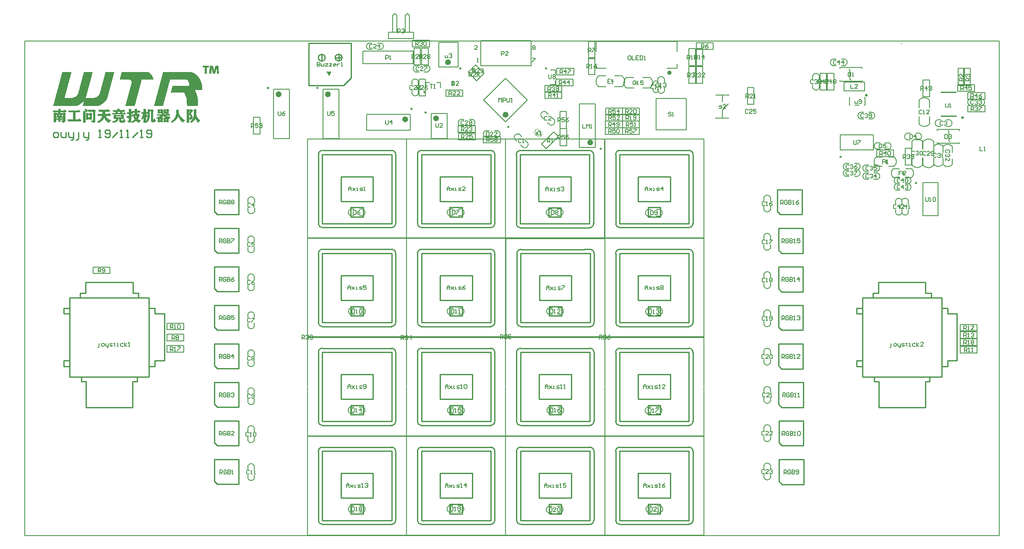
<source format=gto>
G04*
G04 #@! TF.GenerationSoftware,Altium Limited,Altium Designer,19.0.12 (326)*
G04*
G04 Layer_Color=65535*
%FSLAX24Y24*%
%MOIN*%
G70*
G01*
G75*
%ADD10C,0.0079*%
%ADD11C,0.0098*%
%ADD12C,0.0236*%
%ADD13C,0.0100*%
%ADD14C,0.0060*%
%ADD15C,0.0039*%
%ADD16C,0.0197*%
%ADD17C,0.0118*%
%ADD18C,0.0010*%
%ADD19C,0.0080*%
G36*
X42947Y126647D02*
X42711Y126984D01*
X43104Y126984D01*
X42947Y126647D01*
D02*
G37*
G36*
X87340Y121080D02*
X87270Y121010D01*
X87340Y120940D01*
X87340Y121080D01*
D02*
G37*
D10*
X36990Y95610D02*
G03*
X36470Y95610I-260J-90D01*
G01*
Y94630D02*
G03*
X36990Y94630I260J90D01*
G01*
Y98632D02*
G03*
X36470Y98632I-260J-90D01*
G01*
Y97651D02*
G03*
X36990Y97651I260J90D01*
G01*
X37000Y116850D02*
G03*
X36480Y116850I-260J-90D01*
G01*
Y115870D02*
G03*
X37000Y115870I260J90D01*
G01*
X36990Y113739D02*
G03*
X36470Y113739I-260J-90D01*
G01*
Y112758D02*
G03*
X36990Y112758I260J90D01*
G01*
X36470Y109737D02*
G03*
X36990Y109737I260J90D01*
G01*
Y110717D02*
G03*
X36470Y110717I-260J-90D01*
G01*
X36990Y107696D02*
G03*
X36470Y107696I-260J-90D01*
G01*
Y106716D02*
G03*
X36990Y106716I260J90D01*
G01*
Y104674D02*
G03*
X36470Y104674I-260J-90D01*
G01*
Y103694D02*
G03*
X36990Y103694I260J90D01*
G01*
Y101653D02*
G03*
X36470Y101653I-260J-90D01*
G01*
Y100673D02*
G03*
X36990Y100673I260J90D01*
G01*
X58033Y122020D02*
G03*
X57665Y121653I-120J-248D01*
G01*
X58359Y120960D02*
G03*
X58726Y121327I120J248D01*
G01*
X60472Y122750D02*
G03*
X60840Y123118I120J248D01*
G01*
X60147Y123811D02*
G03*
X59779Y123443I-120J-248D01*
G01*
X91270Y123160D02*
G03*
X91270Y122640I90J-260D01*
G01*
X92250Y122640D02*
G03*
X92250Y123160I-90J260D01*
G01*
X90640Y124727D02*
G03*
X89800Y124727I-420J-350D01*
G01*
X89800Y122827D02*
G03*
X90640Y122827I420J350D01*
G01*
X69572Y126424D02*
G03*
X69052Y126424I-260J-90D01*
G01*
Y125444D02*
G03*
X69572Y125444I260J90D01*
G01*
X68440Y125690D02*
G03*
X68440Y126530I-350J420D01*
G01*
X66540Y126530D02*
G03*
X66540Y125690I350J-420D01*
G01*
X78000Y116990D02*
G03*
X77480Y116990I-260J-90D01*
G01*
Y116010D02*
G03*
X78000Y116010I260J90D01*
G01*
Y113943D02*
G03*
X77480Y113943I-260J-90D01*
G01*
Y112963D02*
G03*
X78000Y112963I260J90D01*
G01*
Y110896D02*
G03*
X77480Y110896I-260J-90D01*
G01*
Y109916D02*
G03*
X78000Y109916I260J90D01*
G01*
Y107849D02*
G03*
X77480Y107849I-260J-90D01*
G01*
Y106868D02*
G03*
X78000Y106868I260J90D01*
G01*
Y104802D02*
G03*
X77480Y104802I-260J-90D01*
G01*
Y103821D02*
G03*
X78000Y103821I260J90D01*
G01*
Y101754D02*
G03*
X77480Y101754I-260J-90D01*
G01*
Y100774D02*
G03*
X78000Y100774I260J90D01*
G01*
Y98707D02*
G03*
X77480Y98707I-260J-90D01*
G01*
Y97727D02*
G03*
X78000Y97727I260J90D01*
G01*
Y95660D02*
G03*
X77480Y95660I-260J-90D01*
G01*
Y94680D02*
G03*
X78000Y94680I260J90D01*
G01*
X47060Y128760D02*
G03*
X47060Y129280I-90J260D01*
G01*
X46080D02*
G03*
X46080Y128760I90J-260D01*
G01*
X49510Y125250D02*
G03*
X50030Y125250I260J90D01*
G01*
Y126230D02*
G03*
X49510Y126230I-260J-90D01*
G01*
X49790Y127500D02*
G03*
X49790Y126980I90J-260D01*
G01*
X50770D02*
G03*
X50770Y127500I-90J260D01*
G01*
X54350Y122680D02*
G03*
X54350Y123200I-90J260D01*
G01*
X53370D02*
G03*
X53370Y122680I90J-260D01*
G01*
X90970Y121440D02*
G03*
X90130Y121440I-420J-350D01*
G01*
X90130Y119540D02*
G03*
X90970Y119540I420J350D01*
G01*
X90080Y121460D02*
G03*
X89240Y121460I-420J-350D01*
G01*
X89240Y119560D02*
G03*
X90080Y119560I420J350D01*
G01*
X91700Y121060D02*
G03*
X90980Y121060I-360J-300D01*
G01*
X90980Y119620D02*
G03*
X91700Y119620I360J300D01*
G01*
X92440Y121040D02*
G03*
X91720Y121040I-360J-300D01*
G01*
Y119600D02*
G03*
X92440Y119600I360J300D01*
G01*
X94835Y124310D02*
G03*
X94835Y124830I-90J260D01*
G01*
X93855D02*
G03*
X93855Y124310I90J-260D01*
G01*
X85525Y118940D02*
G03*
X85525Y118420I90J-260D01*
G01*
X86506D02*
G03*
X86506Y118940I-90J260D01*
G01*
X85520Y119580D02*
G03*
X85520Y119060I90J-260D01*
G01*
X86500D02*
G03*
X86500Y119580I-90J260D01*
G01*
X83970Y119700D02*
G03*
X83970Y119180I90J-260D01*
G01*
X84950D02*
G03*
X84950Y119700I-90J260D01*
G01*
X83970Y119180D02*
G03*
X83970Y118660I90J-260D01*
G01*
X84950D02*
G03*
X84950Y119180I-90J260D01*
G01*
X81880Y126680D02*
G03*
X81360Y126680I-260J-90D01*
G01*
Y125700D02*
G03*
X81880Y125700I260J90D01*
G01*
X85130Y123760D02*
G03*
X85130Y123240I90J-260D01*
G01*
X86110D02*
G03*
X86110Y123760I-90J260D01*
G01*
X88010Y118590D02*
G03*
X88010Y118070I90J-260D01*
G01*
X88990D02*
G03*
X88990Y118590I-90J260D01*
G01*
X88440Y115760D02*
G03*
X88960Y115760I260J90D01*
G01*
Y116740D02*
G03*
X88440Y116740I-260J-90D01*
G01*
X87940Y115760D02*
G03*
X88460Y115760I260J90D01*
G01*
Y116740D02*
G03*
X87940Y116740I-260J-90D01*
G01*
X88010Y118070D02*
G03*
X88010Y117550I90J-260D01*
G01*
X88990D02*
G03*
X88990Y118070I-90J260D01*
G01*
X83920Y127480D02*
G03*
X83920Y128000I-90J260D01*
G01*
X82940Y128000D02*
G03*
X82940Y127480I90J-260D01*
G01*
X89825Y121580D02*
G03*
X89825Y122100I-90J260D01*
G01*
X88845D02*
G03*
X88845Y121580I90J-260D01*
G01*
X86430Y121340D02*
G03*
X86430Y120820I90J-260D01*
G01*
X87410D02*
G03*
X87410Y121340I-90J260D01*
G01*
X44638Y116050D02*
G03*
X44638Y115530I90J-260D01*
G01*
X45618D02*
G03*
X45618Y116050I-90J260D01*
G01*
X52500Y116050D02*
G03*
X52500Y115530I90J-260D01*
G01*
X53480D02*
G03*
X53480Y116050I-90J260D01*
G01*
X60362Y116050D02*
G03*
X60362Y115530I90J-260D01*
G01*
X61342D02*
G03*
X61342Y116050I-90J260D01*
G01*
X68250Y116020D02*
G03*
X68250Y115500I90J-260D01*
G01*
X69230D02*
G03*
X69230Y116020I-90J260D01*
G01*
X44658Y108180D02*
G03*
X44658Y107660I90J-260D01*
G01*
X45638D02*
G03*
X45638Y108180I-90J260D01*
G01*
X52500Y108180D02*
G03*
X52500Y107660I90J-260D01*
G01*
X53480D02*
G03*
X53480Y108180I-90J260D01*
G01*
X60400Y108190D02*
G03*
X60400Y107670I90J-260D01*
G01*
X61380D02*
G03*
X61380Y108190I-90J260D01*
G01*
X68260Y108160D02*
G03*
X68260Y107640I90J-260D01*
G01*
X69240D02*
G03*
X69240Y108160I-90J260D01*
G01*
X44630Y100310D02*
G03*
X44630Y99790I90J-260D01*
G01*
X45610D02*
G03*
X45610Y100310I-90J260D01*
G01*
X52520Y100300D02*
G03*
X52520Y99780I90J-260D01*
G01*
X53500D02*
G03*
X53500Y100300I-90J260D01*
G01*
X60418Y100310D02*
G03*
X60418Y99790I90J-260D01*
G01*
X61398D02*
G03*
X61398Y100310I-90J260D01*
G01*
X68220Y100290D02*
G03*
X68220Y99770I90J-260D01*
G01*
X69200D02*
G03*
X69200Y100290I-90J260D01*
G01*
X44640Y92440D02*
G03*
X44640Y91920I90J-260D01*
G01*
X45620D02*
G03*
X45620Y92440I-90J260D01*
G01*
X52480Y92450D02*
G03*
X52480Y91930I90J-260D01*
G01*
X53460D02*
G03*
X53460Y92450I-90J260D01*
G01*
X60370Y92400D02*
G03*
X60370Y91880I90J-260D01*
G01*
X61350D02*
G03*
X61350Y92400I-90J260D01*
G01*
X68282Y92430D02*
G03*
X68282Y91910I90J-260D01*
G01*
X69262D02*
G03*
X69262Y92430I-90J260D01*
G01*
X56350Y121780D02*
G03*
X56350Y122300I-90J260D01*
G01*
X55370D02*
G03*
X55370Y121780I90J-260D01*
G01*
X64330Y126650D02*
G03*
X64330Y125810I350J-420D01*
G01*
X66230Y125810D02*
G03*
X66230Y126650I-350J420D01*
G01*
X86400Y120200D02*
G03*
X86400Y119480I300J-360D01*
G01*
X87840D02*
G03*
X87840Y120200I-300J360D01*
G01*
X87770Y119280D02*
G03*
X87770Y118560I300J-360D01*
G01*
X89210Y118560D02*
G03*
X89210Y119280I-300J360D01*
G01*
X36990Y95330D02*
Y95610D01*
X36470Y95330D02*
Y95610D01*
X36990Y94630D02*
Y94910D01*
X36470Y94630D02*
Y94910D01*
X36990Y98351D02*
Y98632D01*
X36470Y98351D02*
Y98632D01*
X36990Y97651D02*
Y97931D01*
X36470Y97651D02*
Y97931D01*
X37000Y116570D02*
Y116850D01*
X36480Y116570D02*
Y116850D01*
X37000Y115870D02*
Y116150D01*
X36480Y115870D02*
Y116150D01*
X36990Y113459D02*
Y113739D01*
X36470Y113459D02*
Y113739D01*
X36990Y112758D02*
Y113039D01*
X36470Y112758D02*
Y113039D01*
Y109737D02*
Y110017D01*
X36990Y109737D02*
Y110017D01*
X36470Y110437D02*
Y110717D01*
X36990Y110437D02*
Y110717D01*
Y107416D02*
Y107696D01*
X36470Y107416D02*
Y107696D01*
X36990Y106716D02*
Y106996D01*
X36470Y106716D02*
Y106996D01*
X36990Y104394D02*
Y104674D01*
X36470Y104394D02*
Y104674D01*
X36990Y103694D02*
Y103974D01*
X36470Y103694D02*
Y103974D01*
X36990Y101373D02*
Y101653D01*
X36470Y101373D02*
Y101653D01*
X36990Y100673D02*
Y100953D01*
X36470Y100673D02*
Y100953D01*
X42440Y121651D02*
Y125589D01*
X43700Y121651D02*
Y125589D01*
X42440D02*
X43700D01*
X42440Y121651D02*
X43700D01*
X58033Y122020D02*
X58231Y121822D01*
X57665Y121653D02*
X57863Y121455D01*
X58528Y121525D02*
X58726Y121327D01*
X58160Y121158D02*
X58359Y120960D01*
X60274Y122948D02*
X60472Y122750D01*
X60642Y123316D02*
X60840Y123118D01*
X59779Y123443D02*
X59977Y123245D01*
X60147Y123811D02*
X60345Y123613D01*
X91270Y123160D02*
X91550Y123160D01*
X91270Y122640D02*
X91550Y122640D01*
X91970Y123160D02*
X92250Y123160D01*
X91970Y122640D02*
X92250Y122640D01*
X90640Y124127D02*
X90640Y124727D01*
X89800Y124727D02*
X89800Y124127D01*
X90640Y123427D02*
X90640Y122827D01*
X89800Y123427D02*
X89800Y122827D01*
X69572Y126144D02*
Y126424D01*
X69052Y126144D02*
Y126424D01*
X69572Y125444D02*
Y125724D01*
X69052Y125444D02*
Y125724D01*
X67840Y125690D02*
X68440D01*
X67840Y126530D02*
X68440D01*
X66540Y125690D02*
X67140D01*
X66540Y126530D02*
X67140D01*
X78000Y116710D02*
Y116990D01*
X77480Y116710D02*
Y116990D01*
X78000Y116010D02*
Y116290D01*
X77480Y116010D02*
Y116290D01*
X78000Y113663D02*
Y113943D01*
X77480Y113663D02*
Y113943D01*
X78000Y112963D02*
Y113243D01*
X77480Y112963D02*
Y113243D01*
X78000Y110616D02*
Y110896D01*
X77480Y110616D02*
Y110896D01*
X78000Y109916D02*
Y110196D01*
X77480Y109916D02*
Y110196D01*
X78000Y107569D02*
Y107849D01*
X77480Y107569D02*
Y107849D01*
X78000Y106868D02*
Y107149D01*
X77480Y106868D02*
Y107149D01*
X78000Y104521D02*
Y104802D01*
X77480Y104521D02*
Y104802D01*
X78000Y103821D02*
Y104101D01*
X77480Y103821D02*
Y104101D01*
X78000Y101474D02*
Y101754D01*
X77480Y101474D02*
Y101754D01*
X78000Y100774D02*
Y101054D01*
X77480Y100774D02*
Y101054D01*
X78000Y98427D02*
Y98707D01*
X77480Y98427D02*
Y98707D01*
X78000Y97727D02*
Y98007D01*
X77480Y97727D02*
Y98007D01*
X78000Y95380D02*
Y95660D01*
X77480Y95380D02*
Y95660D01*
X78000Y94680D02*
Y94960D01*
X77480Y94680D02*
Y94960D01*
X46780Y128760D02*
X47060D01*
X46780Y129280D02*
X47060D01*
X46080Y128760D02*
X46360D01*
X46080Y129280D02*
X46360D01*
X49510Y125250D02*
Y125530D01*
X50030Y125250D02*
Y125530D01*
X49510Y125950D02*
Y126230D01*
X50030Y125950D02*
Y126230D01*
X49790Y127500D02*
X50070D01*
X49790Y126980D02*
X50070D01*
X50490Y127500D02*
X50770D01*
X50490Y126980D02*
X50770D01*
X54070Y122680D02*
X54350D01*
X54070Y123200D02*
X54350D01*
X53370Y122680D02*
X53650D01*
X53370Y123200D02*
X53650D01*
X90970Y120840D02*
Y121440D01*
X90130Y121440D02*
X90130Y120840D01*
X90970Y119540D02*
Y120140D01*
X90130Y119540D02*
Y120140D01*
X90080Y121460D02*
X90080Y120860D01*
X89240Y121460D02*
X89240Y120860D01*
X90080Y119560D02*
Y120160D01*
X89240Y119560D02*
X89240Y120160D01*
X91700Y120590D02*
X91700Y121060D01*
X90980D02*
X90980Y120590D01*
X91700Y120090D02*
X91700Y119620D01*
X90980D02*
X90980Y120090D01*
X92440Y120570D02*
Y121040D01*
X91720Y120570D02*
Y121040D01*
X92440Y119600D02*
Y120070D01*
X91720Y119600D02*
X91720Y120070D01*
X94555Y124310D02*
X94835D01*
X94555Y124830D02*
X94835D01*
X93855Y124310D02*
X94135Y124310D01*
X93855Y124830D02*
X94135Y124830D01*
X85525Y118940D02*
X85806D01*
X85525Y118420D02*
X85806D01*
X86226Y118940D02*
X86506D01*
X86226Y118420D02*
X86506D01*
X85520Y119580D02*
X85800D01*
X85520Y119060D02*
X85800D01*
X86220Y119580D02*
X86500D01*
X86220Y119060D02*
X86500D01*
X83970Y119700D02*
X84250D01*
X83970Y119180D02*
X84250D01*
X84670Y119700D02*
X84950D01*
X84670Y119180D02*
X84950D01*
X83970D02*
X84250D01*
X83970Y118660D02*
X84250D01*
X84670Y119180D02*
X84950D01*
X84670Y118660D02*
X84950D01*
X81880Y126400D02*
Y126680D01*
X81360Y126400D02*
Y126680D01*
X81880Y125700D02*
Y125980D01*
X81360Y125700D02*
Y125980D01*
X85130Y123760D02*
X85410D01*
X85130Y123240D02*
X85410D01*
X85830Y123760D02*
X86110D01*
X85830Y123240D02*
X86110D01*
X88010Y118590D02*
X88290Y118590D01*
X88010Y118070D02*
X88290Y118070D01*
X88710Y118590D02*
X88990Y118590D01*
X88710Y118070D02*
X88990Y118070D01*
X88440Y115760D02*
X88440Y116040D01*
X88960Y115760D02*
Y116040D01*
X88440Y116460D02*
Y116740D01*
X88960Y116460D02*
X88960Y116740D01*
X87940Y115760D02*
X87940Y116040D01*
X88460Y115760D02*
Y116040D01*
X87940Y116460D02*
Y116740D01*
X88460Y116460D02*
X88460Y116740D01*
X88010Y118070D02*
X88290Y118070D01*
X88010Y117550D02*
X88290Y117550D01*
X88710Y118070D02*
X88990Y118070D01*
X88710Y117550D02*
X88990Y117550D01*
X83640Y127480D02*
X83920D01*
X83640Y128000D02*
X83920D01*
X82940Y127480D02*
X83220D01*
X82940Y128000D02*
X83220D01*
X83504Y126229D02*
X85275D01*
X83504Y127331D02*
X85275D01*
Y126229D02*
Y126308D01*
X83504Y126229D02*
Y126308D01*
X85275Y127252D02*
Y127331D01*
X83504Y127252D02*
Y127331D01*
X91244Y122391D02*
X93016Y122391D01*
X91244Y121289D02*
X93016Y121289D01*
X91244Y122312D02*
X91244Y122391D01*
X93016Y122391D02*
X93016Y122312D01*
X91244Y121368D02*
X91244Y121289D01*
X93016Y121289D02*
Y121368D01*
X89545Y121580D02*
X89825D01*
X89545Y122100D02*
X89825D01*
X88845Y121580D02*
X89125D01*
X88845Y122100D02*
X89125D01*
X86430Y121340D02*
X86710Y121340D01*
X86430Y120820D02*
X86710Y120820D01*
X87130Y121340D02*
X87410Y121340D01*
X87130Y120820D02*
X87410Y120820D01*
X44638Y116050D02*
X44918D01*
X44638Y115530D02*
X44918D01*
X45338Y116050D02*
X45618D01*
X45338Y115530D02*
X45618D01*
X52500Y116050D02*
X52780D01*
X52500Y115530D02*
X52780D01*
X53200Y116050D02*
X53480D01*
X53200Y115530D02*
X53480D01*
X60362Y116050D02*
X60642D01*
X60362Y115530D02*
X60642D01*
X61062Y116050D02*
X61342D01*
X61062Y115530D02*
X61342D01*
X68250Y116020D02*
X68530D01*
X68250Y115500D02*
X68530D01*
X68950Y116020D02*
X69230D01*
X68950Y115500D02*
X69230D01*
X44658Y108180D02*
X44938D01*
X44658Y107660D02*
X44938D01*
X45358Y108180D02*
X45638D01*
X45358Y107660D02*
X45638D01*
X52500Y108180D02*
X52780D01*
X52500Y107660D02*
X52780D01*
X53200Y108180D02*
X53480D01*
X53200Y107660D02*
X53480D01*
X60400Y108190D02*
X60680D01*
X60400Y107670D02*
X60680D01*
X61100Y108190D02*
X61380D01*
X61100Y107670D02*
X61380D01*
X68260Y108160D02*
X68540D01*
X68260Y107640D02*
X68540D01*
X68960Y108160D02*
X69240D01*
X68960Y107640D02*
X69240D01*
X44630Y100310D02*
X44910D01*
X44630Y99790D02*
X44910D01*
X45330Y100310D02*
X45610D01*
X45330Y99790D02*
X45610D01*
X52520Y100300D02*
X52800D01*
X52520Y99780D02*
X52800D01*
X53220Y100300D02*
X53500D01*
X53220Y99780D02*
X53500D01*
X60418Y100310D02*
X60698D01*
X60418Y99790D02*
X60698D01*
X61118Y100310D02*
X61398D01*
X61118Y99790D02*
X61398D01*
X68220Y100290D02*
X68500D01*
X68220Y99770D02*
X68500D01*
X68920Y100290D02*
X69200D01*
X68920Y99770D02*
X69200D01*
X44640Y92440D02*
X44920D01*
X44640Y91920D02*
X44920D01*
X45340Y92440D02*
X45620D01*
X45340Y91920D02*
X45620D01*
X52480Y92450D02*
X52760D01*
X52480Y91930D02*
X52760D01*
X53180Y92450D02*
X53460D01*
X53180Y91930D02*
X53460D01*
X60370Y92400D02*
X60650D01*
X60370Y91880D02*
X60650D01*
X61070Y92400D02*
X61350D01*
X61070Y91880D02*
X61350D01*
X68282Y92430D02*
X68562D01*
X68282Y91910D02*
X68562D01*
X68982Y92430D02*
X69262D01*
X68982Y91910D02*
X69262D01*
X56070Y121780D02*
X56350D01*
X56070Y122300D02*
X56350D01*
X55370Y121780D02*
X55650D01*
X55370Y122300D02*
X55650D01*
X64330Y126650D02*
X64930D01*
X64330Y125810D02*
X64930D01*
X65630Y126650D02*
X66230D01*
X65630Y125810D02*
X66230D01*
X86400Y120200D02*
X86870D01*
X86400Y119480D02*
X86870D01*
X87370Y120200D02*
X87840D01*
X87370Y119480D02*
X87840D01*
X87770Y119280D02*
X88240D01*
X87770Y118560D02*
X88240Y118560D01*
X88740Y119280D02*
X89210D01*
X88740Y118560D02*
X89210D01*
X45630Y127630D02*
Y128630D01*
X49630D01*
X45630Y127630D02*
X49630D01*
Y128630D01*
X58990Y127450D02*
X58990Y129450D01*
X54990Y129450D02*
X54990Y127450D01*
X54990Y129450D02*
X58990Y129450D01*
X54990Y127450D02*
X58990D01*
X71301Y122360D02*
Y122480D01*
X70947Y122360D02*
X71301Y122360D01*
Y124614D02*
Y124880D01*
X71055D02*
X71301D01*
X68919Y122360D02*
X68919Y122527D01*
X68919Y122360D02*
X69116Y122360D01*
X68919Y124680D02*
X68919Y124880D01*
X69224D01*
X71301Y122480D02*
X71301Y124630D01*
X69210Y124880D02*
X71060D01*
X68919Y124680D02*
X68919Y122530D01*
X69110Y122360D02*
X70960D01*
X74180Y124584D02*
Y125116D01*
X73639Y125116D02*
X74721Y125116D01*
X74170Y123945D02*
X74653Y124427D01*
X74170Y123315D02*
Y123945D01*
X73619Y123315D02*
X74692D01*
X51482Y126118D02*
X51797Y126118D01*
Y125724D02*
Y126118D01*
X50615Y126118D02*
X50930Y126118D01*
X50615Y125724D02*
Y126118D01*
X51040Y121666D02*
Y123674D01*
X52300Y121666D02*
Y123674D01*
X51040D02*
X52300D01*
X51040Y121666D02*
X52300D01*
X53185Y127356D02*
Y129324D01*
X51655Y127356D02*
Y129324D01*
Y127356D02*
X53185D01*
X51655Y129324D02*
X53185D01*
X45908Y122337D02*
Y123597D01*
X49372Y122337D02*
Y123597D01*
X45908Y122337D02*
X49372D01*
X45908Y123597D02*
X49372D01*
X38523Y121651D02*
Y125589D01*
X39783Y121651D02*
Y125589D01*
X38523D02*
X39783D01*
X38523Y121651D02*
X39783D01*
X83561Y120755D02*
X86199D01*
X83561Y121975D02*
X86199D01*
X83561Y120755D02*
Y121975D01*
X86199Y120755D02*
Y121975D01*
X60532Y127141D02*
X60926D01*
Y126826D02*
Y127141D01*
X60532Y125959D02*
X60926D01*
Y126274D01*
X90110Y118159D02*
X90110Y115521D01*
X91330D02*
Y118159D01*
X90110D02*
X91330D01*
X90110Y115521D02*
X91330D01*
X64162Y129410D02*
X70599D01*
Y127260D02*
Y127610D01*
X69799Y127260D02*
X70599D01*
Y128610D02*
Y129410D01*
X64162Y128610D02*
Y129410D01*
Y127260D02*
Y127610D01*
Y127260D02*
X64962D01*
X47983Y131463D02*
X47983Y130130D01*
X47983Y131463D02*
X48150Y131630D01*
X48317Y131463D01*
Y130130D02*
Y131463D01*
X48983Y130130D02*
Y131463D01*
X48983Y131463D02*
X49150Y131630D01*
X49317Y131463D01*
X49317Y130130D02*
X49317Y131463D01*
X47650Y129630D02*
X49650D01*
X49650Y130130D02*
X49650Y129630D01*
X47650D02*
X47650Y130130D01*
X49650D01*
X56950Y123014D02*
X58676Y124740D01*
X55224D02*
X56950Y126466D01*
X55224Y124740D02*
X56950Y123014D01*
Y126466D02*
X58676Y124740D01*
X64073Y120968D02*
Y124432D01*
X62813Y120968D02*
Y124432D01*
Y120968D02*
X64073D01*
X62813Y124432D02*
X64073D01*
X88414Y129234D02*
X88430Y129250D01*
D11*
X42046Y125705D02*
G03*
X42046Y125705I-49J0D01*
G01*
X50547Y125370D02*
G03*
X50547Y125370I-49J0D01*
G01*
X50646Y123755D02*
G03*
X50646Y123755I-49J0D01*
G01*
X53409Y127255D02*
G03*
X53409Y127255I-49J0D01*
G01*
X49524Y124040D02*
G03*
X49524Y124040I-49J0D01*
G01*
X38129Y125705D02*
G03*
X38129Y125705I-49J0D01*
G01*
X83630Y120211D02*
G03*
X83630Y120211I-49J0D01*
G01*
X60227Y127259D02*
G03*
X60227Y127259I-49J0D01*
G01*
X89616Y118139D02*
G03*
X89616Y118139I-49J0D01*
G01*
X57215Y122603D02*
G03*
X57215Y122603I-49J0D01*
G01*
X64565Y120865D02*
G03*
X64565Y120865I-49J0D01*
G01*
D12*
X42952Y125195D02*
G03*
X42952Y125195I-118J0D01*
G01*
X51552Y123280D02*
G03*
X51552Y123280I-118J0D01*
G01*
X52494Y127749D02*
G03*
X52494Y127749I-118J0D01*
G01*
X49097Y123203D02*
G03*
X49097Y123203I-118J0D01*
G01*
X39035Y125195D02*
G03*
X39035Y125195I-118J0D01*
G01*
X57068Y123571D02*
G03*
X57068Y123571I-118J0D01*
G01*
X63797Y121361D02*
G03*
X63797Y121361I-118J0D01*
G01*
D13*
X47895Y114587D02*
G03*
X48220Y114912I6J319D01*
G01*
X42406Y120728D02*
G03*
X42081Y120403I-6J-319D01*
G01*
X48222Y120405D02*
G03*
X47897Y120729I-319J6D01*
G01*
X42081Y114892D02*
G03*
X42384Y114590I297J-5D01*
G01*
X55770Y114587D02*
G03*
X56094Y114912I6J319D01*
G01*
X50280Y120728D02*
G03*
X49955Y120403I-6J-319D01*
G01*
X56096Y120405D02*
G03*
X55771Y120729I-319J6D01*
G01*
X49955Y114892D02*
G03*
X50258Y114590I297J-5D01*
G01*
X63618Y114575D02*
G03*
X63942Y114900I6J319D01*
G01*
X58128Y120716D02*
G03*
X57804Y120391I-6J-319D01*
G01*
X63944Y120393D02*
G03*
X63619Y120717I-319J6D01*
G01*
X57804Y114880D02*
G03*
X58106Y114578I297J-5D01*
G01*
X71518Y114587D02*
G03*
X71842Y114912I6J319D01*
G01*
X66028Y120728D02*
G03*
X65703Y120403I-6J-319D01*
G01*
X71844Y120405D02*
G03*
X71519Y120729I-319J6D01*
G01*
X65703Y114892D02*
G03*
X66006Y114590I297J-5D01*
G01*
X47895Y106713D02*
G03*
X48220Y107038I6J319D01*
G01*
X42406Y112854D02*
G03*
X42081Y112529I-6J-319D01*
G01*
X48222Y112531D02*
G03*
X47897Y112855I-319J6D01*
G01*
X42081Y107018D02*
G03*
X42384Y106716I297J-5D01*
G01*
X55770Y106713D02*
G03*
X56094Y107038I6J319D01*
G01*
X50280Y112854D02*
G03*
X49955Y112529I-6J-319D01*
G01*
X56096Y112531D02*
G03*
X55771Y112855I-319J6D01*
G01*
X49955Y107018D02*
G03*
X50258Y106716I297J-5D01*
G01*
X71518Y106713D02*
G03*
X71842Y107038I6J319D01*
G01*
X66028Y112854D02*
G03*
X65703Y112529I-6J-319D01*
G01*
X71844Y112531D02*
G03*
X71519Y112855I-319J6D01*
G01*
X65703Y107018D02*
G03*
X66006Y106716I297J-5D01*
G01*
X47895Y98839D02*
G03*
X48220Y99164I6J319D01*
G01*
X42406Y104980D02*
G03*
X42081Y104655I-6J-319D01*
G01*
X48222Y104657D02*
G03*
X47897Y104981I-319J6D01*
G01*
X42081Y99144D02*
G03*
X42384Y98842I297J-5D01*
G01*
X55770Y98839D02*
G03*
X56094Y99164I6J319D01*
G01*
X50280Y104980D02*
G03*
X49955Y104655I-6J-319D01*
G01*
X56096Y104657D02*
G03*
X55771Y104981I-319J6D01*
G01*
X49955Y99144D02*
G03*
X50258Y98842I297J-5D01*
G01*
X63644Y98839D02*
G03*
X63968Y99164I6J319D01*
G01*
X58154Y104980D02*
G03*
X57829Y104655I-6J-319D01*
G01*
X63970Y104657D02*
G03*
X63645Y104981I-319J6D01*
G01*
X57829Y99144D02*
G03*
X58132Y98842I297J-5D01*
G01*
X71518Y98839D02*
G03*
X71842Y99164I6J319D01*
G01*
X66028Y104980D02*
G03*
X65703Y104655I-6J-319D01*
G01*
X71844Y104657D02*
G03*
X71519Y104981I-319J6D01*
G01*
X65703Y99144D02*
G03*
X66006Y98842I297J-5D01*
G01*
X47895Y90965D02*
G03*
X48220Y91290I6J319D01*
G01*
X42406Y97106D02*
G03*
X42081Y96781I-6J-319D01*
G01*
X48222Y96783D02*
G03*
X47897Y97107I-319J6D01*
G01*
X42081Y91270D02*
G03*
X42384Y90968I297J-5D01*
G01*
X55770Y90965D02*
G03*
X56094Y91290I6J319D01*
G01*
X50280Y97106D02*
G03*
X49955Y96781I-6J-319D01*
G01*
X56096Y96783D02*
G03*
X55771Y97107I-319J6D01*
G01*
X49955Y91270D02*
G03*
X50258Y90968I297J-5D01*
G01*
X63644Y90965D02*
G03*
X63968Y91290I6J319D01*
G01*
X58154Y97106D02*
G03*
X57829Y96781I-6J-319D01*
G01*
X63970Y96783D02*
G03*
X63645Y97107I-319J6D01*
G01*
X57829Y91270D02*
G03*
X58132Y90968I297J-5D01*
G01*
X71518Y90965D02*
G03*
X71842Y91290I6J319D01*
G01*
X66028Y97106D02*
G03*
X65703Y96781I-6J-319D01*
G01*
X71844Y96783D02*
G03*
X71519Y97107I-319J6D01*
G01*
X65703Y91270D02*
G03*
X66006Y90968I297J-5D01*
G01*
X42620Y128104D02*
G03*
X42620Y128104I-270J0D01*
G01*
X43960Y128114D02*
G03*
X43960Y128114I-270J0D01*
G01*
X63665Y106708D02*
G03*
X63990Y107033I6J319D01*
G01*
X58176Y112849D02*
G03*
X57851Y112524I-6J-319D01*
G01*
X63992Y112525D02*
G03*
X63667Y112850I-319J6D01*
G01*
X57851Y107013D02*
G03*
X58154Y106711I297J-5D01*
G01*
X48220Y114906D02*
Y115379D01*
X47433Y114587D02*
X47901D01*
X42400Y120728D02*
X42869D01*
X42081Y119936D02*
Y120409D01*
X45642Y115431D02*
Y116185D01*
X44658Y115431D02*
Y116185D01*
X45150D01*
X45642D01*
X45150Y115431D02*
X45642D01*
X45150Y118643D02*
X46426D01*
X43874D02*
X45150D01*
X46426Y117659D02*
Y118643D01*
Y116675D02*
Y117659D01*
X45150Y116675D02*
X46426D01*
X43874D02*
X45150D01*
X43874D02*
Y117659D01*
Y118643D01*
X42394Y114903D02*
Y117659D01*
Y120415D01*
X47906Y114903D02*
Y117659D01*
Y120415D01*
X45150D02*
X47906D01*
X42394D02*
X45150D01*
X42394Y114903D02*
X45150D01*
X47906D01*
X42869Y120728D02*
X47441D01*
X42081Y115376D02*
Y119936D01*
X42869Y114586D02*
X47433D01*
X48223Y115379D02*
Y119936D01*
X44658Y115431D02*
X45150D01*
X47430Y120729D02*
X47903D01*
X48222Y119942D02*
Y120410D01*
X42081Y114887D02*
Y115376D01*
X42388Y114586D02*
X42869D01*
X56094Y114906D02*
Y115379D01*
X55307Y114587D02*
X55775D01*
X50274Y120728D02*
X50743D01*
X49955Y119936D02*
Y120409D01*
X53516Y115431D02*
Y116185D01*
X52532Y115431D02*
Y116185D01*
X53024D01*
X53516D01*
X53024Y115431D02*
X53516D01*
X53024Y118643D02*
X54300D01*
X51748D02*
X53024D01*
X54300Y117659D02*
Y118643D01*
Y116675D02*
Y117659D01*
X53024Y116675D02*
X54300D01*
X51748D02*
X53024D01*
X51748D02*
Y117659D01*
Y118643D01*
X50268Y114903D02*
Y117659D01*
Y120415D01*
X55780Y114903D02*
Y117659D01*
Y120415D01*
X53024D02*
X55780D01*
X50268D02*
X53024D01*
X50268Y114903D02*
X53024D01*
X55780D01*
X50743Y120728D02*
X55315D01*
X49955Y115376D02*
Y119936D01*
X50743Y114586D02*
X55307D01*
X56097Y115379D02*
Y119936D01*
X52532Y115431D02*
X53024D01*
X55304Y120729D02*
X55777D01*
X56096Y119942D02*
Y120410D01*
X49955Y114887D02*
Y115376D01*
X50262Y114586D02*
X50743D01*
X63942Y114894D02*
Y115367D01*
X63155Y114575D02*
X63623D01*
X58122Y120716D02*
X58591D01*
X57804Y119924D02*
Y120397D01*
X61364Y115419D02*
Y116173D01*
X60380Y115419D02*
Y116173D01*
X60872D01*
X61364D01*
X60872Y115419D02*
X61364D01*
X60872Y118631D02*
X62148D01*
X59597D02*
X60872D01*
X62148Y117647D02*
Y118631D01*
Y116663D02*
Y117647D01*
X60872Y116663D02*
X62148D01*
X59597D02*
X60872D01*
X59597D02*
Y117647D01*
Y118631D01*
X58116Y114891D02*
Y117647D01*
Y120403D01*
X63628Y114891D02*
Y117647D01*
Y120403D01*
X60872D02*
X63628D01*
X58116D02*
X60872D01*
X58116Y114891D02*
X60872D01*
X63628D01*
X58591Y120716D02*
X63163D01*
X57804Y115364D02*
Y119924D01*
X58591Y114574D02*
X63155D01*
X63945Y115367D02*
Y119924D01*
X60380Y115419D02*
X60872D01*
X63152Y120717D02*
X63625D01*
X63944Y119930D02*
Y120398D01*
X57804Y114875D02*
Y115364D01*
X58110Y114574D02*
X58591D01*
X71842Y114906D02*
Y115379D01*
X71055Y114587D02*
X71523D01*
X66022Y120728D02*
X66491D01*
X65703Y119936D02*
Y120409D01*
X69264Y115431D02*
Y116185D01*
X68280Y115431D02*
Y116185D01*
X68772D01*
X69264D01*
X68772Y115431D02*
X69264D01*
X68772Y118643D02*
X70048D01*
X67496D02*
X68772D01*
X70048Y117659D02*
Y118643D01*
Y116675D02*
Y117659D01*
X68772Y116675D02*
X70048D01*
X67496D02*
X68772D01*
X67496D02*
Y117659D01*
Y118643D01*
X66016Y114903D02*
Y117659D01*
Y120415D01*
X71528Y114903D02*
Y117659D01*
Y120415D01*
X68772D02*
X71528D01*
X66016D02*
X68772D01*
X66016Y114903D02*
X68772D01*
X71528D01*
X66491Y120728D02*
X71063D01*
X65703Y115376D02*
Y119936D01*
X66491Y114586D02*
X71055D01*
X71845Y115379D02*
Y119936D01*
X68280Y115431D02*
X68772D01*
X71052Y120729D02*
X71525D01*
X71844Y119942D02*
Y120410D01*
X65703Y114887D02*
Y115376D01*
X66010Y114586D02*
X66491D01*
X48220Y107032D02*
Y107505D01*
X47433Y106713D02*
X47901D01*
X42400Y112854D02*
X42869D01*
X42081Y112062D02*
Y112535D01*
X45642Y107557D02*
Y108311D01*
X44658Y107557D02*
Y108311D01*
X45150D01*
X45642D01*
X45150Y107557D02*
X45642D01*
X45150Y110769D02*
X46426D01*
X43874D02*
X45150D01*
X46426Y109785D02*
Y110769D01*
Y108801D02*
Y109785D01*
X45150Y108801D02*
X46426D01*
X43874D02*
X45150D01*
X43874D02*
Y109785D01*
Y110769D01*
X42394Y107029D02*
Y109785D01*
Y112541D01*
X47906Y107029D02*
Y109785D01*
Y112541D01*
X45150D02*
X47906D01*
X42394D02*
X45150D01*
X42394Y107029D02*
X45150D01*
X47906D01*
X42869Y112854D02*
X47441D01*
X42081Y107502D02*
Y112062D01*
X42869Y106712D02*
X47433D01*
X48223Y107505D02*
Y112062D01*
X44658Y107557D02*
X45150D01*
X47430Y112855D02*
X47903D01*
X48222Y112068D02*
Y112536D01*
X42081Y107013D02*
Y107502D01*
X42388Y106712D02*
X42869D01*
X56094Y107032D02*
Y107505D01*
X55307Y106713D02*
X55775D01*
X50274Y112854D02*
X50743D01*
X49955Y112062D02*
Y112535D01*
X53516Y107557D02*
Y108311D01*
X52532Y107557D02*
Y108311D01*
X53024D01*
X53516D01*
X53024Y107557D02*
X53516D01*
X53024Y110769D02*
X54300D01*
X51748D02*
X53024D01*
X54300Y109785D02*
Y110769D01*
Y108801D02*
Y109785D01*
X53024Y108801D02*
X54300D01*
X51748D02*
X53024D01*
X51748D02*
Y109785D01*
Y110769D01*
X50268Y107029D02*
Y109785D01*
Y112541D01*
X55780Y107029D02*
Y109785D01*
Y112541D01*
X53024D02*
X55780D01*
X50268D02*
X53024D01*
X50268Y107029D02*
X53024D01*
X55780D01*
X50743Y112854D02*
X55315D01*
X49955Y107502D02*
Y112062D01*
X50743Y106712D02*
X55307D01*
X56097Y107505D02*
Y112062D01*
X52532Y107557D02*
X53024D01*
X55304Y112855D02*
X55777D01*
X56096Y112068D02*
Y112536D01*
X49955Y107013D02*
Y107502D01*
X50262Y106712D02*
X50743D01*
X71842Y107032D02*
Y107505D01*
X71055Y106713D02*
X71523D01*
X66022Y112854D02*
X66491D01*
X65703Y112062D02*
Y112535D01*
X69264Y107557D02*
Y108311D01*
X68280Y107557D02*
Y108311D01*
X68772D01*
X69264D01*
X68772Y107557D02*
X69264D01*
X68772Y110769D02*
X70048D01*
X67496D02*
X68772D01*
X70048Y109785D02*
Y110769D01*
Y108801D02*
Y109785D01*
X68772Y108801D02*
X70048D01*
X67496D02*
X68772D01*
X67496D02*
Y109785D01*
Y110769D01*
X66016Y107029D02*
Y109785D01*
Y112541D01*
X71528Y107029D02*
Y109785D01*
Y112541D01*
X68772D02*
X71528D01*
X66016D02*
X68772D01*
X66016Y107029D02*
X68772D01*
X71528D01*
X66491Y112854D02*
X71063D01*
X65703Y107502D02*
Y112062D01*
X66491Y106712D02*
X71055D01*
X71845Y107505D02*
Y112062D01*
X68280Y107557D02*
X68772D01*
X71052Y112855D02*
X71525D01*
X71844Y112068D02*
Y112536D01*
X65703Y107013D02*
Y107502D01*
X66010Y106712D02*
X66491D01*
X48220Y99158D02*
Y99631D01*
X47433Y98839D02*
X47901D01*
X42400Y104980D02*
X42869D01*
X42081Y104188D02*
Y104661D01*
X45642Y99683D02*
Y100437D01*
X44658Y99683D02*
Y100437D01*
X45150D01*
X45642D01*
X45150Y99683D02*
X45642D01*
X45150Y102895D02*
X46426D01*
X43874D02*
X45150D01*
X46426Y101911D02*
Y102895D01*
Y100927D02*
Y101911D01*
X45150Y100927D02*
X46426D01*
X43874D02*
X45150D01*
X43874D02*
Y101911D01*
Y102895D01*
X42394Y99155D02*
Y101911D01*
Y104667D01*
X47906Y99155D02*
Y101911D01*
Y104667D01*
X45150D02*
X47906D01*
X42394D02*
X45150D01*
X42394Y99155D02*
X45150D01*
X47906D01*
X42869Y104980D02*
X47441D01*
X42081Y99628D02*
Y104188D01*
X42869Y98838D02*
X47433D01*
X48223Y99631D02*
Y104188D01*
X44658Y99683D02*
X45150D01*
X47430Y104981D02*
X47903D01*
X48222Y104194D02*
Y104662D01*
X42081Y99139D02*
Y99628D01*
X42388Y98838D02*
X42869D01*
X56094Y99158D02*
Y99631D01*
X55307Y98839D02*
X55775D01*
X50274Y104980D02*
X50743D01*
X49955Y104188D02*
Y104661D01*
X53516Y99683D02*
Y100437D01*
X52532Y99683D02*
Y100437D01*
X53024D01*
X53516D01*
X53024Y99683D02*
X53516D01*
X53024Y102895D02*
X54300D01*
X51748D02*
X53024D01*
X54300Y101911D02*
Y102895D01*
Y100927D02*
Y101911D01*
X53024Y100927D02*
X54300D01*
X51748D02*
X53024D01*
X51748D02*
Y101911D01*
Y102895D01*
X50268Y99155D02*
Y101911D01*
Y104667D01*
X55780Y99155D02*
Y101911D01*
Y104667D01*
X53024D02*
X55780D01*
X50268D02*
X53024D01*
X50268Y99155D02*
X53024D01*
X55780D01*
X50743Y104980D02*
X55315D01*
X49955Y99628D02*
Y104188D01*
X50743Y98838D02*
X55307D01*
X56097Y99631D02*
Y104188D01*
X52532Y99683D02*
X53024D01*
X55304Y104981D02*
X55777D01*
X56096Y104194D02*
Y104662D01*
X49955Y99139D02*
Y99628D01*
X50262Y98838D02*
X50743D01*
X63968Y99158D02*
Y99631D01*
X63181Y98839D02*
X63649D01*
X58148Y104980D02*
X58617D01*
X57829Y104188D02*
Y104661D01*
X61390Y99683D02*
Y100437D01*
X60406Y99683D02*
Y100437D01*
X60898D01*
X61390D01*
X60898Y99683D02*
X61390D01*
X60898Y102895D02*
X62174D01*
X59622D02*
X60898D01*
X62174Y101911D02*
Y102895D01*
Y100927D02*
Y101911D01*
X60898Y100927D02*
X62174D01*
X59622D02*
X60898D01*
X59622D02*
Y101911D01*
Y102895D01*
X58142Y99155D02*
Y101911D01*
Y104667D01*
X63654Y99155D02*
Y101911D01*
Y104667D01*
X60898D02*
X63654D01*
X58142D02*
X60898D01*
X58142Y99155D02*
X60898D01*
X63654D01*
X58617Y104980D02*
X63189D01*
X57829Y99628D02*
Y104188D01*
X58617Y98838D02*
X63181D01*
X63971Y99631D02*
Y104188D01*
X60406Y99683D02*
X60898D01*
X63178Y104981D02*
X63651D01*
X63970Y104194D02*
Y104662D01*
X57829Y99139D02*
Y99628D01*
X58136Y98838D02*
X58617D01*
X71842Y99158D02*
Y99631D01*
X71055Y98839D02*
X71523D01*
X66022Y104980D02*
X66491D01*
X65703Y104188D02*
Y104661D01*
X69264Y99683D02*
Y100437D01*
X68280Y99683D02*
Y100437D01*
X68772D01*
X69264D01*
X68772Y99683D02*
X69264D01*
X68772Y102895D02*
X70048D01*
X67496D02*
X68772D01*
X70048Y101911D02*
Y102895D01*
Y100927D02*
Y101911D01*
X68772Y100927D02*
X70048D01*
X67496D02*
X68772D01*
X67496D02*
Y101911D01*
Y102895D01*
X66016Y99155D02*
Y101911D01*
Y104667D01*
X71528Y99155D02*
Y101911D01*
Y104667D01*
X68772D02*
X71528D01*
X66016D02*
X68772D01*
X66016Y99155D02*
X68772D01*
X71528D01*
X66491Y104980D02*
X71063D01*
X65703Y99628D02*
Y104188D01*
X66491Y98838D02*
X71055D01*
X71845Y99631D02*
Y104188D01*
X68280Y99683D02*
X68772D01*
X71052Y104981D02*
X71525D01*
X71844Y104194D02*
Y104662D01*
X65703Y99139D02*
Y99628D01*
X66010Y98838D02*
X66491D01*
X48220Y91284D02*
Y91757D01*
X47433Y90965D02*
X47901D01*
X42400Y97106D02*
X42869D01*
X42081Y96314D02*
Y96787D01*
X45642Y91809D02*
Y92563D01*
X44658Y91809D02*
Y92563D01*
X45150D01*
X45642D01*
X45150Y91809D02*
X45642D01*
X45150Y95021D02*
X46426D01*
X43874D02*
X45150D01*
X46426Y94037D02*
Y95021D01*
Y93053D02*
Y94037D01*
X45150Y93053D02*
X46426D01*
X43874D02*
X45150D01*
X43874D02*
Y94037D01*
Y95021D01*
X42394Y91281D02*
Y94037D01*
Y96793D01*
X47906Y91281D02*
Y94037D01*
Y96793D01*
X45150D02*
X47906D01*
X42394D02*
X45150D01*
X42394Y91281D02*
X45150D01*
X47906D01*
X42869Y97106D02*
X47441D01*
X42081Y91754D02*
Y96314D01*
X42869Y90964D02*
X47433D01*
X48223Y91757D02*
Y96314D01*
X44658Y91809D02*
X45150D01*
X47430Y97107D02*
X47903D01*
X48222Y96320D02*
Y96788D01*
X42081Y91265D02*
Y91754D01*
X42388Y90964D02*
X42869D01*
X56094Y91284D02*
Y91757D01*
X55307Y90965D02*
X55775D01*
X50274Y97106D02*
X50743D01*
X49955Y96314D02*
Y96787D01*
X53516Y91809D02*
Y92563D01*
X52532Y91809D02*
Y92563D01*
X53024D01*
X53516D01*
X53024Y91809D02*
X53516D01*
X53024Y95021D02*
X54300D01*
X51748D02*
X53024D01*
X54300Y94037D02*
Y95021D01*
Y93053D02*
Y94037D01*
X53024Y93053D02*
X54300D01*
X51748D02*
X53024D01*
X51748D02*
Y94037D01*
Y95021D01*
X50268Y91281D02*
Y94037D01*
Y96793D01*
X55780Y91281D02*
Y94037D01*
Y96793D01*
X53024D02*
X55780D01*
X50268D02*
X53024D01*
X50268Y91281D02*
X53024D01*
X55780D01*
X50743Y97106D02*
X55315D01*
X49955Y91754D02*
Y96314D01*
X50743Y90964D02*
X55307D01*
X56097Y91757D02*
Y96314D01*
X52532Y91809D02*
X53024D01*
X55304Y97107D02*
X55777D01*
X56096Y96320D02*
Y96788D01*
X49955Y91265D02*
Y91754D01*
X50262Y90964D02*
X50743D01*
X63968Y91284D02*
Y91757D01*
X63181Y90965D02*
X63649D01*
X58148Y97106D02*
X58617D01*
X57829Y96314D02*
Y96787D01*
X61390Y91809D02*
Y92563D01*
X60406Y91809D02*
Y92563D01*
X60898D01*
X61390D01*
X60898Y91809D02*
X61390D01*
X60898Y95021D02*
X62174D01*
X59622D02*
X60898D01*
X62174Y94037D02*
Y95021D01*
Y93053D02*
Y94037D01*
X60898Y93053D02*
X62174D01*
X59622D02*
X60898D01*
X59622D02*
Y94037D01*
Y95021D01*
X58142Y91281D02*
Y94037D01*
Y96793D01*
X63654Y91281D02*
Y94037D01*
Y96793D01*
X60898D02*
X63654D01*
X58142D02*
X60898D01*
X58142Y91281D02*
X60898D01*
X63654D01*
X58617Y97106D02*
X63189D01*
X57829Y91754D02*
Y96314D01*
X58617Y90964D02*
X63181D01*
X63971Y91757D02*
Y96314D01*
X60406Y91809D02*
X60898D01*
X63178Y97107D02*
X63651D01*
X63970Y96320D02*
Y96788D01*
X57829Y91265D02*
Y91754D01*
X58136Y90964D02*
X58617D01*
X71842Y91284D02*
Y91757D01*
X71055Y90965D02*
X71523D01*
X66022Y97106D02*
X66491D01*
X65703Y96314D02*
Y96787D01*
X69264Y91809D02*
Y92563D01*
X68280Y91809D02*
Y92563D01*
X68772D01*
X69264D01*
X68772Y91809D02*
X69264D01*
X68772Y95021D02*
X70048D01*
X67496D02*
X68772D01*
X70048Y94037D02*
Y95021D01*
Y93053D02*
Y94037D01*
X68772Y93053D02*
X70048D01*
X67496D02*
X68772D01*
X67496D02*
Y94037D01*
Y95021D01*
X66016Y91281D02*
Y94037D01*
Y96793D01*
X71528Y91281D02*
Y94037D01*
Y96793D01*
X68772D02*
X71528D01*
X66016D02*
X68772D01*
X66016Y91281D02*
X68772D01*
X71528D01*
X66491Y97106D02*
X71063D01*
X65703Y91754D02*
Y96314D01*
X66491Y90964D02*
X71055D01*
X71845Y91757D02*
Y96314D01*
X68280Y91809D02*
X68772D01*
X71052Y97107D02*
X71525D01*
X71844Y96320D02*
Y96788D01*
X65703Y91265D02*
Y91754D01*
X66010Y90964D02*
X66491D01*
X42360Y127901D02*
Y128374D01*
X43430Y128114D02*
X43960D01*
X43700Y128384D02*
X43700Y127854D01*
X41324Y125914D02*
X44070D01*
X44670Y126514D01*
Y129260D01*
X41324D02*
X44670D01*
X41324Y125914D02*
Y129260D01*
X92078Y107730D02*
Y108182D01*
Y103538D02*
Y103990D01*
X91606Y103538D02*
X92078D01*
Y107730D02*
X92826D01*
X91628Y108182D02*
X92078D01*
Y103990D02*
X92826D01*
X90326Y109361D02*
Y110230D01*
X86586Y109356D02*
Y110230D01*
X85306Y102710D02*
X91606D01*
X88456Y100269D02*
X90306D01*
X86606D02*
X88456D01*
X85306Y102710D02*
Y109010D01*
X91606D01*
Y102710D02*
Y109010D01*
X86251Y102336D02*
Y102705D01*
X90661Y102336D02*
Y102706D01*
X86606Y100269D02*
Y102336D01*
X90306Y100269D02*
Y102336D01*
X86251Y102336D02*
X86605D01*
X90306Y102336D02*
X90660D01*
X92826Y103990D02*
Y107730D01*
X86586Y110230D02*
X90326D01*
X86134Y109010D02*
Y109356D01*
X90779Y109010D02*
Y109361D01*
X86134Y109356D02*
X86582D01*
X90327Y109361D02*
X90779D01*
X84856Y103538D02*
X85306D01*
X84856Y108182D02*
X85306D01*
X86134Y109356D02*
X86582D01*
X84834Y107734D02*
Y108182D01*
Y103538D02*
Y103986D01*
Y107734D02*
X85282D01*
X84834Y103986D02*
X85258D01*
X34044Y94156D02*
X34124D01*
X33806Y94394D02*
X34044Y94156D01*
X33806Y94394D02*
Y96124D01*
X34124Y94156D02*
X35764D01*
X33806Y96124D02*
X35764D01*
Y94156D02*
Y96124D01*
X34044Y97222D02*
X34124D01*
X33806Y97461D02*
X34044Y97222D01*
X33806Y97461D02*
Y99191D01*
X34124Y97222D02*
X35764D01*
X33806Y99191D02*
X35764D01*
Y97222D02*
Y99191D01*
X34044Y100289D02*
X34124D01*
X33806Y100528D02*
X34044Y100289D01*
X33806Y100528D02*
Y102258D01*
X34124Y100289D02*
X35764D01*
X33806Y102258D02*
X35764D01*
Y100289D02*
Y102258D01*
X34044Y103356D02*
X34124D01*
X33806Y103594D02*
X34044Y103356D01*
X33806Y103594D02*
Y105324D01*
X34124Y103356D02*
X35764D01*
X33806Y105324D02*
X35764D01*
Y103356D02*
Y105324D01*
X34044Y106422D02*
X34124D01*
X33806Y106661D02*
X34044Y106422D01*
X33806Y106661D02*
Y108391D01*
X34124Y106422D02*
X35764D01*
X33806Y108391D02*
X35764D01*
Y106422D02*
Y108391D01*
X34044Y109489D02*
X34124D01*
X33806Y109728D02*
X34044Y109489D01*
X33806Y109728D02*
Y111458D01*
X34124Y109489D02*
X35764D01*
X33806Y111458D02*
X35764D01*
Y109489D02*
Y111458D01*
X34044Y112556D02*
X34124D01*
X33806Y112794D02*
X34044Y112556D01*
X33806Y112794D02*
Y114524D01*
X34124Y112556D02*
X35764D01*
X33806Y114524D02*
X35764D01*
Y112556D02*
Y114524D01*
X34044Y115622D02*
X34124D01*
X33806Y115861D02*
X34044Y115622D01*
X33806Y115861D02*
Y117591D01*
X34124Y115622D02*
X35764D01*
X33806Y117591D02*
X35764D01*
Y115622D02*
Y117591D01*
X78918Y94149D02*
X78998D01*
X78680Y94388D02*
X78918Y94149D01*
X78680Y94388D02*
Y96118D01*
X78998Y94149D02*
X80638D01*
X78680Y96118D02*
X80638D01*
Y94149D02*
Y96118D01*
X78908Y97216D02*
X78988D01*
X78670Y97454D02*
X78908Y97216D01*
X78670Y97454D02*
Y99184D01*
X78988Y97216D02*
X80628D01*
X78670Y99184D02*
X80628D01*
Y97216D02*
Y99184D01*
X78898Y100282D02*
X78978D01*
X78660Y100521D02*
X78898Y100282D01*
X78660Y100521D02*
Y102251D01*
X78978Y100282D02*
X80618D01*
X78660Y102251D02*
X80618D01*
Y100282D02*
Y102251D01*
X78878Y103349D02*
X78958D01*
X78640Y103588D02*
X78878Y103349D01*
X78640Y103588D02*
Y105318D01*
X78958Y103349D02*
X80598D01*
X78640Y105318D02*
X80598D01*
Y103349D02*
Y105318D01*
X78878Y106416D02*
X78958D01*
X78640Y106654D02*
X78878Y106416D01*
X78640Y106654D02*
Y108384D01*
X78958Y106416D02*
X80598D01*
X78640Y108384D02*
X80598D01*
Y106416D02*
Y108384D01*
X78878Y109482D02*
X78958D01*
X78640Y109721D02*
X78878Y109482D01*
X78640Y109721D02*
Y111451D01*
X78958Y109482D02*
X80598D01*
X78640Y111451D02*
X80598D01*
Y109482D02*
Y111451D01*
X78878Y112549D02*
X78958D01*
X78640Y112788D02*
X78878Y112549D01*
X78640Y112788D02*
Y114518D01*
X78958Y112549D02*
X80598D01*
X78640Y114518D02*
X80598D01*
Y112549D02*
Y114518D01*
X78788Y115616D02*
X78868D01*
X78550Y115854D02*
X78788Y115616D01*
X78550Y115854D02*
Y117584D01*
X78868Y115616D02*
X80508D01*
X78550Y117584D02*
X80508D01*
Y115616D02*
Y117584D01*
X63990Y107027D02*
Y107500D01*
X63203Y106708D02*
X63671D01*
X58170Y112849D02*
X58639D01*
X57851Y112057D02*
Y112530D01*
X61412Y107552D02*
Y108306D01*
X60428Y107552D02*
Y108306D01*
X60920D01*
X61412D01*
X60920Y107552D02*
X61412D01*
X60920Y110764D02*
X62196D01*
X59644D02*
X60920D01*
X62196Y109780D02*
Y110764D01*
Y108796D02*
Y109780D01*
X60920Y108796D02*
X62196D01*
X59644D02*
X60920D01*
X59644D02*
Y109780D01*
Y110764D01*
X58164Y107024D02*
Y109780D01*
Y112536D01*
X63676Y107024D02*
Y109780D01*
Y112536D01*
X60920D02*
X63676D01*
X58164D02*
X60920D01*
X58164Y107024D02*
X60920D01*
X63676D01*
X58639Y112849D02*
X63211D01*
X57851Y107497D02*
Y112057D01*
X58639Y106707D02*
X63203D01*
X63993Y107500D02*
Y112057D01*
X60428Y107552D02*
X60920D01*
X63200Y112850D02*
X63673D01*
X63992Y112063D02*
Y112531D01*
X57851Y107008D02*
Y107497D01*
X58158Y106707D02*
X58639D01*
X91545Y123460D02*
X92765D01*
X91545Y125350D02*
X92765D01*
X21842Y103986D02*
X22266D01*
X21842Y107734D02*
X22290D01*
X21842Y103538D02*
Y103986D01*
Y107734D02*
Y108182D01*
X23142Y109356D02*
X23590D01*
X21864Y108182D02*
X22314D01*
X21864Y103538D02*
X22314D01*
X27335Y109361D02*
X27786D01*
X23142Y109356D02*
X23590D01*
X27786Y109010D02*
Y109361D01*
X23142Y109010D02*
Y109356D01*
X23594Y110230D02*
X27334D01*
X29834Y103990D02*
Y107730D01*
X27314Y102336D02*
X27668D01*
X23259Y102336D02*
X23613D01*
X27314Y100269D02*
Y102336D01*
X23614Y100269D02*
Y102336D01*
X27669Y102336D02*
Y102706D01*
X23259Y102336D02*
Y102705D01*
X28614Y102710D02*
Y109010D01*
X22314D02*
X28614D01*
X22314Y102710D02*
Y109010D01*
X23614Y100269D02*
X25464D01*
X27314D01*
X22314Y102710D02*
X28614D01*
X23594Y109356D02*
Y110230D01*
X27334Y109361D02*
Y110230D01*
X29086Y103990D02*
X29834D01*
X28636Y108182D02*
X29086D01*
Y107730D02*
X29834D01*
X28614Y103538D02*
X29086D01*
Y103990D01*
Y107730D02*
Y108182D01*
X21120Y121770D02*
X21320D01*
X21420Y121870D01*
Y122070D01*
X21320Y122170D01*
X21120D01*
X21020Y122070D01*
Y121870D01*
X21120Y121770D01*
X21620Y122170D02*
Y121870D01*
X21720Y121770D01*
X22020D01*
Y122170D01*
X22220D02*
Y121870D01*
X22320Y121770D01*
X22619D01*
Y121670D01*
X22520Y121570D01*
X22420D01*
X22619Y121770D02*
Y122170D01*
X22819Y121570D02*
X22919D01*
X23019Y121670D01*
Y122170D01*
X23419D02*
Y121870D01*
X23519Y121770D01*
X23819D01*
Y121670D01*
X23719Y121570D01*
X23619D01*
X23819Y121770D02*
Y122170D01*
X24619Y121770D02*
X24819D01*
X24719D01*
Y122370D01*
X24619Y122270D01*
X25119Y121870D02*
X25219Y121770D01*
X25419D01*
X25519Y121870D01*
Y122270D01*
X25419Y122370D01*
X25219D01*
X25119Y122270D01*
Y122170D01*
X25219Y122070D01*
X25519D01*
X25718Y121770D02*
X26118Y122170D01*
X26318Y121770D02*
X26518D01*
X26418D01*
Y122370D01*
X26318Y122270D01*
X26818Y121770D02*
X27018D01*
X26918D01*
Y122370D01*
X26818Y122270D01*
X27318Y121770D02*
X27718Y122170D01*
X27918Y121770D02*
X28118D01*
X28018D01*
Y122370D01*
X27918Y122270D01*
X28418Y121870D02*
X28518Y121770D01*
X28718D01*
X28817Y121870D01*
Y122270D01*
X28718Y122370D01*
X28518D01*
X28418Y122270D01*
Y122170D01*
X28518Y122070D01*
X28817D01*
D14*
X69097Y126111D02*
G03*
X68697Y126111I-200J-50D01*
G01*
X68697Y125471D02*
G03*
X69097Y125471I200J50D01*
G01*
X41213Y113722D02*
Y117659D01*
Y117699D02*
Y121636D01*
X49087Y117699D02*
Y121636D01*
Y113722D02*
Y117659D01*
X41213Y121636D02*
X45150D01*
X49087D01*
X41213Y113722D02*
X45150D01*
X49087D01*
X49087Y113722D02*
Y117659D01*
Y117699D02*
Y121636D01*
X56961Y117699D02*
Y121636D01*
Y113722D02*
Y117659D01*
X49087Y121636D02*
X53024D01*
X56961D01*
X49087Y113722D02*
X53024D01*
X56961D01*
X56935Y113710D02*
Y117647D01*
Y117687D02*
Y121624D01*
X64809Y117687D02*
Y121624D01*
Y113710D02*
Y117647D01*
X56935Y121624D02*
X60872D01*
X64809D01*
X56935Y113710D02*
X60872D01*
X64809D01*
X64835Y113722D02*
Y117659D01*
Y117699D02*
Y121636D01*
X72709Y117699D02*
Y121636D01*
Y113722D02*
Y117659D01*
X64835Y121636D02*
X68772D01*
X72709D01*
X64835Y113722D02*
X68772D01*
X72709D01*
X41213Y105848D02*
Y109785D01*
Y109825D02*
Y113762D01*
X49087Y109825D02*
Y113762D01*
Y105848D02*
Y109785D01*
X41213Y113762D02*
X45150D01*
X49087D01*
X41213Y105848D02*
X45150D01*
X49087D01*
X49087D02*
Y109785D01*
Y109825D02*
Y113762D01*
X56961Y109825D02*
Y113762D01*
Y105848D02*
Y109785D01*
X49087Y113762D02*
X53024D01*
X56961D01*
X49087Y105848D02*
X53024D01*
X56961D01*
X64835D02*
Y109785D01*
Y109825D02*
Y113762D01*
X72709Y109825D02*
Y113762D01*
Y105848D02*
Y109785D01*
X64835Y113762D02*
X68772D01*
X72709D01*
X64835Y105848D02*
X68772D01*
X72709D01*
X41213Y97974D02*
Y101911D01*
Y101951D02*
Y105888D01*
X49087Y101951D02*
Y105888D01*
Y97974D02*
Y101911D01*
X41213Y105888D02*
X45150D01*
X49087D01*
X41213Y97974D02*
X45150D01*
X49087D01*
X49087D02*
Y101911D01*
Y101951D02*
Y105888D01*
X56961Y101951D02*
Y105888D01*
Y97974D02*
Y101911D01*
X49087Y105888D02*
X53024D01*
X56961D01*
X49087Y97974D02*
X53024D01*
X56961D01*
X56961D02*
Y101911D01*
Y101951D02*
Y105888D01*
X64835Y101951D02*
Y105888D01*
Y97974D02*
Y101911D01*
X56961Y105888D02*
X60898D01*
X64835D01*
X56961Y97974D02*
X60898D01*
X64835D01*
X64835D02*
Y101911D01*
Y101951D02*
Y105888D01*
X72709Y101951D02*
Y105888D01*
Y97974D02*
Y101911D01*
X64835Y105888D02*
X68772D01*
X72709D01*
X64835Y97974D02*
X68772D01*
X72709D01*
X41213Y90100D02*
Y94037D01*
Y94077D02*
Y98014D01*
X49087Y94077D02*
Y98014D01*
Y90100D02*
Y94037D01*
X41213Y98014D02*
X45150D01*
X49087D01*
X41213Y90100D02*
X45150D01*
X49087D01*
Y94037D01*
Y94077D02*
Y98014D01*
X56961Y94077D02*
Y98014D01*
Y90100D02*
Y94037D01*
X49087Y98014D02*
X53024D01*
X56961D01*
X49087Y90100D02*
X53024D01*
X56961D01*
X56961D02*
Y94037D01*
Y94077D02*
Y98014D01*
X64835Y94077D02*
Y98014D01*
Y90100D02*
Y94037D01*
X56961Y98014D02*
X60898D01*
X64835D01*
X56961Y90100D02*
X60898D01*
X64835D01*
X64835D02*
Y94037D01*
Y94077D02*
Y98014D01*
X72709Y94077D02*
Y98014D01*
Y90100D02*
Y94037D01*
X64835Y98014D02*
X68772D01*
X72709D01*
X64835Y90100D02*
X68772D01*
X72709D01*
X68697Y125941D02*
Y126111D01*
X69097Y125941D02*
X69097Y126111D01*
X68697Y125471D02*
X68697Y125641D01*
X69097Y125471D02*
Y125641D01*
X67210Y126110D02*
X67410D01*
X67310Y126120D02*
Y126210D01*
Y126010D02*
Y126120D01*
X84250Y127190D02*
X84330Y127110D01*
Y126410D02*
Y127110D01*
Y126410D02*
X84410Y126330D01*
X52720Y126220D02*
X52880Y126060D01*
X52720Y125900D02*
Y126220D01*
Y125900D02*
X52880Y126060D01*
X92190Y121510D02*
X92270Y121430D01*
X92190Y122210D02*
X92190Y121510D01*
X92110Y122290D02*
X92190Y122210D01*
X65360Y126230D02*
X65560D01*
X65460Y126130D02*
Y126220D01*
Y126330D01*
X87080Y119840D02*
X87220Y119980D01*
X87115Y119805D02*
X87220Y119700D01*
X87080Y119840D02*
X87115Y119805D01*
X87220Y119700D02*
Y119980D01*
X88450Y118920D02*
X88590Y119060D01*
X88485Y118885D02*
X88590Y118780D01*
X88450Y118920D02*
X88485Y118885D01*
X88590Y118780D02*
Y119060D01*
X56983Y105843D02*
Y109780D01*
Y109820D02*
Y113757D01*
X64857Y109820D02*
Y113757D01*
Y105843D02*
Y109780D01*
X56983Y113757D02*
X60920D01*
X64857D01*
X56983Y105843D02*
X60920D01*
X64857D01*
X93850Y126260D02*
X93530D01*
Y126420D01*
X93583Y126473D01*
X93690D01*
X93743Y126420D01*
Y126260D01*
Y126367D02*
X93850Y126473D01*
X93583Y126580D02*
X93530Y126633D01*
Y126740D01*
X93583Y126793D01*
X93637D01*
X93690Y126740D01*
Y126687D01*
Y126740D01*
X93743Y126793D01*
X93797D01*
X93850Y126740D01*
Y126633D01*
X93797Y126580D01*
X93320Y126280D02*
X93000D01*
Y126440D01*
X93053Y126493D01*
X93160D01*
X93213Y126440D01*
Y126280D01*
Y126387D02*
X93320Y126493D01*
Y126813D02*
Y126600D01*
X93107Y126813D01*
X93053D01*
X93000Y126760D01*
Y126653D01*
X93053Y126600D01*
X36593Y95227D02*
X36540Y95280D01*
X36433D01*
X36380Y95227D01*
Y95013D01*
X36433Y94960D01*
X36540D01*
X36593Y95013D01*
X36700Y94960D02*
X36807D01*
X36753D01*
Y95280D01*
X36700Y95227D01*
X36966Y94960D02*
X37073D01*
X37020D01*
Y95280D01*
X36966Y95227D01*
X36543Y98247D02*
X36490Y98300D01*
X36383D01*
X36330Y98247D01*
Y98033D01*
X36383Y97980D01*
X36490D01*
X36543Y98033D01*
X36650Y97980D02*
X36757D01*
X36703D01*
Y98300D01*
X36650Y98247D01*
X36916D02*
X36970Y98300D01*
X37076D01*
X37130Y98247D01*
Y98033D01*
X37076Y97980D01*
X36970D01*
X36916Y98033D01*
Y98247D01*
X36683Y116467D02*
X36630Y116520D01*
X36523D01*
X36470Y116467D01*
Y116253D01*
X36523Y116200D01*
X36630D01*
X36683Y116253D01*
X36950Y116200D02*
Y116520D01*
X36790Y116360D01*
X37003D01*
X36673Y113357D02*
X36620Y113410D01*
X36513D01*
X36460Y113357D01*
Y113143D01*
X36513Y113090D01*
X36620D01*
X36673Y113143D01*
X36993Y113410D02*
X36780D01*
Y113250D01*
X36887Y113303D01*
X36940D01*
X36993Y113250D01*
Y113143D01*
X36940Y113090D01*
X36833D01*
X36780Y113143D01*
X36673Y110337D02*
X36620Y110390D01*
X36513D01*
X36460Y110337D01*
Y110123D01*
X36513Y110070D01*
X36620D01*
X36673Y110123D01*
X36993Y110390D02*
X36887Y110337D01*
X36780Y110230D01*
Y110123D01*
X36833Y110070D01*
X36940D01*
X36993Y110123D01*
Y110177D01*
X36940Y110230D01*
X36780D01*
X36673Y107317D02*
X36620Y107370D01*
X36513D01*
X36460Y107317D01*
Y107103D01*
X36513Y107050D01*
X36620D01*
X36673Y107103D01*
X36780Y107370D02*
X36993D01*
Y107317D01*
X36780Y107103D01*
Y107050D01*
X36673Y104287D02*
X36620Y104340D01*
X36513D01*
X36460Y104287D01*
Y104073D01*
X36513Y104020D01*
X36620D01*
X36673Y104073D01*
X36780Y104287D02*
X36833Y104340D01*
X36940D01*
X36993Y104287D01*
Y104233D01*
X36940Y104180D01*
X36993Y104127D01*
Y104073D01*
X36940Y104020D01*
X36833D01*
X36780Y104073D01*
Y104127D01*
X36833Y104180D01*
X36780Y104233D01*
Y104287D01*
X36833Y104180D02*
X36940D01*
X36673Y101267D02*
X36620Y101320D01*
X36513D01*
X36460Y101267D01*
Y101053D01*
X36513Y101000D01*
X36620D01*
X36673Y101053D01*
X36780D02*
X36833Y101000D01*
X36940D01*
X36993Y101053D01*
Y101267D01*
X36940Y101320D01*
X36833D01*
X36780Y101267D01*
Y101213D01*
X36833Y101160D01*
X36993D01*
X42800Y123830D02*
Y123563D01*
X42853Y123510D01*
X42960D01*
X43013Y123563D01*
Y123830D01*
X43333D02*
X43120D01*
Y123670D01*
X43227Y123723D01*
X43280D01*
X43333Y123670D01*
Y123563D01*
X43280Y123510D01*
X43173D01*
X43120Y123563D01*
X44480Y117520D02*
Y117733D01*
X44587Y117840D01*
X44693Y117733D01*
Y117520D01*
Y117680D01*
X44480D01*
X44800Y117733D02*
X45013Y117520D01*
X44907Y117627D01*
X45013Y117733D01*
X44800Y117520D01*
X45120D02*
X45226D01*
X45173D01*
Y117733D01*
X45120D01*
X45386Y117520D02*
X45546D01*
X45600Y117573D01*
X45546Y117627D01*
X45440D01*
X45386Y117680D01*
X45440Y117733D01*
X45600D01*
X45706Y117520D02*
X45813D01*
X45760D01*
Y117840D01*
X45706Y117787D01*
X52300Y117520D02*
Y117733D01*
X52407Y117840D01*
X52513Y117733D01*
Y117520D01*
Y117680D01*
X52300D01*
X52620Y117733D02*
X52833Y117520D01*
X52727Y117627D01*
X52833Y117733D01*
X52620Y117520D01*
X52940D02*
X53046D01*
X52993D01*
Y117733D01*
X52940D01*
X53206Y117520D02*
X53366D01*
X53420Y117573D01*
X53366Y117627D01*
X53260D01*
X53206Y117680D01*
X53260Y117733D01*
X53420D01*
X53740Y117520D02*
X53526D01*
X53740Y117733D01*
Y117787D01*
X53686Y117840D01*
X53580D01*
X53526Y117787D01*
X60150Y117510D02*
Y117723D01*
X60257Y117830D01*
X60363Y117723D01*
Y117510D01*
Y117670D01*
X60150D01*
X60470Y117723D02*
X60683Y117510D01*
X60577Y117617D01*
X60683Y117723D01*
X60470Y117510D01*
X60790D02*
X60896D01*
X60843D01*
Y117723D01*
X60790D01*
X61056Y117510D02*
X61216D01*
X61270Y117563D01*
X61216Y117617D01*
X61110D01*
X61056Y117670D01*
X61110Y117723D01*
X61270D01*
X61376Y117777D02*
X61430Y117830D01*
X61536D01*
X61590Y117777D01*
Y117723D01*
X61536Y117670D01*
X61483D01*
X61536D01*
X61590Y117617D01*
Y117563D01*
X61536Y117510D01*
X61430D01*
X61376Y117563D01*
X68050Y117520D02*
Y117733D01*
X68157Y117840D01*
X68263Y117733D01*
Y117520D01*
Y117680D01*
X68050D01*
X68370Y117733D02*
X68583Y117520D01*
X68477Y117627D01*
X68583Y117733D01*
X68370Y117520D01*
X68690D02*
X68796D01*
X68743D01*
Y117733D01*
X68690D01*
X68956Y117520D02*
X69116D01*
X69170Y117573D01*
X69116Y117627D01*
X69010D01*
X68956Y117680D01*
X69010Y117733D01*
X69170D01*
X69436Y117520D02*
Y117840D01*
X69276Y117680D01*
X69490D01*
X44430Y109650D02*
Y109863D01*
X44537Y109970D01*
X44643Y109863D01*
Y109650D01*
Y109810D01*
X44430D01*
X44750Y109863D02*
X44963Y109650D01*
X44857Y109757D01*
X44963Y109863D01*
X44750Y109650D01*
X45070D02*
X45176D01*
X45123D01*
Y109863D01*
X45070D01*
X45336Y109650D02*
X45496D01*
X45550Y109703D01*
X45496Y109757D01*
X45390D01*
X45336Y109810D01*
X45390Y109863D01*
X45550D01*
X45870Y109970D02*
X45656D01*
Y109810D01*
X45763Y109863D01*
X45816D01*
X45870Y109810D01*
Y109703D01*
X45816Y109650D01*
X45710D01*
X45656Y109703D01*
X52300Y109650D02*
Y109863D01*
X52407Y109970D01*
X52513Y109863D01*
Y109650D01*
Y109810D01*
X52300D01*
X52620Y109863D02*
X52833Y109650D01*
X52727Y109757D01*
X52833Y109863D01*
X52620Y109650D01*
X52940D02*
X53046D01*
X52993D01*
Y109863D01*
X52940D01*
X53206Y109650D02*
X53366D01*
X53420Y109703D01*
X53366Y109757D01*
X53260D01*
X53206Y109810D01*
X53260Y109863D01*
X53420D01*
X53740Y109970D02*
X53633Y109917D01*
X53526Y109810D01*
Y109703D01*
X53580Y109650D01*
X53686D01*
X53740Y109703D01*
Y109757D01*
X53686Y109810D01*
X53526D01*
X68050Y109650D02*
Y109863D01*
X68157Y109970D01*
X68263Y109863D01*
Y109650D01*
Y109810D01*
X68050D01*
X68370Y109863D02*
X68583Y109650D01*
X68477Y109757D01*
X68583Y109863D01*
X68370Y109650D01*
X68690D02*
X68796D01*
X68743D01*
Y109863D01*
X68690D01*
X68956Y109650D02*
X69116D01*
X69170Y109703D01*
X69116Y109757D01*
X69010D01*
X68956Y109810D01*
X69010Y109863D01*
X69170D01*
X69276Y109917D02*
X69330Y109970D01*
X69436D01*
X69490Y109917D01*
Y109863D01*
X69436Y109810D01*
X69490Y109757D01*
Y109703D01*
X69436Y109650D01*
X69330D01*
X69276Y109703D01*
Y109757D01*
X69330Y109810D01*
X69276Y109863D01*
Y109917D01*
X69330Y109810D02*
X69436D01*
X44430Y101770D02*
Y101983D01*
X44537Y102090D01*
X44643Y101983D01*
Y101770D01*
Y101930D01*
X44430D01*
X44750Y101983D02*
X44963Y101770D01*
X44857Y101877D01*
X44963Y101983D01*
X44750Y101770D01*
X45070D02*
X45176D01*
X45123D01*
Y101983D01*
X45070D01*
X45336Y101770D02*
X45496D01*
X45550Y101823D01*
X45496Y101877D01*
X45390D01*
X45336Y101930D01*
X45390Y101983D01*
X45550D01*
X45656Y101823D02*
X45710Y101770D01*
X45816D01*
X45870Y101823D01*
Y102037D01*
X45816Y102090D01*
X45710D01*
X45656Y102037D01*
Y101983D01*
X45710Y101930D01*
X45870D01*
X52170Y101770D02*
Y101983D01*
X52277Y102090D01*
X52383Y101983D01*
Y101770D01*
Y101930D01*
X52170D01*
X52490Y101983D02*
X52703Y101770D01*
X52597Y101877D01*
X52703Y101983D01*
X52490Y101770D01*
X52810D02*
X52916D01*
X52863D01*
Y101983D01*
X52810D01*
X53076Y101770D02*
X53236D01*
X53290Y101823D01*
X53236Y101877D01*
X53130D01*
X53076Y101930D01*
X53130Y101983D01*
X53290D01*
X53396Y101770D02*
X53503D01*
X53450D01*
Y102090D01*
X53396Y102037D01*
X53663D02*
X53716Y102090D01*
X53823D01*
X53876Y102037D01*
Y101823D01*
X53823Y101770D01*
X53716D01*
X53663Y101823D01*
Y102037D01*
X60100Y101770D02*
Y101983D01*
X60207Y102090D01*
X60313Y101983D01*
Y101770D01*
Y101930D01*
X60100D01*
X60420Y101983D02*
X60633Y101770D01*
X60527Y101877D01*
X60633Y101983D01*
X60420Y101770D01*
X60740D02*
X60846D01*
X60793D01*
Y101983D01*
X60740D01*
X61006Y101770D02*
X61166D01*
X61220Y101823D01*
X61166Y101877D01*
X61060D01*
X61006Y101930D01*
X61060Y101983D01*
X61220D01*
X61326Y101770D02*
X61433D01*
X61380D01*
Y102090D01*
X61326Y102037D01*
X61593Y101770D02*
X61699D01*
X61646D01*
Y102090D01*
X61593Y102037D01*
X67920Y101770D02*
Y101983D01*
X68027Y102090D01*
X68133Y101983D01*
Y101770D01*
Y101930D01*
X67920D01*
X68240Y101983D02*
X68453Y101770D01*
X68347Y101877D01*
X68453Y101983D01*
X68240Y101770D01*
X68560D02*
X68666D01*
X68613D01*
Y101983D01*
X68560D01*
X68826Y101770D02*
X68986D01*
X69040Y101823D01*
X68986Y101877D01*
X68880D01*
X68826Y101930D01*
X68880Y101983D01*
X69040D01*
X69146Y101770D02*
X69253D01*
X69200D01*
Y102090D01*
X69146Y102037D01*
X69626Y101770D02*
X69413D01*
X69626Y101983D01*
Y102037D01*
X69573Y102090D01*
X69466D01*
X69413Y102037D01*
X44300Y93900D02*
Y94113D01*
X44407Y94220D01*
X44513Y94113D01*
Y93900D01*
Y94060D01*
X44300D01*
X44620Y94113D02*
X44833Y93900D01*
X44727Y94007D01*
X44833Y94113D01*
X44620Y93900D01*
X44940D02*
X45046D01*
X44993D01*
Y94113D01*
X44940D01*
X45206Y93900D02*
X45366D01*
X45420Y93953D01*
X45366Y94007D01*
X45260D01*
X45206Y94060D01*
X45260Y94113D01*
X45420D01*
X45526Y93900D02*
X45633D01*
X45580D01*
Y94220D01*
X45526Y94167D01*
X45793D02*
X45846Y94220D01*
X45953D01*
X46006Y94167D01*
Y94113D01*
X45953Y94060D01*
X45899D01*
X45953D01*
X46006Y94007D01*
Y93953D01*
X45953Y93900D01*
X45846D01*
X45793Y93953D01*
X52170Y93900D02*
Y94113D01*
X52277Y94220D01*
X52383Y94113D01*
Y93900D01*
Y94060D01*
X52170D01*
X52490Y94113D02*
X52703Y93900D01*
X52597Y94007D01*
X52703Y94113D01*
X52490Y93900D01*
X52810D02*
X52916D01*
X52863D01*
Y94113D01*
X52810D01*
X53076Y93900D02*
X53236D01*
X53290Y93953D01*
X53236Y94007D01*
X53130D01*
X53076Y94060D01*
X53130Y94113D01*
X53290D01*
X53396Y93900D02*
X53503D01*
X53450D01*
Y94220D01*
X53396Y94167D01*
X53823Y93900D02*
Y94220D01*
X53663Y94060D01*
X53876D01*
X60040Y93900D02*
Y94113D01*
X60147Y94220D01*
X60253Y94113D01*
Y93900D01*
Y94060D01*
X60040D01*
X60360Y94113D02*
X60573Y93900D01*
X60467Y94007D01*
X60573Y94113D01*
X60360Y93900D01*
X60680D02*
X60786D01*
X60733D01*
Y94113D01*
X60680D01*
X60946Y93900D02*
X61106D01*
X61160Y93953D01*
X61106Y94007D01*
X61000D01*
X60946Y94060D01*
X61000Y94113D01*
X61160D01*
X61266Y93900D02*
X61373D01*
X61320D01*
Y94220D01*
X61266Y94167D01*
X61746Y94220D02*
X61533D01*
Y94060D01*
X61639Y94113D01*
X61693D01*
X61746Y94060D01*
Y93953D01*
X61693Y93900D01*
X61586D01*
X61533Y93953D01*
X67920Y93900D02*
Y94113D01*
X68027Y94220D01*
X68133Y94113D01*
Y93900D01*
Y94060D01*
X67920D01*
X68240Y94113D02*
X68453Y93900D01*
X68347Y94007D01*
X68453Y94113D01*
X68240Y93900D01*
X68560D02*
X68666D01*
X68613D01*
Y94113D01*
X68560D01*
X68826Y93900D02*
X68986D01*
X69040Y93953D01*
X68986Y94007D01*
X68880D01*
X68826Y94060D01*
X68880Y94113D01*
X69040D01*
X69146Y93900D02*
X69253D01*
X69200D01*
Y94220D01*
X69146Y94167D01*
X69626Y94220D02*
X69519Y94167D01*
X69413Y94060D01*
Y93953D01*
X69466Y93900D01*
X69573D01*
X69626Y93953D01*
Y94007D01*
X69573Y94060D01*
X69413D01*
X41990Y127740D02*
Y127420D01*
X42150D01*
X42203Y127473D01*
Y127527D01*
X42150Y127580D01*
X41990D01*
X42150D01*
X42203Y127633D01*
Y127687D01*
X42150Y127740D01*
X41990D01*
X42310Y127633D02*
Y127473D01*
X42363Y127420D01*
X42523D01*
Y127633D01*
X42630D02*
X42843D01*
X42630Y127420D01*
X42843D01*
X42950Y127633D02*
X43163D01*
X42950Y127420D01*
X43163D01*
X43430D02*
X43323D01*
X43270Y127473D01*
Y127580D01*
X43323Y127633D01*
X43430D01*
X43483Y127580D01*
Y127527D01*
X43270D01*
X43589Y127633D02*
Y127420D01*
Y127527D01*
X43643Y127580D01*
X43696Y127633D01*
X43749D01*
X43909Y127420D02*
X44016D01*
X43963D01*
Y127740D01*
X43909Y127687D01*
X58193Y121597D02*
X58140Y121650D01*
X58033D01*
X57980Y121597D01*
Y121383D01*
X58033Y121330D01*
X58140D01*
X58193Y121383D01*
X58300Y121330D02*
X58407D01*
X58353D01*
Y121650D01*
X58300Y121597D01*
X60253Y123387D02*
X60200Y123440D01*
X60093D01*
X60040Y123387D01*
Y123173D01*
X60093Y123120D01*
X60200D01*
X60253Y123173D01*
X60573Y123120D02*
X60360D01*
X60573Y123333D01*
Y123387D01*
X60520Y123440D01*
X60413D01*
X60360Y123387D01*
X91703Y123007D02*
X91650Y123060D01*
X91543D01*
X91490Y123007D01*
Y122793D01*
X91543Y122740D01*
X91650D01*
X91703Y122793D01*
X91810Y123007D02*
X91863Y123060D01*
X91970D01*
X92023Y123007D01*
Y122953D01*
X91970Y122900D01*
X91917D01*
X91970D01*
X92023Y122847D01*
Y122793D01*
X91970Y122740D01*
X91863D01*
X91810Y122793D01*
X90033Y123887D02*
X89980Y123940D01*
X89873D01*
X89820Y123887D01*
Y123673D01*
X89873Y123620D01*
X89980D01*
X90033Y123673D01*
X90140Y123620D02*
X90247D01*
X90193D01*
Y123940D01*
X90140Y123887D01*
X90620Y123620D02*
X90406D01*
X90620Y123833D01*
Y123887D01*
X90566Y123940D01*
X90460D01*
X90406Y123887D01*
X69123Y126037D02*
X69070Y126090D01*
X68963D01*
X68910Y126037D01*
Y125823D01*
X68963Y125770D01*
X69070D01*
X69123Y125823D01*
X69230Y125770D02*
X69337D01*
X69283D01*
Y126090D01*
X69230Y126037D01*
X69496D02*
X69550Y126090D01*
X69656D01*
X69710Y126037D01*
Y125983D01*
X69656Y125930D01*
X69603D01*
X69656D01*
X69710Y125877D01*
Y125823D01*
X69656Y125770D01*
X69550D01*
X69496Y125823D01*
X68713Y125897D02*
X68660Y125950D01*
X68553D01*
X68500Y125897D01*
Y125683D01*
X68553Y125630D01*
X68660D01*
X68713Y125683D01*
X68820Y125630D02*
X68927D01*
X68873D01*
Y125950D01*
X68820Y125897D01*
X69246Y125630D02*
Y125950D01*
X69086Y125790D01*
X69300D01*
X67303Y126217D02*
X67250Y126270D01*
X67143D01*
X67090Y126217D01*
Y126003D01*
X67143Y125950D01*
X67250D01*
X67303Y126003D01*
X67410Y125950D02*
X67517D01*
X67463D01*
Y126270D01*
X67410Y126217D01*
X67890Y126270D02*
X67676D01*
Y126110D01*
X67783Y126163D01*
X67836D01*
X67890Y126110D01*
Y126003D01*
X67836Y125950D01*
X67730D01*
X67676Y126003D01*
X77553Y116607D02*
X77500Y116660D01*
X77393D01*
X77340Y116607D01*
Y116393D01*
X77393Y116340D01*
X77500D01*
X77553Y116393D01*
X77660Y116340D02*
X77767D01*
X77713D01*
Y116660D01*
X77660Y116607D01*
X78140Y116660D02*
X78033Y116607D01*
X77926Y116500D01*
Y116393D01*
X77980Y116340D01*
X78086D01*
X78140Y116393D01*
Y116447D01*
X78086Y116500D01*
X77926D01*
X77553Y113557D02*
X77500Y113610D01*
X77393D01*
X77340Y113557D01*
Y113343D01*
X77393Y113290D01*
X77500D01*
X77553Y113343D01*
X77660Y113290D02*
X77767D01*
X77713D01*
Y113610D01*
X77660Y113557D01*
X77926Y113610D02*
X78140D01*
Y113557D01*
X77926Y113343D01*
Y113290D01*
X77553Y110517D02*
X77500Y110570D01*
X77393D01*
X77340Y110517D01*
Y110303D01*
X77393Y110250D01*
X77500D01*
X77553Y110303D01*
X77660Y110250D02*
X77767D01*
X77713D01*
Y110570D01*
X77660Y110517D01*
X77926D02*
X77980Y110570D01*
X78086D01*
X78140Y110517D01*
Y110463D01*
X78086Y110410D01*
X78140Y110357D01*
Y110303D01*
X78086Y110250D01*
X77980D01*
X77926Y110303D01*
Y110357D01*
X77980Y110410D01*
X77926Y110463D01*
Y110517D01*
X77980Y110410D02*
X78086D01*
X77553Y107467D02*
X77500Y107520D01*
X77393D01*
X77340Y107467D01*
Y107253D01*
X77393Y107200D01*
X77500D01*
X77553Y107253D01*
X77660Y107200D02*
X77767D01*
X77713D01*
Y107520D01*
X77660Y107467D01*
X77926Y107253D02*
X77980Y107200D01*
X78086D01*
X78140Y107253D01*
Y107467D01*
X78086Y107520D01*
X77980D01*
X77926Y107467D01*
Y107413D01*
X77980Y107360D01*
X78140D01*
X77523Y104417D02*
X77470Y104470D01*
X77363D01*
X77310Y104417D01*
Y104203D01*
X77363Y104150D01*
X77470D01*
X77523Y104203D01*
X77843Y104150D02*
X77630D01*
X77843Y104363D01*
Y104417D01*
X77790Y104470D01*
X77683D01*
X77630Y104417D01*
X77950D02*
X78003Y104470D01*
X78110D01*
X78163Y104417D01*
Y104203D01*
X78110Y104150D01*
X78003D01*
X77950Y104203D01*
Y104417D01*
X77583Y101367D02*
X77530Y101420D01*
X77423D01*
X77370Y101367D01*
Y101153D01*
X77423Y101100D01*
X77530D01*
X77583Y101153D01*
X77903Y101100D02*
X77690D01*
X77903Y101313D01*
Y101367D01*
X77850Y101420D01*
X77743D01*
X77690Y101367D01*
X78010Y101100D02*
X78116D01*
X78063D01*
Y101420D01*
X78010Y101367D01*
X77523Y98327D02*
X77470Y98380D01*
X77363D01*
X77310Y98327D01*
Y98113D01*
X77363Y98060D01*
X77470D01*
X77523Y98113D01*
X77843Y98060D02*
X77630D01*
X77843Y98273D01*
Y98327D01*
X77790Y98380D01*
X77683D01*
X77630Y98327D01*
X78163Y98060D02*
X77950D01*
X78163Y98273D01*
Y98327D01*
X78110Y98380D01*
X78003D01*
X77950Y98327D01*
X77523Y95277D02*
X77470Y95330D01*
X77363D01*
X77310Y95277D01*
Y95063D01*
X77363Y95010D01*
X77470D01*
X77523Y95063D01*
X77843Y95010D02*
X77630D01*
X77843Y95223D01*
Y95277D01*
X77790Y95330D01*
X77683D01*
X77630Y95277D01*
X77950D02*
X78003Y95330D01*
X78110D01*
X78163Y95277D01*
Y95223D01*
X78110Y95170D01*
X78056D01*
X78110D01*
X78163Y95117D01*
Y95063D01*
X78110Y95010D01*
X78003D01*
X77950Y95063D01*
X46353Y129127D02*
X46300Y129180D01*
X46193D01*
X46140Y129127D01*
Y128913D01*
X46193Y128860D01*
X46300D01*
X46353Y128913D01*
X46673Y128860D02*
X46460D01*
X46673Y129073D01*
Y129127D01*
X46620Y129180D01*
X46513D01*
X46460Y129127D01*
X46940Y128860D02*
Y129180D01*
X46780Y129020D01*
X46993D01*
X76213Y123947D02*
X76160Y124000D01*
X76053D01*
X76000Y123947D01*
Y123733D01*
X76053Y123680D01*
X76160D01*
X76213Y123733D01*
X76533Y123680D02*
X76320D01*
X76533Y123893D01*
Y123947D01*
X76480Y124000D01*
X76373D01*
X76320Y123947D01*
X76853Y124000D02*
X76640D01*
Y123840D01*
X76746Y123893D01*
X76800D01*
X76853Y123840D01*
Y123733D01*
X76800Y123680D01*
X76693D01*
X76640Y123733D01*
X49553Y125847D02*
X49500Y125900D01*
X49393D01*
X49340Y125847D01*
Y125633D01*
X49393Y125580D01*
X49500D01*
X49553Y125633D01*
X49873Y125580D02*
X49660D01*
X49873Y125793D01*
Y125847D01*
X49820Y125900D01*
X49713D01*
X49660Y125847D01*
X50193Y125900D02*
X50086Y125847D01*
X49980Y125740D01*
Y125633D01*
X50033Y125580D01*
X50140D01*
X50193Y125633D01*
Y125687D01*
X50140Y125740D01*
X49980D01*
X50063Y127347D02*
X50010Y127400D01*
X49903D01*
X49850Y127347D01*
Y127133D01*
X49903Y127080D01*
X50010D01*
X50063Y127133D01*
X50383Y127080D02*
X50170D01*
X50383Y127293D01*
Y127347D01*
X50330Y127400D01*
X50223D01*
X50170Y127347D01*
X50490Y127400D02*
X50703D01*
Y127347D01*
X50490Y127133D01*
Y127080D01*
X53643Y123047D02*
X53590Y123100D01*
X53483D01*
X53430Y123047D01*
Y122833D01*
X53483Y122780D01*
X53590D01*
X53643Y122833D01*
X53963Y122780D02*
X53750D01*
X53963Y122993D01*
Y123047D01*
X53910Y123100D01*
X53803D01*
X53750Y123047D01*
X54070D02*
X54123Y123100D01*
X54230D01*
X54283Y123047D01*
Y122993D01*
X54230Y122940D01*
X54283Y122887D01*
Y122833D01*
X54230Y122780D01*
X54123D01*
X54070Y122833D01*
Y122887D01*
X54123Y122940D01*
X54070Y122993D01*
Y123047D01*
X54123Y122940D02*
X54230D01*
X90333Y120597D02*
X90280Y120650D01*
X90173D01*
X90120Y120597D01*
Y120383D01*
X90173Y120330D01*
X90280D01*
X90333Y120383D01*
X90653Y120330D02*
X90440D01*
X90653Y120543D01*
Y120597D01*
X90600Y120650D01*
X90493D01*
X90440Y120597D01*
X90760Y120383D02*
X90813Y120330D01*
X90920D01*
X90973Y120383D01*
Y120597D01*
X90920Y120650D01*
X90813D01*
X90760Y120597D01*
Y120543D01*
X90813Y120490D01*
X90973D01*
X89443Y120617D02*
X89390Y120670D01*
X89283D01*
X89230Y120617D01*
Y120403D01*
X89283Y120350D01*
X89390D01*
X89443Y120403D01*
X89550Y120617D02*
X89603Y120670D01*
X89710D01*
X89763Y120617D01*
Y120563D01*
X89710Y120510D01*
X89657D01*
X89710D01*
X89763Y120457D01*
Y120403D01*
X89710Y120350D01*
X89603D01*
X89550Y120403D01*
X89870Y120617D02*
X89923Y120670D01*
X90030D01*
X90083Y120617D01*
Y120403D01*
X90030Y120350D01*
X89923D01*
X89870Y120403D01*
Y120617D01*
X91183Y120447D02*
X91130Y120500D01*
X91023D01*
X90970Y120447D01*
Y120233D01*
X91023Y120180D01*
X91130D01*
X91183Y120233D01*
X91290Y120447D02*
X91343Y120500D01*
X91450D01*
X91503Y120447D01*
Y120393D01*
X91450Y120340D01*
X91397D01*
X91450D01*
X91503Y120287D01*
Y120233D01*
X91450Y120180D01*
X91343D01*
X91290Y120233D01*
X91610Y120180D02*
X91716D01*
X91663D01*
Y120500D01*
X91610Y120447D01*
X92187Y120537D02*
X92240Y120590D01*
Y120697D01*
X92187Y120750D01*
X91973D01*
X91920Y120697D01*
Y120590D01*
X91973Y120537D01*
X92187Y120430D02*
X92240Y120377D01*
Y120270D01*
X92187Y120217D01*
X92133D01*
X92080Y120270D01*
Y120323D01*
Y120270D01*
X92027Y120217D01*
X91973D01*
X91920Y120270D01*
Y120377D01*
X91973Y120430D01*
X91920Y119897D02*
Y120110D01*
X92133Y119897D01*
X92187D01*
X92240Y119950D01*
Y120057D01*
X92187Y120110D01*
X94133Y124677D02*
X94080Y124730D01*
X93973D01*
X93920Y124677D01*
Y124463D01*
X93973Y124410D01*
X94080D01*
X94133Y124463D01*
X94240Y124677D02*
X94293Y124730D01*
X94400D01*
X94453Y124677D01*
Y124623D01*
X94400Y124570D01*
X94347D01*
X94400D01*
X94453Y124517D01*
Y124463D01*
X94400Y124410D01*
X94293D01*
X94240Y124463D01*
X94560Y124677D02*
X94613Y124730D01*
X94720D01*
X94773Y124677D01*
Y124623D01*
X94720Y124570D01*
X94666D01*
X94720D01*
X94773Y124517D01*
Y124463D01*
X94720Y124410D01*
X94613D01*
X94560Y124463D01*
X85803Y118787D02*
X85750Y118840D01*
X85643D01*
X85590Y118787D01*
Y118573D01*
X85643Y118520D01*
X85750D01*
X85803Y118573D01*
X85910Y118787D02*
X85963Y118840D01*
X86070D01*
X86123Y118787D01*
Y118733D01*
X86070Y118680D01*
X86017D01*
X86070D01*
X86123Y118627D01*
Y118573D01*
X86070Y118520D01*
X85963D01*
X85910Y118573D01*
X86390Y118520D02*
Y118840D01*
X86230Y118680D01*
X86443D01*
X85793Y119427D02*
X85740Y119480D01*
X85633D01*
X85580Y119427D01*
Y119213D01*
X85633Y119160D01*
X85740D01*
X85793Y119213D01*
X85900Y119427D02*
X85953Y119480D01*
X86060D01*
X86113Y119427D01*
Y119373D01*
X86060Y119320D01*
X86007D01*
X86060D01*
X86113Y119267D01*
Y119213D01*
X86060Y119160D01*
X85953D01*
X85900Y119213D01*
X86433Y119480D02*
X86220D01*
Y119320D01*
X86326Y119373D01*
X86380D01*
X86433Y119320D01*
Y119213D01*
X86380Y119160D01*
X86273D01*
X86220Y119213D01*
X84243Y119547D02*
X84190Y119600D01*
X84083D01*
X84030Y119547D01*
Y119333D01*
X84083Y119280D01*
X84190D01*
X84243Y119333D01*
X84350Y119547D02*
X84403Y119600D01*
X84510D01*
X84563Y119547D01*
Y119493D01*
X84510Y119440D01*
X84457D01*
X84510D01*
X84563Y119387D01*
Y119333D01*
X84510Y119280D01*
X84403D01*
X84350Y119333D01*
X84883Y119600D02*
X84776Y119547D01*
X84670Y119440D01*
Y119333D01*
X84723Y119280D01*
X84830D01*
X84883Y119333D01*
Y119387D01*
X84830Y119440D01*
X84670D01*
X84243Y119027D02*
X84190Y119080D01*
X84083D01*
X84030Y119027D01*
Y118813D01*
X84083Y118760D01*
X84190D01*
X84243Y118813D01*
X84350Y119027D02*
X84403Y119080D01*
X84510D01*
X84563Y119027D01*
Y118973D01*
X84510Y118920D01*
X84457D01*
X84510D01*
X84563Y118867D01*
Y118813D01*
X84510Y118760D01*
X84403D01*
X84350Y118813D01*
X84670Y119080D02*
X84883D01*
Y119027D01*
X84670Y118813D01*
Y118760D01*
X81403Y126297D02*
X81350Y126350D01*
X81243D01*
X81190Y126297D01*
Y126083D01*
X81243Y126030D01*
X81350D01*
X81403Y126083D01*
X81510Y126297D02*
X81563Y126350D01*
X81670D01*
X81723Y126297D01*
Y126243D01*
X81670Y126190D01*
X81617D01*
X81670D01*
X81723Y126137D01*
Y126083D01*
X81670Y126030D01*
X81563D01*
X81510Y126083D01*
X81830Y126297D02*
X81883Y126350D01*
X81990D01*
X82043Y126297D01*
Y126243D01*
X81990Y126190D01*
X82043Y126137D01*
Y126083D01*
X81990Y126030D01*
X81883D01*
X81830Y126083D01*
Y126137D01*
X81883Y126190D01*
X81830Y126243D01*
Y126297D01*
X81883Y126190D02*
X81990D01*
X85403Y123607D02*
X85350Y123660D01*
X85243D01*
X85190Y123607D01*
Y123393D01*
X85243Y123340D01*
X85350D01*
X85403Y123393D01*
X85510Y123607D02*
X85563Y123660D01*
X85670D01*
X85723Y123607D01*
Y123553D01*
X85670Y123500D01*
X85617D01*
X85670D01*
X85723Y123447D01*
Y123393D01*
X85670Y123340D01*
X85563D01*
X85510Y123393D01*
X85830D02*
X85883Y123340D01*
X85990D01*
X86043Y123393D01*
Y123607D01*
X85990Y123660D01*
X85883D01*
X85830Y123607D01*
Y123553D01*
X85883Y123500D01*
X86043D01*
X88283Y118437D02*
X88230Y118490D01*
X88123D01*
X88070Y118437D01*
Y118223D01*
X88123Y118170D01*
X88230D01*
X88283Y118223D01*
X88550Y118170D02*
Y118490D01*
X88390Y118330D01*
X88603D01*
X88710Y118437D02*
X88763Y118490D01*
X88870D01*
X88923Y118437D01*
Y118223D01*
X88870Y118170D01*
X88763D01*
X88710Y118223D01*
Y118437D01*
X88543Y116357D02*
X88490Y116410D01*
X88383D01*
X88330Y116357D01*
Y116143D01*
X88383Y116090D01*
X88490D01*
X88543Y116143D01*
X88810Y116090D02*
Y116410D01*
X88650Y116250D01*
X88863D01*
X88970Y116090D02*
X89076D01*
X89023D01*
Y116410D01*
X88970Y116357D01*
X87983D02*
X87930Y116410D01*
X87823D01*
X87770Y116357D01*
Y116143D01*
X87823Y116090D01*
X87930D01*
X87983Y116143D01*
X88250Y116090D02*
Y116410D01*
X88090Y116250D01*
X88303D01*
X88623Y116090D02*
X88410D01*
X88623Y116303D01*
Y116357D01*
X88570Y116410D01*
X88463D01*
X88410Y116357D01*
X88283Y117917D02*
X88230Y117970D01*
X88123D01*
X88070Y117917D01*
Y117703D01*
X88123Y117650D01*
X88230D01*
X88283Y117703D01*
X88550Y117650D02*
Y117970D01*
X88390Y117810D01*
X88603D01*
X88710Y117917D02*
X88763Y117970D01*
X88870D01*
X88923Y117917D01*
Y117863D01*
X88870Y117810D01*
X88816D01*
X88870D01*
X88923Y117757D01*
Y117703D01*
X88870Y117650D01*
X88763D01*
X88710Y117703D01*
X83213Y127847D02*
X83160Y127900D01*
X83053D01*
X83000Y127847D01*
Y127633D01*
X83053Y127580D01*
X83160D01*
X83213Y127633D01*
X83480Y127580D02*
Y127900D01*
X83320Y127740D01*
X83533D01*
X83800Y127580D02*
Y127900D01*
X83640Y127740D01*
X83853D01*
X84180Y126940D02*
Y126620D01*
X84340D01*
X84393Y126673D01*
Y126887D01*
X84340Y126940D01*
X84180D01*
X84500Y126620D02*
X84607D01*
X84553D01*
Y126940D01*
X84500Y126887D01*
X52680Y126220D02*
Y125900D01*
X52840D01*
X52893Y125953D01*
Y126167D01*
X52840Y126220D01*
X52680D01*
X53213Y125900D02*
X53000D01*
X53213Y126113D01*
Y126167D01*
X53160Y126220D01*
X53053D01*
X53000Y126167D01*
X91860Y122000D02*
Y121680D01*
X92020D01*
X92073Y121733D01*
Y121947D01*
X92020Y122000D01*
X91860D01*
X92180Y121947D02*
X92233Y122000D01*
X92340D01*
X92393Y121947D01*
Y121893D01*
X92340Y121840D01*
X92287D01*
X92340D01*
X92393Y121787D01*
Y121733D01*
X92340Y121680D01*
X92233D01*
X92180Y121733D01*
X89070Y122000D02*
Y121680D01*
X89230D01*
X89283Y121733D01*
Y121947D01*
X89230Y122000D01*
X89070D01*
X89550Y121680D02*
Y122000D01*
X89390Y121840D01*
X89603D01*
X86650Y121240D02*
Y120920D01*
X86810D01*
X86863Y120973D01*
Y121187D01*
X86810Y121240D01*
X86650D01*
X87183D02*
X86970D01*
Y121080D01*
X87077Y121133D01*
X87130D01*
X87183Y121080D01*
Y120973D01*
X87130Y120920D01*
X87023D01*
X86970Y120973D01*
X44860Y115950D02*
Y115630D01*
X45020D01*
X45073Y115683D01*
Y115897D01*
X45020Y115950D01*
X44860D01*
X45393D02*
X45287Y115897D01*
X45180Y115790D01*
Y115683D01*
X45233Y115630D01*
X45340D01*
X45393Y115683D01*
Y115737D01*
X45340Y115790D01*
X45180D01*
X52720Y115950D02*
Y115630D01*
X52880D01*
X52933Y115683D01*
Y115897D01*
X52880Y115950D01*
X52720D01*
X53040D02*
X53253D01*
Y115897D01*
X53040Y115683D01*
Y115630D01*
X60590Y115950D02*
Y115630D01*
X60750D01*
X60803Y115683D01*
Y115897D01*
X60750Y115950D01*
X60590D01*
X60910Y115897D02*
X60963Y115950D01*
X61070D01*
X61123Y115897D01*
Y115843D01*
X61070Y115790D01*
X61123Y115737D01*
Y115683D01*
X61070Y115630D01*
X60963D01*
X60910Y115683D01*
Y115737D01*
X60963Y115790D01*
X60910Y115843D01*
Y115897D01*
X60963Y115790D02*
X61070D01*
X68470Y115920D02*
Y115600D01*
X68630D01*
X68683Y115653D01*
Y115867D01*
X68630Y115920D01*
X68470D01*
X68790Y115653D02*
X68843Y115600D01*
X68950D01*
X69003Y115653D01*
Y115867D01*
X68950Y115920D01*
X68843D01*
X68790Y115867D01*
Y115813D01*
X68843Y115760D01*
X69003D01*
X44750Y108080D02*
Y107760D01*
X44910D01*
X44963Y107813D01*
Y108027D01*
X44910Y108080D01*
X44750D01*
X45070Y107760D02*
X45177D01*
X45123D01*
Y108080D01*
X45070Y108027D01*
X45336D02*
X45390Y108080D01*
X45496D01*
X45550Y108027D01*
Y107813D01*
X45496Y107760D01*
X45390D01*
X45336Y107813D01*
Y108027D01*
X52640Y108080D02*
Y107760D01*
X52800D01*
X52853Y107813D01*
Y108027D01*
X52800Y108080D01*
X52640D01*
X52960Y107760D02*
X53067D01*
X53013D01*
Y108080D01*
X52960Y108027D01*
X53226Y107760D02*
X53333D01*
X53280D01*
Y108080D01*
X53226Y108027D01*
X60490Y108090D02*
Y107770D01*
X60650D01*
X60703Y107823D01*
Y108037D01*
X60650Y108090D01*
X60490D01*
X60810Y107770D02*
X60917D01*
X60863D01*
Y108090D01*
X60810Y108037D01*
X61290Y107770D02*
X61076D01*
X61290Y107983D01*
Y108037D01*
X61236Y108090D01*
X61130D01*
X61076Y108037D01*
X68350Y108060D02*
Y107740D01*
X68510D01*
X68563Y107793D01*
Y108007D01*
X68510Y108060D01*
X68350D01*
X68670Y107740D02*
X68777D01*
X68723D01*
Y108060D01*
X68670Y108007D01*
X68936D02*
X68990Y108060D01*
X69096D01*
X69150Y108007D01*
Y107953D01*
X69096Y107900D01*
X69043D01*
X69096D01*
X69150Y107847D01*
Y107793D01*
X69096Y107740D01*
X68990D01*
X68936Y107793D01*
X44720Y100210D02*
Y99890D01*
X44880D01*
X44933Y99943D01*
Y100157D01*
X44880Y100210D01*
X44720D01*
X45040Y99890D02*
X45147D01*
X45093D01*
Y100210D01*
X45040Y100157D01*
X45466Y99890D02*
Y100210D01*
X45306Y100050D01*
X45520D01*
X52610Y100200D02*
Y99880D01*
X52770D01*
X52823Y99933D01*
Y100147D01*
X52770Y100200D01*
X52610D01*
X52930Y99880D02*
X53037D01*
X52983D01*
Y100200D01*
X52930Y100147D01*
X53410Y100200D02*
X53196D01*
Y100040D01*
X53303Y100093D01*
X53356D01*
X53410Y100040D01*
Y99933D01*
X53356Y99880D01*
X53250D01*
X53196Y99933D01*
X60510Y100210D02*
Y99890D01*
X60670D01*
X60723Y99943D01*
Y100157D01*
X60670Y100210D01*
X60510D01*
X60830Y99890D02*
X60937D01*
X60883D01*
Y100210D01*
X60830Y100157D01*
X61310Y100210D02*
X61203Y100157D01*
X61096Y100050D01*
Y99943D01*
X61150Y99890D01*
X61256D01*
X61310Y99943D01*
Y99997D01*
X61256Y100050D01*
X61096D01*
X68310Y100190D02*
Y99870D01*
X68470D01*
X68523Y99923D01*
Y100137D01*
X68470Y100190D01*
X68310D01*
X68630Y99870D02*
X68737D01*
X68683D01*
Y100190D01*
X68630Y100137D01*
X68896Y100190D02*
X69110D01*
Y100137D01*
X68896Y99923D01*
Y99870D01*
X44730Y92340D02*
Y92020D01*
X44890D01*
X44943Y92073D01*
Y92287D01*
X44890Y92340D01*
X44730D01*
X45050Y92020D02*
X45157D01*
X45103D01*
Y92340D01*
X45050Y92287D01*
X45316D02*
X45370Y92340D01*
X45476D01*
X45530Y92287D01*
Y92233D01*
X45476Y92180D01*
X45530Y92127D01*
Y92073D01*
X45476Y92020D01*
X45370D01*
X45316Y92073D01*
Y92127D01*
X45370Y92180D01*
X45316Y92233D01*
Y92287D01*
X45370Y92180D02*
X45476D01*
X52570Y92350D02*
Y92030D01*
X52730D01*
X52783Y92083D01*
Y92297D01*
X52730Y92350D01*
X52570D01*
X52890Y92030D02*
X52997D01*
X52943D01*
Y92350D01*
X52890Y92297D01*
X53156Y92083D02*
X53210Y92030D01*
X53316D01*
X53370Y92083D01*
Y92297D01*
X53316Y92350D01*
X53210D01*
X53156Y92297D01*
Y92243D01*
X53210Y92190D01*
X53370D01*
X60430Y92300D02*
Y91980D01*
X60590D01*
X60643Y92033D01*
Y92247D01*
X60590Y92300D01*
X60430D01*
X60963Y91980D02*
X60750D01*
X60963Y92193D01*
Y92247D01*
X60910Y92300D01*
X60803D01*
X60750Y92247D01*
X61070D02*
X61123Y92300D01*
X61230D01*
X61283Y92247D01*
Y92033D01*
X61230Y91980D01*
X61123D01*
X61070Y92033D01*
Y92247D01*
X68400Y92330D02*
Y92010D01*
X68560D01*
X68613Y92063D01*
Y92277D01*
X68560Y92330D01*
X68400D01*
X68933Y92010D02*
X68720D01*
X68933Y92223D01*
Y92277D01*
X68880Y92330D01*
X68773D01*
X68720Y92277D01*
X69040Y92010D02*
X69146D01*
X69093D01*
Y92330D01*
X69040Y92277D01*
X55430Y122200D02*
Y121880D01*
X55590D01*
X55643Y121933D01*
Y122147D01*
X55590Y122200D01*
X55430D01*
X55963Y121880D02*
X55750D01*
X55963Y122093D01*
Y122147D01*
X55910Y122200D01*
X55803D01*
X55750Y122147D01*
X56283Y121880D02*
X56070D01*
X56283Y122093D01*
Y122147D01*
X56230Y122200D01*
X56123D01*
X56070Y122147D01*
X65283Y126390D02*
X65070D01*
Y126070D01*
X65283D01*
X65070Y126230D02*
X65177D01*
X65390Y126070D02*
X65497D01*
X65443D01*
Y126390D01*
X65390Y126337D01*
X87123Y120000D02*
X86910D01*
Y119840D01*
X87017D01*
X86910D01*
Y119680D01*
X87230D02*
X87337D01*
X87283D01*
Y120000D01*
X87230Y119947D01*
X88433Y119080D02*
X88220D01*
Y118920D01*
X88327D01*
X88220D01*
Y118760D01*
X88753D02*
X88540D01*
X88753Y118973D01*
Y119027D01*
X88700Y119080D01*
X88593D01*
X88540Y119027D01*
X87480Y105033D02*
X87533D01*
X87587Y105087D01*
Y105353D01*
X87853Y105140D02*
X87960D01*
X88013Y105193D01*
Y105300D01*
X87960Y105353D01*
X87853D01*
X87800Y105300D01*
Y105193D01*
X87853Y105140D01*
X88120Y105353D02*
Y105193D01*
X88173Y105140D01*
X88333D01*
Y105087D01*
X88280Y105033D01*
X88226D01*
X88333Y105140D02*
Y105353D01*
X88440Y105140D02*
X88600D01*
X88653Y105193D01*
X88600Y105247D01*
X88493D01*
X88440Y105300D01*
X88493Y105353D01*
X88653D01*
X88813Y105407D02*
Y105353D01*
X88760D01*
X88866D01*
X88813D01*
Y105193D01*
X88866Y105140D01*
X89026D02*
X89133D01*
X89079D01*
Y105353D01*
X89026D01*
X89506D02*
X89346D01*
X89293Y105300D01*
Y105193D01*
X89346Y105140D01*
X89506D01*
X89613D02*
Y105460D01*
Y105247D02*
X89773Y105353D01*
X89613Y105247D02*
X89773Y105140D01*
X90146D02*
X89933D01*
X90146Y105353D01*
Y105407D01*
X90092Y105460D01*
X89986D01*
X89933Y105407D01*
X94650Y121030D02*
Y120710D01*
X94863D01*
X94970D02*
X95077D01*
X95023D01*
Y121030D01*
X94970Y120977D01*
X84390Y125980D02*
Y125660D01*
X84603D01*
X84923D02*
X84710D01*
X84923Y125873D01*
Y125927D01*
X84870Y125980D01*
X84763D01*
X84710Y125927D01*
X47420Y127970D02*
Y128290D01*
X47580D01*
X47633Y128237D01*
Y128130D01*
X47580Y128077D01*
X47420D01*
X47740Y127970D02*
X47847D01*
X47793D01*
Y128290D01*
X47740Y128237D01*
X56620Y128290D02*
Y128610D01*
X56780D01*
X56833Y128557D01*
Y128450D01*
X56780Y128397D01*
X56620D01*
X57153Y128290D02*
X56940D01*
X57153Y128503D01*
Y128557D01*
X57100Y128610D01*
X56993D01*
X56940Y128557D01*
X59090Y129017D02*
X59143Y129070D01*
X59250D01*
X59303Y129017D01*
Y128963D01*
X59250Y128910D01*
X59303Y128857D01*
Y128803D01*
X59250Y128750D01*
X59143D01*
X59090Y128803D01*
Y128857D01*
X59143Y128910D01*
X59090Y128963D01*
Y129017D01*
X59143Y128910D02*
X59250D01*
X59090Y128070D02*
X59303D01*
Y128017D01*
X59090Y127803D01*
Y127750D01*
X54690Y127750D02*
X54797D01*
X54743D01*
Y128070D01*
X54690Y128017D01*
X54703Y128750D02*
X54490D01*
X54703Y128963D01*
Y129017D01*
X54650Y129070D01*
X54543D01*
X54490Y129017D01*
X60280Y121370D02*
Y121690D01*
X60440D01*
X60493Y121637D01*
Y121530D01*
X60440Y121477D01*
X60280D01*
X60387D02*
X60493Y121370D01*
X60600D02*
X60707D01*
X60653D01*
Y121690D01*
X60600Y121637D01*
X72510Y128870D02*
Y129190D01*
X72670D01*
X72723Y129137D01*
Y129030D01*
X72670Y128977D01*
X72510D01*
X72617D02*
X72723Y128870D01*
X73043Y129190D02*
X72937Y129137D01*
X72830Y129030D01*
Y128923D01*
X72883Y128870D01*
X72990D01*
X73043Y128923D01*
Y128977D01*
X72990Y129030D01*
X72830D01*
X63530Y128560D02*
Y128880D01*
X63690D01*
X63743Y128827D01*
Y128720D01*
X63690Y128667D01*
X63530D01*
X63637D02*
X63743Y128560D01*
X63850Y128880D02*
X64063D01*
Y128827D01*
X63850Y128613D01*
Y128560D01*
X30440Y105670D02*
Y105990D01*
X30600D01*
X30653Y105937D01*
Y105830D01*
X30600Y105777D01*
X30440D01*
X30547D02*
X30653Y105670D01*
X30760Y105937D02*
X30813Y105990D01*
X30920D01*
X30973Y105937D01*
Y105883D01*
X30920Y105830D01*
X30973Y105777D01*
Y105723D01*
X30920Y105670D01*
X30813D01*
X30760Y105723D01*
Y105777D01*
X30813Y105830D01*
X30760Y105883D01*
Y105937D01*
X30813Y105830D02*
X30920D01*
X24580Y111020D02*
Y111340D01*
X24740D01*
X24793Y111287D01*
Y111180D01*
X24740Y111127D01*
X24580D01*
X24687D02*
X24793Y111020D01*
X24900Y111073D02*
X24953Y111020D01*
X25060D01*
X25113Y111073D01*
Y111287D01*
X25060Y111340D01*
X24953D01*
X24900Y111287D01*
Y111233D01*
X24953Y111180D01*
X25113D01*
X30310Y106560D02*
Y106880D01*
X30470D01*
X30523Y106827D01*
Y106720D01*
X30470Y106667D01*
X30310D01*
X30417D02*
X30523Y106560D01*
X30630D02*
X30737D01*
X30683D01*
Y106880D01*
X30630Y106827D01*
X30896D02*
X30950Y106880D01*
X31056D01*
X31110Y106827D01*
Y106613D01*
X31056Y106560D01*
X30950D01*
X30896Y106613D01*
Y106827D01*
X93410Y104710D02*
Y105030D01*
X93570D01*
X93623Y104977D01*
Y104870D01*
X93570Y104817D01*
X93410D01*
X93517D02*
X93623Y104710D01*
X93730D02*
X93837D01*
X93783D01*
Y105030D01*
X93730Y104977D01*
X93996Y104710D02*
X94103D01*
X94050D01*
Y105030D01*
X93996Y104977D01*
X93360Y106460D02*
Y106780D01*
X93520D01*
X93573Y106727D01*
Y106620D01*
X93520Y106567D01*
X93360D01*
X93467D02*
X93573Y106460D01*
X93680D02*
X93787D01*
X93733D01*
Y106780D01*
X93680Y106727D01*
X94160Y106460D02*
X93946D01*
X94160Y106673D01*
Y106727D01*
X94106Y106780D01*
X94000D01*
X93946Y106727D01*
X93360Y105880D02*
Y106200D01*
X93520D01*
X93573Y106147D01*
Y106040D01*
X93520Y105987D01*
X93360D01*
X93467D02*
X93573Y105880D01*
X93680D02*
X93787D01*
X93733D01*
Y106200D01*
X93680Y106147D01*
X93946D02*
X94000Y106200D01*
X94106D01*
X94160Y106147D01*
Y106093D01*
X94106Y106040D01*
X94053D01*
X94106D01*
X94160Y105987D01*
Y105933D01*
X94106Y105880D01*
X94000D01*
X93946Y105933D01*
X71960Y127990D02*
Y128310D01*
X72120D01*
X72173Y128257D01*
Y128150D01*
X72120Y128097D01*
X71960D01*
X72067D02*
X72173Y127990D01*
X72280D02*
X72387D01*
X72333D01*
Y128310D01*
X72280Y128257D01*
X72706Y127990D02*
Y128310D01*
X72546Y128150D01*
X72760D01*
X71390Y127990D02*
Y128310D01*
X71550D01*
X71603Y128257D01*
Y128150D01*
X71550Y128097D01*
X71390D01*
X71497D02*
X71603Y127990D01*
X71710D02*
X71817D01*
X71763D01*
Y128310D01*
X71710Y128257D01*
X72190Y128310D02*
X71976D01*
Y128150D01*
X72083Y128203D01*
X72136D01*
X72190Y128150D01*
Y128043D01*
X72136Y127990D01*
X72030D01*
X71976Y128043D01*
X63400Y127270D02*
Y127590D01*
X63560D01*
X63613Y127537D01*
Y127430D01*
X63560Y127377D01*
X63400D01*
X63507D02*
X63613Y127270D01*
X63720D02*
X63827D01*
X63773D01*
Y127590D01*
X63720Y127537D01*
X64200Y127590D02*
X64093Y127537D01*
X63986Y127430D01*
Y127323D01*
X64040Y127270D01*
X64146D01*
X64200Y127323D01*
Y127377D01*
X64146Y127430D01*
X63986D01*
X30310Y104770D02*
Y105090D01*
X30470D01*
X30523Y105037D01*
Y104930D01*
X30470Y104877D01*
X30310D01*
X30417D02*
X30523Y104770D01*
X30630D02*
X30737D01*
X30683D01*
Y105090D01*
X30630Y105037D01*
X30896Y105090D02*
X31110D01*
Y105037D01*
X30896Y104823D01*
Y104770D01*
X93360Y105300D02*
Y105620D01*
X93520D01*
X93573Y105567D01*
Y105460D01*
X93520Y105407D01*
X93360D01*
X93467D02*
X93573Y105300D01*
X93680D02*
X93787D01*
X93733D01*
Y105620D01*
X93680Y105567D01*
X93946D02*
X94000Y105620D01*
X94106D01*
X94160Y105567D01*
Y105513D01*
X94106Y105460D01*
X94160Y105407D01*
Y105353D01*
X94106Y105300D01*
X94000D01*
X93946Y105353D01*
Y105407D01*
X94000Y105460D01*
X93946Y105513D01*
Y105567D01*
X94000Y105460D02*
X94106D01*
X66520Y123170D02*
Y123490D01*
X66680D01*
X66733Y123437D01*
Y123330D01*
X66680Y123277D01*
X66520D01*
X66627D02*
X66733Y123170D01*
X66840D02*
X66947D01*
X66893D01*
Y123490D01*
X66840Y123437D01*
X67106Y123223D02*
X67160Y123170D01*
X67266D01*
X67320Y123223D01*
Y123437D01*
X67266Y123490D01*
X67160D01*
X67106Y123437D01*
Y123383D01*
X67160Y123330D01*
X67320D01*
X66490Y123680D02*
Y124000D01*
X66650D01*
X66703Y123947D01*
Y123840D01*
X66650Y123787D01*
X66490D01*
X66597D02*
X66703Y123680D01*
X67023D02*
X66810D01*
X67023Y123893D01*
Y123947D01*
X66970Y124000D01*
X66863D01*
X66810Y123947D01*
X67130D02*
X67183Y124000D01*
X67290D01*
X67343Y123947D01*
Y123733D01*
X67290Y123680D01*
X67183D01*
X67130Y123733D01*
Y123947D01*
X76060Y124910D02*
Y125230D01*
X76220D01*
X76273Y125177D01*
Y125070D01*
X76220Y125017D01*
X76060D01*
X76167D02*
X76273Y124910D01*
X76593D02*
X76380D01*
X76593Y125123D01*
Y125177D01*
X76540Y125230D01*
X76433D01*
X76380Y125177D01*
X76700Y124910D02*
X76806D01*
X76753D01*
Y125230D01*
X76700Y125177D01*
X52460Y125120D02*
Y125440D01*
X52620D01*
X52673Y125387D01*
Y125280D01*
X52620Y125227D01*
X52460D01*
X52567D02*
X52673Y125120D01*
X52993D02*
X52780D01*
X52993Y125333D01*
Y125387D01*
X52940Y125440D01*
X52833D01*
X52780Y125387D01*
X53313Y125120D02*
X53100D01*
X53313Y125333D01*
Y125387D01*
X53260Y125440D01*
X53153D01*
X53100Y125387D01*
X53440Y122270D02*
Y122590D01*
X53600D01*
X53653Y122537D01*
Y122430D01*
X53600Y122377D01*
X53440D01*
X53547D02*
X53653Y122270D01*
X53973D02*
X53760D01*
X53973Y122483D01*
Y122537D01*
X53920Y122590D01*
X53813D01*
X53760Y122537D01*
X54080D02*
X54133Y122590D01*
X54240D01*
X54293Y122537D01*
Y122483D01*
X54240Y122430D01*
X54186D01*
X54240D01*
X54293Y122377D01*
Y122323D01*
X54240Y122270D01*
X54133D01*
X54080Y122323D01*
X49500Y128040D02*
Y128360D01*
X49660D01*
X49713Y128307D01*
Y128200D01*
X49660Y128147D01*
X49500D01*
X49607D02*
X49713Y128040D01*
X50033D02*
X49820D01*
X50033Y128253D01*
Y128307D01*
X49980Y128360D01*
X49873D01*
X49820Y128307D01*
X50300Y128040D02*
Y128360D01*
X50140Y128200D01*
X50353D01*
X53450Y121670D02*
Y121990D01*
X53610D01*
X53663Y121937D01*
Y121830D01*
X53610Y121777D01*
X53450D01*
X53557D02*
X53663Y121670D01*
X53983D02*
X53770D01*
X53983Y121883D01*
Y121937D01*
X53930Y121990D01*
X53823D01*
X53770Y121937D01*
X54303Y121990D02*
X54090D01*
Y121830D01*
X54196Y121883D01*
X54250D01*
X54303Y121830D01*
Y121723D01*
X54250Y121670D01*
X54143D01*
X54090Y121723D01*
X49900Y125570D02*
Y125890D01*
X50060D01*
X50113Y125837D01*
Y125730D01*
X50060Y125677D01*
X49900D01*
X50007D02*
X50113Y125570D01*
X50433D02*
X50220D01*
X50433Y125783D01*
Y125837D01*
X50380Y125890D01*
X50273D01*
X50220Y125837D01*
X50753Y125890D02*
X50646Y125837D01*
X50540Y125730D01*
Y125623D01*
X50593Y125570D01*
X50700D01*
X50753Y125623D01*
Y125677D01*
X50700Y125730D01*
X50540D01*
X54040Y126600D02*
Y126920D01*
X54200D01*
X54253Y126867D01*
Y126760D01*
X54200Y126707D01*
X54040D01*
X54147D02*
X54253Y126600D01*
X54573D02*
X54360D01*
X54573Y126813D01*
Y126867D01*
X54520Y126920D01*
X54413D01*
X54360Y126867D01*
X54680Y126920D02*
X54893D01*
Y126867D01*
X54680Y126653D01*
Y126600D01*
X50110Y128040D02*
Y128360D01*
X50270D01*
X50323Y128307D01*
Y128200D01*
X50270Y128147D01*
X50110D01*
X50217D02*
X50323Y128040D01*
X50643D02*
X50430D01*
X50643Y128253D01*
Y128307D01*
X50590Y128360D01*
X50483D01*
X50430Y128307D01*
X50750D02*
X50803Y128360D01*
X50910D01*
X50963Y128307D01*
Y128253D01*
X50910Y128200D01*
X50963Y128147D01*
Y128093D01*
X50910Y128040D01*
X50803D01*
X50750Y128093D01*
Y128147D01*
X50803Y128200D01*
X50750Y128253D01*
Y128307D01*
X50803Y128200D02*
X50910D01*
X54330Y126900D02*
Y127220D01*
X54490D01*
X54543Y127167D01*
Y127060D01*
X54490Y127007D01*
X54330D01*
X54437D02*
X54543Y126900D01*
X54863D02*
X54650D01*
X54863Y127113D01*
Y127167D01*
X54810Y127220D01*
X54703D01*
X54650Y127167D01*
X54970Y126953D02*
X55023Y126900D01*
X55130D01*
X55183Y126953D01*
Y127167D01*
X55130Y127220D01*
X55023D01*
X54970Y127167D01*
Y127113D01*
X55023Y127060D01*
X55183D01*
X49810Y129080D02*
Y129400D01*
X49970D01*
X50023Y129347D01*
Y129240D01*
X49970Y129187D01*
X49810D01*
X49917D02*
X50023Y129080D01*
X50130Y129347D02*
X50183Y129400D01*
X50290D01*
X50343Y129347D01*
Y129293D01*
X50290Y129240D01*
X50237D01*
X50290D01*
X50343Y129187D01*
Y129133D01*
X50290Y129080D01*
X50183D01*
X50130Y129133D01*
X50450Y129347D02*
X50503Y129400D01*
X50610D01*
X50663Y129347D01*
Y129133D01*
X50610Y129080D01*
X50503D01*
X50450Y129133D01*
Y129347D01*
X71420Y126570D02*
Y126890D01*
X71580D01*
X71633Y126837D01*
Y126730D01*
X71580Y126677D01*
X71420D01*
X71527D02*
X71633Y126570D01*
X71740Y126837D02*
X71793Y126890D01*
X71900D01*
X71953Y126837D01*
Y126783D01*
X71900Y126730D01*
X71847D01*
X71900D01*
X71953Y126677D01*
Y126623D01*
X71900Y126570D01*
X71793D01*
X71740Y126623D01*
X72060Y126570D02*
X72166D01*
X72113D01*
Y126890D01*
X72060Y126837D01*
X71930Y126570D02*
Y126890D01*
X72090D01*
X72143Y126837D01*
Y126730D01*
X72090Y126677D01*
X71930D01*
X72037D02*
X72143Y126570D01*
X72250Y126837D02*
X72303Y126890D01*
X72410D01*
X72463Y126837D01*
Y126783D01*
X72410Y126730D01*
X72357D01*
X72410D01*
X72463Y126677D01*
Y126623D01*
X72410Y126570D01*
X72303D01*
X72250Y126623D01*
X72783Y126570D02*
X72570D01*
X72783Y126783D01*
Y126837D01*
X72730Y126890D01*
X72623D01*
X72570Y126837D01*
X40770Y105700D02*
Y106020D01*
X40930D01*
X40983Y105967D01*
Y105860D01*
X40930Y105807D01*
X40770D01*
X40877D02*
X40983Y105700D01*
X41090Y105967D02*
X41143Y106020D01*
X41250D01*
X41303Y105967D01*
Y105913D01*
X41250Y105860D01*
X41197D01*
X41250D01*
X41303Y105807D01*
Y105753D01*
X41250Y105700D01*
X41143D01*
X41090Y105753D01*
X41410Y105967D02*
X41463Y106020D01*
X41570D01*
X41623Y105967D01*
Y105913D01*
X41570Y105860D01*
X41516D01*
X41570D01*
X41623Y105807D01*
Y105753D01*
X41570Y105700D01*
X41463D01*
X41410Y105753D01*
X48660Y105670D02*
Y105990D01*
X48820D01*
X48873Y105937D01*
Y105830D01*
X48820Y105777D01*
X48660D01*
X48767D02*
X48873Y105670D01*
X48980Y105937D02*
X49033Y105990D01*
X49140D01*
X49193Y105937D01*
Y105883D01*
X49140Y105830D01*
X49087D01*
X49140D01*
X49193Y105777D01*
Y105723D01*
X49140Y105670D01*
X49033D01*
X48980Y105723D01*
X49460Y105670D02*
Y105990D01*
X49300Y105830D01*
X49513D01*
X56540Y105730D02*
Y106050D01*
X56700D01*
X56753Y105997D01*
Y105890D01*
X56700Y105837D01*
X56540D01*
X56647D02*
X56753Y105730D01*
X56860Y105997D02*
X56913Y106050D01*
X57020D01*
X57073Y105997D01*
Y105943D01*
X57020Y105890D01*
X56967D01*
X57020D01*
X57073Y105837D01*
Y105783D01*
X57020Y105730D01*
X56913D01*
X56860Y105783D01*
X57393Y106050D02*
X57180D01*
Y105890D01*
X57286Y105943D01*
X57340D01*
X57393Y105890D01*
Y105783D01*
X57340Y105730D01*
X57233D01*
X57180Y105783D01*
X64400Y105710D02*
Y106030D01*
X64560D01*
X64613Y105977D01*
Y105870D01*
X64560Y105817D01*
X64400D01*
X64507D02*
X64613Y105710D01*
X64720Y105977D02*
X64773Y106030D01*
X64880D01*
X64933Y105977D01*
Y105923D01*
X64880Y105870D01*
X64827D01*
X64880D01*
X64933Y105817D01*
Y105763D01*
X64880Y105710D01*
X64773D01*
X64720Y105763D01*
X65253Y106030D02*
X65146Y105977D01*
X65040Y105870D01*
Y105763D01*
X65093Y105710D01*
X65200D01*
X65253Y105763D01*
Y105817D01*
X65200Y105870D01*
X65040D01*
X93940Y123890D02*
Y124210D01*
X94100D01*
X94153Y124157D01*
Y124050D01*
X94100Y123997D01*
X93940D01*
X94047D02*
X94153Y123890D01*
X94260Y124157D02*
X94313Y124210D01*
X94420D01*
X94473Y124157D01*
Y124103D01*
X94420Y124050D01*
X94367D01*
X94420D01*
X94473Y123997D01*
Y123943D01*
X94420Y123890D01*
X94313D01*
X94260Y123943D01*
X94580Y124210D02*
X94793D01*
Y124157D01*
X94580Y123943D01*
Y123890D01*
X60330Y125470D02*
Y125790D01*
X60490D01*
X60543Y125737D01*
Y125630D01*
X60490Y125577D01*
X60330D01*
X60437D02*
X60543Y125470D01*
X60650Y125737D02*
X60703Y125790D01*
X60810D01*
X60863Y125737D01*
Y125683D01*
X60810Y125630D01*
X60757D01*
X60810D01*
X60863Y125577D01*
Y125523D01*
X60810Y125470D01*
X60703D01*
X60650Y125523D01*
X60970Y125737D02*
X61023Y125790D01*
X61130D01*
X61183Y125737D01*
Y125683D01*
X61130Y125630D01*
X61183Y125577D01*
Y125523D01*
X61130Y125470D01*
X61023D01*
X60970Y125523D01*
Y125577D01*
X61023Y125630D01*
X60970Y125683D01*
Y125737D01*
X61023Y125630D02*
X61130D01*
X88540Y120070D02*
Y120390D01*
X88700D01*
X88753Y120337D01*
Y120230D01*
X88700Y120177D01*
X88540D01*
X88647D02*
X88753Y120070D01*
X88860Y120337D02*
X88913Y120390D01*
X89020D01*
X89073Y120337D01*
Y120283D01*
X89020Y120230D01*
X88967D01*
X89020D01*
X89073Y120177D01*
Y120123D01*
X89020Y120070D01*
X88913D01*
X88860Y120123D01*
X89180D02*
X89233Y120070D01*
X89340D01*
X89393Y120123D01*
Y120337D01*
X89340Y120390D01*
X89233D01*
X89180Y120337D01*
Y120283D01*
X89233Y120230D01*
X89393D01*
X86690Y120330D02*
Y120650D01*
X86850D01*
X86903Y120597D01*
Y120490D01*
X86850Y120437D01*
X86690D01*
X86797D02*
X86903Y120330D01*
X87170D02*
Y120650D01*
X87010Y120490D01*
X87223D01*
X87330Y120597D02*
X87383Y120650D01*
X87490D01*
X87543Y120597D01*
Y120383D01*
X87490Y120330D01*
X87383D01*
X87330Y120383D01*
Y120597D01*
X60380Y124980D02*
Y125300D01*
X60540D01*
X60593Y125247D01*
Y125140D01*
X60540Y125087D01*
X60380D01*
X60487D02*
X60593Y124980D01*
X60860D02*
Y125300D01*
X60700Y125140D01*
X60913D01*
X61020Y124980D02*
X61126D01*
X61073D01*
Y125300D01*
X61020Y125247D01*
X81770Y126050D02*
Y126370D01*
X81930D01*
X81983Y126317D01*
Y126210D01*
X81930Y126157D01*
X81770D01*
X81877D02*
X81983Y126050D01*
X82250D02*
Y126370D01*
X82090Y126210D01*
X82303D01*
X82623Y126050D02*
X82410D01*
X82623Y126263D01*
Y126317D01*
X82570Y126370D01*
X82463D01*
X82410Y126317D01*
X89950Y125510D02*
Y125830D01*
X90110D01*
X90163Y125777D01*
Y125670D01*
X90110Y125617D01*
X89950D01*
X90057D02*
X90163Y125510D01*
X90430D02*
Y125830D01*
X90270Y125670D01*
X90483D01*
X90590Y125777D02*
X90643Y125830D01*
X90750D01*
X90803Y125777D01*
Y125723D01*
X90750Y125670D01*
X90696D01*
X90750D01*
X90803Y125617D01*
Y125563D01*
X90750Y125510D01*
X90643D01*
X90590Y125563D01*
X61210Y125970D02*
Y126290D01*
X61370D01*
X61423Y126237D01*
Y126130D01*
X61370Y126077D01*
X61210D01*
X61317D02*
X61423Y125970D01*
X61690D02*
Y126290D01*
X61530Y126130D01*
X61743D01*
X62010Y125970D02*
Y126290D01*
X61850Y126130D01*
X62063D01*
X93120Y125540D02*
Y125860D01*
X93280D01*
X93333Y125807D01*
Y125700D01*
X93280Y125647D01*
X93120D01*
X93227D02*
X93333Y125540D01*
X93600D02*
Y125860D01*
X93440Y125700D01*
X93653D01*
X93973Y125860D02*
X93760D01*
Y125700D01*
X93866Y125753D01*
X93920D01*
X93973Y125700D01*
Y125593D01*
X93920Y125540D01*
X93813D01*
X93760Y125593D01*
X93930Y124900D02*
Y125220D01*
X94090D01*
X94143Y125167D01*
Y125060D01*
X94090Y125007D01*
X93930D01*
X94037D02*
X94143Y124900D01*
X94410D02*
Y125220D01*
X94250Y125060D01*
X94463D01*
X94783Y125220D02*
X94676Y125167D01*
X94570Y125060D01*
Y124953D01*
X94623Y124900D01*
X94730D01*
X94783Y124953D01*
Y125007D01*
X94730Y125060D01*
X94570D01*
X61270Y126830D02*
Y127150D01*
X61430D01*
X61483Y127097D01*
Y126990D01*
X61430Y126937D01*
X61270D01*
X61377D02*
X61483Y126830D01*
X61750D02*
Y127150D01*
X61590Y126990D01*
X61803D01*
X61910Y127150D02*
X62123D01*
Y127097D01*
X61910Y126883D01*
Y126830D01*
X82350Y126050D02*
Y126370D01*
X82510D01*
X82563Y126317D01*
Y126210D01*
X82510Y126157D01*
X82350D01*
X82457D02*
X82563Y126050D01*
X82830D02*
Y126370D01*
X82670Y126210D01*
X82883D01*
X82990Y126317D02*
X83043Y126370D01*
X83150D01*
X83203Y126317D01*
Y126263D01*
X83150Y126210D01*
X83203Y126157D01*
Y126103D01*
X83150Y126050D01*
X83043D01*
X82990Y126103D01*
Y126157D01*
X83043Y126210D01*
X82990Y126263D01*
Y126317D01*
X83043Y126210D02*
X83150D01*
X65140Y122640D02*
Y122960D01*
X65300D01*
X65353Y122907D01*
Y122800D01*
X65300Y122747D01*
X65140D01*
X65247D02*
X65353Y122640D01*
X65620D02*
Y122960D01*
X65460Y122800D01*
X65673D01*
X65780Y122693D02*
X65833Y122640D01*
X65940D01*
X65993Y122693D01*
Y122907D01*
X65940Y122960D01*
X65833D01*
X65780Y122907D01*
Y122853D01*
X65833Y122800D01*
X65993D01*
X65140Y122110D02*
Y122430D01*
X65300D01*
X65353Y122377D01*
Y122270D01*
X65300Y122217D01*
X65140D01*
X65247D02*
X65353Y122110D01*
X65673Y122430D02*
X65460D01*
Y122270D01*
X65567Y122323D01*
X65620D01*
X65673Y122270D01*
Y122163D01*
X65620Y122110D01*
X65513D01*
X65460Y122163D01*
X65780Y122377D02*
X65833Y122430D01*
X65940D01*
X65993Y122377D01*
Y122163D01*
X65940Y122110D01*
X65833D01*
X65780Y122163D01*
Y122377D01*
X66550Y122640D02*
Y122960D01*
X66710D01*
X66763Y122907D01*
Y122800D01*
X66710Y122747D01*
X66550D01*
X66657D02*
X66763Y122640D01*
X67083Y122960D02*
X66870D01*
Y122800D01*
X66977Y122853D01*
X67030D01*
X67083Y122800D01*
Y122693D01*
X67030Y122640D01*
X66923D01*
X66870Y122693D01*
X67190Y122640D02*
X67296D01*
X67243D01*
Y122960D01*
X67190Y122907D01*
X65160Y123180D02*
Y123500D01*
X65320D01*
X65373Y123447D01*
Y123340D01*
X65320Y123287D01*
X65160D01*
X65267D02*
X65373Y123180D01*
X65693Y123500D02*
X65480D01*
Y123340D01*
X65587Y123393D01*
X65640D01*
X65693Y123340D01*
Y123233D01*
X65640Y123180D01*
X65533D01*
X65480Y123233D01*
X66013Y123180D02*
X65800D01*
X66013Y123393D01*
Y123447D01*
X65960Y123500D01*
X65853D01*
X65800Y123447D01*
X36750Y122540D02*
Y122860D01*
X36910D01*
X36963Y122807D01*
Y122700D01*
X36910Y122647D01*
X36750D01*
X36857D02*
X36963Y122540D01*
X37283Y122860D02*
X37070D01*
Y122700D01*
X37177Y122753D01*
X37230D01*
X37283Y122700D01*
Y122593D01*
X37230Y122540D01*
X37123D01*
X37070Y122593D01*
X37390Y122807D02*
X37443Y122860D01*
X37550D01*
X37603Y122807D01*
Y122753D01*
X37550Y122700D01*
X37496D01*
X37550D01*
X37603Y122647D01*
Y122593D01*
X37550Y122540D01*
X37443D01*
X37390Y122593D01*
X65160Y123680D02*
Y124000D01*
X65320D01*
X65373Y123947D01*
Y123840D01*
X65320Y123787D01*
X65160D01*
X65267D02*
X65373Y123680D01*
X65693Y124000D02*
X65480D01*
Y123840D01*
X65587Y123893D01*
X65640D01*
X65693Y123840D01*
Y123733D01*
X65640Y123680D01*
X65533D01*
X65480Y123733D01*
X65960Y123680D02*
Y124000D01*
X65800Y123840D01*
X66013D01*
X61110Y121620D02*
Y121940D01*
X61270D01*
X61323Y121887D01*
Y121780D01*
X61270Y121727D01*
X61110D01*
X61217D02*
X61323Y121620D01*
X61643Y121940D02*
X61430D01*
Y121780D01*
X61537Y121833D01*
X61590D01*
X61643Y121780D01*
Y121673D01*
X61590Y121620D01*
X61483D01*
X61430Y121673D01*
X61963Y121940D02*
X61750D01*
Y121780D01*
X61856Y121833D01*
X61910D01*
X61963Y121780D01*
Y121673D01*
X61910Y121620D01*
X61803D01*
X61750Y121673D01*
X61100Y123000D02*
Y123320D01*
X61260D01*
X61313Y123267D01*
Y123160D01*
X61260Y123107D01*
X61100D01*
X61207D02*
X61313Y123000D01*
X61633Y123320D02*
X61420D01*
Y123160D01*
X61527Y123213D01*
X61580D01*
X61633Y123160D01*
Y123053D01*
X61580Y123000D01*
X61473D01*
X61420Y123053D01*
X61953Y123320D02*
X61846Y123267D01*
X61740Y123160D01*
Y123053D01*
X61793Y123000D01*
X61900D01*
X61953Y123053D01*
Y123107D01*
X61900Y123160D01*
X61740D01*
X66490Y122110D02*
Y122430D01*
X66650D01*
X66703Y122377D01*
Y122270D01*
X66650Y122217D01*
X66490D01*
X66597D02*
X66703Y122110D01*
X67023Y122430D02*
X66810D01*
Y122270D01*
X66917Y122323D01*
X66970D01*
X67023Y122270D01*
Y122163D01*
X66970Y122110D01*
X66863D01*
X66810Y122163D01*
X67130Y122430D02*
X67343D01*
Y122377D01*
X67130Y122163D01*
Y122110D01*
X55440Y121420D02*
Y121740D01*
X55600D01*
X55653Y121687D01*
Y121580D01*
X55600Y121527D01*
X55440D01*
X55547D02*
X55653Y121420D01*
X55973Y121740D02*
X55760D01*
Y121580D01*
X55867Y121633D01*
X55920D01*
X55973Y121580D01*
Y121473D01*
X55920Y121420D01*
X55813D01*
X55760Y121473D01*
X56080Y121687D02*
X56133Y121740D01*
X56240D01*
X56293Y121687D01*
Y121633D01*
X56240Y121580D01*
X56293Y121527D01*
Y121473D01*
X56240Y121420D01*
X56133D01*
X56080Y121473D01*
Y121527D01*
X56133Y121580D01*
X56080Y121633D01*
Y121687D01*
X56133Y121580D02*
X56240D01*
X34250Y94980D02*
Y95300D01*
X34410D01*
X34463Y95247D01*
Y95140D01*
X34410Y95087D01*
X34250D01*
X34357D02*
X34463Y94980D01*
X34783Y95247D02*
X34730Y95300D01*
X34623D01*
X34570Y95247D01*
Y95033D01*
X34623Y94980D01*
X34730D01*
X34783Y95033D01*
Y95140D01*
X34677D01*
X34890Y95300D02*
Y94980D01*
X35050D01*
X35103Y95033D01*
Y95087D01*
X35050Y95140D01*
X34890D01*
X35050D01*
X35103Y95193D01*
Y95247D01*
X35050Y95300D01*
X34890D01*
X35210Y94980D02*
X35316D01*
X35263D01*
Y95300D01*
X35210Y95247D01*
X34200Y98050D02*
Y98370D01*
X34360D01*
X34413Y98317D01*
Y98210D01*
X34360Y98157D01*
X34200D01*
X34307D02*
X34413Y98050D01*
X34733Y98317D02*
X34680Y98370D01*
X34573D01*
X34520Y98317D01*
Y98103D01*
X34573Y98050D01*
X34680D01*
X34733Y98103D01*
Y98210D01*
X34627D01*
X34840Y98370D02*
Y98050D01*
X35000D01*
X35053Y98103D01*
Y98157D01*
X35000Y98210D01*
X34840D01*
X35000D01*
X35053Y98263D01*
Y98317D01*
X35000Y98370D01*
X34840D01*
X35373Y98050D02*
X35160D01*
X35373Y98263D01*
Y98317D01*
X35320Y98370D01*
X35213D01*
X35160Y98317D01*
X34200Y101110D02*
Y101430D01*
X34360D01*
X34413Y101377D01*
Y101270D01*
X34360Y101217D01*
X34200D01*
X34307D02*
X34413Y101110D01*
X34733Y101377D02*
X34680Y101430D01*
X34573D01*
X34520Y101377D01*
Y101163D01*
X34573Y101110D01*
X34680D01*
X34733Y101163D01*
Y101270D01*
X34627D01*
X34840Y101430D02*
Y101110D01*
X35000D01*
X35053Y101163D01*
Y101217D01*
X35000Y101270D01*
X34840D01*
X35000D01*
X35053Y101323D01*
Y101377D01*
X35000Y101430D01*
X34840D01*
X35160Y101377D02*
X35213Y101430D01*
X35320D01*
X35373Y101377D01*
Y101323D01*
X35320Y101270D01*
X35266D01*
X35320D01*
X35373Y101217D01*
Y101163D01*
X35320Y101110D01*
X35213D01*
X35160Y101163D01*
X34200Y104180D02*
Y104500D01*
X34360D01*
X34413Y104447D01*
Y104340D01*
X34360Y104287D01*
X34200D01*
X34307D02*
X34413Y104180D01*
X34733Y104447D02*
X34680Y104500D01*
X34573D01*
X34520Y104447D01*
Y104233D01*
X34573Y104180D01*
X34680D01*
X34733Y104233D01*
Y104340D01*
X34627D01*
X34840Y104500D02*
Y104180D01*
X35000D01*
X35053Y104233D01*
Y104287D01*
X35000Y104340D01*
X34840D01*
X35000D01*
X35053Y104393D01*
Y104447D01*
X35000Y104500D01*
X34840D01*
X35320Y104180D02*
Y104500D01*
X35160Y104340D01*
X35373D01*
X34200Y107250D02*
Y107570D01*
X34360D01*
X34413Y107517D01*
Y107410D01*
X34360Y107357D01*
X34200D01*
X34307D02*
X34413Y107250D01*
X34733Y107517D02*
X34680Y107570D01*
X34573D01*
X34520Y107517D01*
Y107303D01*
X34573Y107250D01*
X34680D01*
X34733Y107303D01*
Y107410D01*
X34627D01*
X34840Y107570D02*
Y107250D01*
X35000D01*
X35053Y107303D01*
Y107357D01*
X35000Y107410D01*
X34840D01*
X35000D01*
X35053Y107463D01*
Y107517D01*
X35000Y107570D01*
X34840D01*
X35373D02*
X35160D01*
Y107410D01*
X35266Y107463D01*
X35320D01*
X35373Y107410D01*
Y107303D01*
X35320Y107250D01*
X35213D01*
X35160Y107303D01*
X34200Y110310D02*
Y110630D01*
X34360D01*
X34413Y110577D01*
Y110470D01*
X34360Y110417D01*
X34200D01*
X34307D02*
X34413Y110310D01*
X34733Y110577D02*
X34680Y110630D01*
X34573D01*
X34520Y110577D01*
Y110363D01*
X34573Y110310D01*
X34680D01*
X34733Y110363D01*
Y110470D01*
X34627D01*
X34840Y110630D02*
Y110310D01*
X35000D01*
X35053Y110363D01*
Y110417D01*
X35000Y110470D01*
X34840D01*
X35000D01*
X35053Y110523D01*
Y110577D01*
X35000Y110630D01*
X34840D01*
X35373D02*
X35266Y110577D01*
X35160Y110470D01*
Y110363D01*
X35213Y110310D01*
X35320D01*
X35373Y110363D01*
Y110417D01*
X35320Y110470D01*
X35160D01*
X34200Y113380D02*
Y113700D01*
X34360D01*
X34413Y113647D01*
Y113540D01*
X34360Y113487D01*
X34200D01*
X34307D02*
X34413Y113380D01*
X34733Y113647D02*
X34680Y113700D01*
X34573D01*
X34520Y113647D01*
Y113433D01*
X34573Y113380D01*
X34680D01*
X34733Y113433D01*
Y113540D01*
X34627D01*
X34840Y113700D02*
Y113380D01*
X35000D01*
X35053Y113433D01*
Y113487D01*
X35000Y113540D01*
X34840D01*
X35000D01*
X35053Y113593D01*
Y113647D01*
X35000Y113700D01*
X34840D01*
X35160D02*
X35373D01*
Y113647D01*
X35160Y113433D01*
Y113380D01*
X34200Y116450D02*
Y116770D01*
X34360D01*
X34413Y116717D01*
Y116610D01*
X34360Y116557D01*
X34200D01*
X34307D02*
X34413Y116450D01*
X34733Y116717D02*
X34680Y116770D01*
X34573D01*
X34520Y116717D01*
Y116503D01*
X34573Y116450D01*
X34680D01*
X34733Y116503D01*
Y116610D01*
X34627D01*
X34840Y116770D02*
Y116450D01*
X35000D01*
X35053Y116503D01*
Y116557D01*
X35000Y116610D01*
X34840D01*
X35000D01*
X35053Y116663D01*
Y116717D01*
X35000Y116770D01*
X34840D01*
X35160Y116717D02*
X35213Y116770D01*
X35320D01*
X35373Y116717D01*
Y116663D01*
X35320Y116610D01*
X35373Y116557D01*
Y116503D01*
X35320Y116450D01*
X35213D01*
X35160Y116503D01*
Y116557D01*
X35213Y116610D01*
X35160Y116663D01*
Y116717D01*
X35213Y116610D02*
X35320D01*
X79070Y94970D02*
Y95290D01*
X79230D01*
X79283Y95237D01*
Y95130D01*
X79230Y95077D01*
X79070D01*
X79177D02*
X79283Y94970D01*
X79603Y95237D02*
X79550Y95290D01*
X79443D01*
X79390Y95237D01*
Y95023D01*
X79443Y94970D01*
X79550D01*
X79603Y95023D01*
Y95130D01*
X79497D01*
X79710Y95290D02*
Y94970D01*
X79870D01*
X79923Y95023D01*
Y95077D01*
X79870Y95130D01*
X79710D01*
X79870D01*
X79923Y95183D01*
Y95237D01*
X79870Y95290D01*
X79710D01*
X80030Y95023D02*
X80083Y94970D01*
X80190D01*
X80243Y95023D01*
Y95237D01*
X80190Y95290D01*
X80083D01*
X80030Y95237D01*
Y95183D01*
X80083Y95130D01*
X80243D01*
X78930Y98040D02*
Y98360D01*
X79090D01*
X79143Y98307D01*
Y98200D01*
X79090Y98147D01*
X78930D01*
X79037D02*
X79143Y98040D01*
X79463Y98307D02*
X79410Y98360D01*
X79303D01*
X79250Y98307D01*
Y98093D01*
X79303Y98040D01*
X79410D01*
X79463Y98093D01*
Y98200D01*
X79357D01*
X79570Y98360D02*
Y98040D01*
X79730D01*
X79783Y98093D01*
Y98147D01*
X79730Y98200D01*
X79570D01*
X79730D01*
X79783Y98253D01*
Y98307D01*
X79730Y98360D01*
X79570D01*
X79890Y98040D02*
X79996D01*
X79943D01*
Y98360D01*
X79890Y98307D01*
X80156D02*
X80210Y98360D01*
X80316D01*
X80370Y98307D01*
Y98093D01*
X80316Y98040D01*
X80210D01*
X80156Y98093D01*
Y98307D01*
X78970Y101110D02*
Y101430D01*
X79130D01*
X79183Y101377D01*
Y101270D01*
X79130Y101217D01*
X78970D01*
X79077D02*
X79183Y101110D01*
X79503Y101377D02*
X79450Y101430D01*
X79343D01*
X79290Y101377D01*
Y101163D01*
X79343Y101110D01*
X79450D01*
X79503Y101163D01*
Y101270D01*
X79397D01*
X79610Y101430D02*
Y101110D01*
X79770D01*
X79823Y101163D01*
Y101217D01*
X79770Y101270D01*
X79610D01*
X79770D01*
X79823Y101323D01*
Y101377D01*
X79770Y101430D01*
X79610D01*
X79930Y101110D02*
X80036D01*
X79983D01*
Y101430D01*
X79930Y101377D01*
X80196Y101110D02*
X80303D01*
X80250D01*
Y101430D01*
X80196Y101377D01*
X78900Y104170D02*
Y104490D01*
X79060D01*
X79113Y104437D01*
Y104330D01*
X79060Y104277D01*
X78900D01*
X79007D02*
X79113Y104170D01*
X79433Y104437D02*
X79380Y104490D01*
X79273D01*
X79220Y104437D01*
Y104223D01*
X79273Y104170D01*
X79380D01*
X79433Y104223D01*
Y104330D01*
X79327D01*
X79540Y104490D02*
Y104170D01*
X79700D01*
X79753Y104223D01*
Y104277D01*
X79700Y104330D01*
X79540D01*
X79700D01*
X79753Y104383D01*
Y104437D01*
X79700Y104490D01*
X79540D01*
X79860Y104170D02*
X79966D01*
X79913D01*
Y104490D01*
X79860Y104437D01*
X80340Y104170D02*
X80126D01*
X80340Y104383D01*
Y104437D01*
X80286Y104490D01*
X80180D01*
X80126Y104437D01*
X78900Y107240D02*
Y107560D01*
X79060D01*
X79113Y107507D01*
Y107400D01*
X79060Y107347D01*
X78900D01*
X79007D02*
X79113Y107240D01*
X79433Y107507D02*
X79380Y107560D01*
X79273D01*
X79220Y107507D01*
Y107293D01*
X79273Y107240D01*
X79380D01*
X79433Y107293D01*
Y107400D01*
X79327D01*
X79540Y107560D02*
Y107240D01*
X79700D01*
X79753Y107293D01*
Y107347D01*
X79700Y107400D01*
X79540D01*
X79700D01*
X79753Y107453D01*
Y107507D01*
X79700Y107560D01*
X79540D01*
X79860Y107240D02*
X79966D01*
X79913D01*
Y107560D01*
X79860Y107507D01*
X80126D02*
X80180Y107560D01*
X80286D01*
X80340Y107507D01*
Y107453D01*
X80286Y107400D01*
X80233D01*
X80286D01*
X80340Y107347D01*
Y107293D01*
X80286Y107240D01*
X80180D01*
X80126Y107293D01*
X78900Y110310D02*
Y110630D01*
X79060D01*
X79113Y110577D01*
Y110470D01*
X79060Y110417D01*
X78900D01*
X79007D02*
X79113Y110310D01*
X79433Y110577D02*
X79380Y110630D01*
X79273D01*
X79220Y110577D01*
Y110363D01*
X79273Y110310D01*
X79380D01*
X79433Y110363D01*
Y110470D01*
X79327D01*
X79540Y110630D02*
Y110310D01*
X79700D01*
X79753Y110363D01*
Y110417D01*
X79700Y110470D01*
X79540D01*
X79700D01*
X79753Y110523D01*
Y110577D01*
X79700Y110630D01*
X79540D01*
X79860Y110310D02*
X79966D01*
X79913D01*
Y110630D01*
X79860Y110577D01*
X80286Y110310D02*
Y110630D01*
X80126Y110470D01*
X80340D01*
X78900Y113370D02*
Y113690D01*
X79060D01*
X79113Y113637D01*
Y113530D01*
X79060Y113477D01*
X78900D01*
X79007D02*
X79113Y113370D01*
X79433Y113637D02*
X79380Y113690D01*
X79273D01*
X79220Y113637D01*
Y113423D01*
X79273Y113370D01*
X79380D01*
X79433Y113423D01*
Y113530D01*
X79327D01*
X79540Y113690D02*
Y113370D01*
X79700D01*
X79753Y113423D01*
Y113477D01*
X79700Y113530D01*
X79540D01*
X79700D01*
X79753Y113583D01*
Y113637D01*
X79700Y113690D01*
X79540D01*
X79860Y113370D02*
X79966D01*
X79913D01*
Y113690D01*
X79860Y113637D01*
X80340Y113690D02*
X80126D01*
Y113530D01*
X80233Y113583D01*
X80286D01*
X80340Y113530D01*
Y113423D01*
X80286Y113370D01*
X80180D01*
X80126Y113423D01*
X78810Y116440D02*
Y116760D01*
X78970D01*
X79023Y116707D01*
Y116600D01*
X78970Y116547D01*
X78810D01*
X78917D02*
X79023Y116440D01*
X79343Y116707D02*
X79290Y116760D01*
X79183D01*
X79130Y116707D01*
Y116493D01*
X79183Y116440D01*
X79290D01*
X79343Y116493D01*
Y116600D01*
X79237D01*
X79450Y116760D02*
Y116440D01*
X79610D01*
X79663Y116493D01*
Y116547D01*
X79610Y116600D01*
X79450D01*
X79610D01*
X79663Y116653D01*
Y116707D01*
X79610Y116760D01*
X79450D01*
X79770Y116440D02*
X79876D01*
X79823D01*
Y116760D01*
X79770Y116707D01*
X80250Y116760D02*
X80143Y116707D01*
X80036Y116600D01*
Y116493D01*
X80090Y116440D01*
X80196D01*
X80250Y116493D01*
Y116547D01*
X80196Y116600D01*
X80036D01*
X70103Y123727D02*
X70050Y123780D01*
X69943D01*
X69890Y123727D01*
Y123673D01*
X69943Y123620D01*
X70050D01*
X70103Y123567D01*
Y123513D01*
X70050Y123460D01*
X69943D01*
X69890Y123513D01*
X70210Y123460D02*
X70317D01*
X70263D01*
Y123780D01*
X70210Y123727D01*
X73920Y124080D02*
X74080D01*
X74133Y124133D01*
X74080Y124187D01*
X73973D01*
X73920Y124240D01*
X73973Y124293D01*
X74133D01*
X74453Y124080D02*
X74240D01*
X74453Y124293D01*
Y124347D01*
X74400Y124400D01*
X74293D01*
X74240Y124347D01*
X50940Y126000D02*
X51153D01*
X51047D01*
Y125680D01*
X51260D02*
X51367D01*
X51313D01*
Y126000D01*
X51260Y125947D01*
X51400Y122870D02*
Y122603D01*
X51453Y122550D01*
X51560D01*
X51613Y122603D01*
Y122870D01*
X51933Y122550D02*
X51720D01*
X51933Y122763D01*
Y122817D01*
X51880Y122870D01*
X51773D01*
X51720Y122817D01*
X52150Y128313D02*
Y128153D01*
X52203Y128100D01*
X52363D01*
Y128313D01*
X52470Y128367D02*
X52523Y128420D01*
X52630D01*
X52683Y128367D01*
Y128313D01*
X52630Y128260D01*
X52577D01*
X52630D01*
X52683Y128207D01*
Y128153D01*
X52630Y128100D01*
X52523D01*
X52470Y128153D01*
X47420Y123130D02*
Y122863D01*
X47473Y122810D01*
X47580D01*
X47633Y122863D01*
Y123130D01*
X47900Y122810D02*
Y123130D01*
X47740Y122970D01*
X47953D01*
X38890Y123830D02*
Y123563D01*
X38943Y123510D01*
X39050D01*
X39103Y123563D01*
Y123830D01*
X39423D02*
X39317Y123777D01*
X39210Y123670D01*
Y123563D01*
X39263Y123510D01*
X39370D01*
X39423Y123563D01*
Y123617D01*
X39370Y123670D01*
X39210D01*
X84610Y121530D02*
Y121263D01*
X84663Y121210D01*
X84770D01*
X84823Y121263D01*
Y121530D01*
X84930D02*
X85143D01*
Y121477D01*
X84930Y121263D01*
Y121210D01*
X60380Y126760D02*
Y126493D01*
X60433Y126440D01*
X60540D01*
X60593Y126493D01*
Y126760D01*
X60700Y126707D02*
X60753Y126760D01*
X60860D01*
X60913Y126707D01*
Y126653D01*
X60860Y126600D01*
X60913Y126547D01*
Y126493D01*
X60860Y126440D01*
X60753D01*
X60700Y126493D01*
Y126547D01*
X60753Y126600D01*
X60700Y126653D01*
Y126707D01*
X60753Y126600D02*
X60860D01*
X84710Y124673D02*
Y124513D01*
X84763Y124460D01*
X84923D01*
Y124673D01*
X85030Y124513D02*
X85083Y124460D01*
X85190D01*
X85243Y124513D01*
Y124727D01*
X85190Y124780D01*
X85083D01*
X85030Y124727D01*
Y124673D01*
X85083Y124620D01*
X85243D01*
X90320Y117000D02*
Y116733D01*
X90373Y116680D01*
X90480D01*
X90533Y116733D01*
Y117000D01*
X90640Y116680D02*
X90747D01*
X90693D01*
Y117000D01*
X90640Y116947D01*
X90906D02*
X90960Y117000D01*
X91066D01*
X91120Y116947D01*
Y116733D01*
X91066Y116680D01*
X90960D01*
X90906Y116733D01*
Y116947D01*
X59340Y122183D02*
X59553Y121970D01*
X59447Y122077D01*
X59553Y122183D01*
X59340Y121970D01*
X59660D02*
X59767D01*
X59713D01*
Y122290D01*
X59660Y122237D01*
X66850Y128260D02*
X66743D01*
X66690Y128207D01*
Y127993D01*
X66743Y127940D01*
X66850D01*
X66903Y127993D01*
Y128207D01*
X66850Y128260D01*
X67010D02*
Y127940D01*
X67223D01*
X67543Y128260D02*
X67330D01*
Y127940D01*
X67543D01*
X67330Y128100D02*
X67436D01*
X67650Y128260D02*
Y127940D01*
X67810D01*
X67863Y127993D01*
Y128207D01*
X67810Y128260D01*
X67650D01*
X67970Y127940D02*
X68076D01*
X68023D01*
Y128260D01*
X67970Y128207D01*
X48380Y130070D02*
Y130390D01*
X48540D01*
X48593Y130337D01*
Y130230D01*
X48540Y130177D01*
X48380D01*
X48700Y130337D02*
X48753Y130390D01*
X48860D01*
X48913Y130337D01*
Y130283D01*
X48860Y130230D01*
X48807D01*
X48860D01*
X48913Y130177D01*
Y130123D01*
X48860Y130070D01*
X48753D01*
X48700Y130123D01*
X60200Y109640D02*
Y109853D01*
X60307Y109960D01*
X60413Y109853D01*
Y109640D01*
Y109800D01*
X60200D01*
X60520Y109853D02*
X60733Y109640D01*
X60627Y109747D01*
X60733Y109853D01*
X60520Y109640D01*
X60840D02*
X60946D01*
X60893D01*
Y109853D01*
X60840D01*
X61106Y109640D02*
X61266D01*
X61320Y109693D01*
X61266Y109747D01*
X61160D01*
X61106Y109800D01*
X61160Y109853D01*
X61320D01*
X61426Y109960D02*
X61640D01*
Y109907D01*
X61426Y109693D01*
Y109640D01*
X91920Y124480D02*
Y124213D01*
X91973Y124160D01*
X92080D01*
X92133Y124213D01*
Y124480D01*
X92240Y124160D02*
X92347D01*
X92293D01*
Y124480D01*
X92240Y124427D01*
X56420Y124580D02*
Y124900D01*
X56527Y124793D01*
X56633Y124900D01*
Y124580D01*
X56740D02*
Y124900D01*
X56900D01*
X56953Y124847D01*
Y124740D01*
X56900Y124687D01*
X56740D01*
X57060Y124900D02*
Y124633D01*
X57113Y124580D01*
X57220D01*
X57273Y124633D01*
Y124900D01*
X57380Y124580D02*
X57486D01*
X57433D01*
Y124900D01*
X57380Y124847D01*
X63070Y122810D02*
Y122490D01*
X63283D01*
X63390D02*
Y122810D01*
X63497Y122703D01*
X63603Y122810D01*
Y122490D01*
X63710D02*
X63816D01*
X63763D01*
Y122810D01*
X63710Y122757D01*
X24540Y105033D02*
X24593D01*
X24647Y105087D01*
Y105353D01*
X24913Y105140D02*
X25020D01*
X25073Y105193D01*
Y105300D01*
X25020Y105353D01*
X24913D01*
X24860Y105300D01*
Y105193D01*
X24913Y105140D01*
X25180Y105353D02*
Y105193D01*
X25233Y105140D01*
X25393D01*
Y105087D01*
X25340Y105033D01*
X25286D01*
X25393Y105140D02*
Y105353D01*
X25500Y105140D02*
X25660D01*
X25713Y105193D01*
X25660Y105247D01*
X25553D01*
X25500Y105300D01*
X25553Y105353D01*
X25713D01*
X25873Y105407D02*
Y105353D01*
X25820D01*
X25926D01*
X25873D01*
Y105193D01*
X25926Y105140D01*
X26086D02*
X26193D01*
X26139D01*
Y105353D01*
X26086D01*
X26566D02*
X26406D01*
X26353Y105300D01*
Y105193D01*
X26406Y105140D01*
X26566D01*
X26673D02*
Y105460D01*
Y105247D02*
X26833Y105353D01*
X26673Y105247D02*
X26833Y105140D01*
X26993D02*
X27099D01*
X27046D01*
Y105460D01*
X26993Y105407D01*
X96180Y121566D02*
Y129440D01*
X18750D02*
X96180D01*
X18750Y127140D02*
Y129440D01*
Y121566D02*
Y127140D01*
Y90070D02*
Y121566D01*
Y90070D02*
X96180D01*
X96180Y121566D02*
X96180Y90070D01*
D15*
X52163Y126414D02*
G03*
X52163Y126414I-20J0D01*
G01*
X40541Y106291D02*
G03*
X40541Y106291I-20J0D01*
G01*
X48436Y106258D02*
G03*
X48436Y106258I-20J0D01*
G01*
X56316Y106318D02*
G03*
X56316Y106318I-20J0D01*
G01*
X64176Y106298D02*
G03*
X64176Y106298I-20J0D01*
G01*
X59439Y122506D02*
X59898Y122046D01*
X59160Y122214D02*
X59613Y121761D01*
X59341Y121935D02*
X59390Y121984D01*
X59682Y122262D02*
X59752Y122332D01*
X59244Y122269D02*
X59522Y121991D01*
X59244Y122269D02*
X59397Y122422D01*
X59828Y121991D01*
X59522D02*
X59675Y121838D01*
X59828Y121991D01*
D16*
X70047Y126910D02*
G03*
X70047Y126910I-71J0D01*
G01*
X85614Y125110D02*
X85614Y125120D01*
D17*
X93336Y123342D02*
G03*
X93336Y123342I-59J0D01*
G01*
D18*
X21180Y124910D02*
X25273D01*
X21180Y124900D02*
X25273D01*
X21170Y124890D02*
X25273D01*
X21170Y124880D02*
X25263D01*
X21170Y124870D02*
X25263D01*
X21160Y124860D02*
X25263D01*
X21160Y124850D02*
X25263D01*
X21160Y124840D02*
X25253D01*
X21160Y124830D02*
X25253D01*
X21150Y124820D02*
X25243D01*
X21150Y124810D02*
X25233D01*
X21150Y124800D02*
X25233D01*
X21150Y124790D02*
X25223D01*
X21140Y124780D02*
X25213D01*
X21140Y124770D02*
X25213D01*
X21140Y124760D02*
X25203D01*
X21140Y124750D02*
X25193D01*
X21130Y124740D02*
X25183D01*
X21130Y124730D02*
X25173D01*
X21130Y124720D02*
X25173D01*
X21120Y124710D02*
X25163D01*
X21120Y124700D02*
X25153D01*
X23240Y126190D02*
X23903D01*
X27040Y125390D02*
X27743D01*
X23440Y124590D02*
X25043D01*
X26830D02*
X27533D01*
X23450Y126970D02*
X24113D01*
X26450D02*
X28493D01*
X29740D02*
X31883D01*
X23450Y126960D02*
X24113D01*
X26450D02*
X28533D01*
X29740D02*
X31943D01*
X23440Y126950D02*
X24103D01*
X26440D02*
X28553D01*
X29740D02*
X31993D01*
X23440Y126940D02*
X24103D01*
X26440D02*
X28573D01*
X29730D02*
X32023D01*
X23440Y126930D02*
X24103D01*
X26440D02*
X28593D01*
X29730D02*
X32053D01*
X23440Y126920D02*
X24093D01*
X26440D02*
X28613D01*
X29730D02*
X32083D01*
X23430Y126910D02*
X24093D01*
X26430D02*
X28623D01*
X29730D02*
X32103D01*
X23430Y126900D02*
X24093D01*
X26430D02*
X28633D01*
X29720D02*
X32123D01*
X23430Y126890D02*
X24093D01*
X26430D02*
X28653D01*
X29720D02*
X32143D01*
X23420Y126880D02*
X24083D01*
X26420D02*
X28663D01*
X29720D02*
X32163D01*
X23420Y126870D02*
X24083D01*
X26420D02*
X28673D01*
X29720D02*
X32183D01*
X23420Y126860D02*
X24083D01*
X26420D02*
X28683D01*
X29710D02*
X32203D01*
X23420Y126850D02*
X24083D01*
X26420D02*
X28693D01*
X29710D02*
X32213D01*
X23410Y126840D02*
X24073D01*
X26410D02*
X28703D01*
X29710D02*
X32233D01*
X23410Y126830D02*
X24073D01*
X26410D02*
X28713D01*
X29700D02*
X32253D01*
X23410Y126820D02*
X24073D01*
X26410D02*
X28723D01*
X29700D02*
X32263D01*
X23410Y126810D02*
X24063D01*
X26410D02*
X28733D01*
X29700D02*
X32283D01*
X23400Y126800D02*
X24063D01*
X26400D02*
X28743D01*
X29700D02*
X32293D01*
X23400Y126790D02*
X24063D01*
X26400D02*
X28753D01*
X29690D02*
X32303D01*
X23400Y126780D02*
X24063D01*
X26400D02*
X28763D01*
X29690D02*
X32323D01*
X23390Y126770D02*
X24053D01*
X26400D02*
X28773D01*
X29690D02*
X32333D01*
X23390Y126760D02*
X24053D01*
X26390D02*
X28783D01*
X29690D02*
X32343D01*
X23390Y126750D02*
X24053D01*
X26390D02*
X28783D01*
X29680D02*
X32353D01*
X23390Y126740D02*
X24053D01*
X26390D02*
X28793D01*
X29680D02*
X32373D01*
X23380Y126730D02*
X24043D01*
X26380D02*
X28803D01*
X29680D02*
X32383D01*
X23380Y126720D02*
X24043D01*
X26380D02*
X28813D01*
X29670D02*
X32393D01*
X23380Y126710D02*
X24043D01*
X26380D02*
X28813D01*
X29670D02*
X32403D01*
X23380Y126700D02*
X24043D01*
X26380D02*
X28823D01*
X29670D02*
X32413D01*
X23370Y126690D02*
X24033D01*
X26380D02*
X28833D01*
X29670D02*
X32423D01*
X23370Y126680D02*
X24033D01*
X26370D02*
X28833D01*
X29660D02*
X32433D01*
X23370Y126670D02*
X24033D01*
X26370D02*
X28843D01*
X29660D02*
X32443D01*
X23370Y126660D02*
X24023D01*
X26370D02*
X28843D01*
X29660D02*
X32453D01*
X23360Y126650D02*
X24023D01*
X26370D02*
X28853D01*
X29660D02*
X32463D01*
X23360Y126640D02*
X24023D01*
X26360D02*
X28853D01*
X29650D02*
X32473D01*
X23360Y126630D02*
X24023D01*
X26360D02*
X28863D01*
X29650D02*
X32483D01*
X23350Y126620D02*
X24013D01*
X26360D02*
X28863D01*
X29650D02*
X32483D01*
X23350Y126610D02*
X24013D01*
X26350D02*
X28873D01*
X29650D02*
X32493D01*
X23350Y126600D02*
X24013D01*
X26350D02*
X28873D01*
X29640D02*
X32503D01*
X23350Y126590D02*
X24013D01*
X26350D02*
X28883D01*
X29640D02*
X32513D01*
X23340Y126580D02*
X24003D01*
X26350D02*
X28883D01*
X29640D02*
X32523D01*
X23340Y126570D02*
X24003D01*
X26340D02*
X28883D01*
X29630D02*
X32523D01*
X23340Y126560D02*
X24003D01*
X26340D02*
X28893D01*
X29630D02*
X32533D01*
X23340Y126550D02*
X23993D01*
X26340D02*
X28893D01*
X29630D02*
X32543D01*
X23330Y126540D02*
X23993D01*
X26340D02*
X28903D01*
X29630D02*
X32543D01*
X23330Y126530D02*
X23993D01*
X26330D02*
X28903D01*
X29620D02*
X32553D01*
X23330Y126520D02*
X23993D01*
X26330D02*
X28903D01*
X29620D02*
X32563D01*
X23320Y126510D02*
X23983D01*
X26330D02*
X28913D01*
X29620D02*
X32563D01*
X23320Y126500D02*
X23983D01*
X26330D02*
X28913D01*
X29620D02*
X32573D01*
X23320Y126490D02*
X23983D01*
X26320D02*
X28913D01*
X29610D02*
X32573D01*
X23320Y126480D02*
X23983D01*
X26320D02*
X28913D01*
X29610D02*
X32583D01*
X23310Y126470D02*
X23973D01*
X26320D02*
X28923D01*
X29610D02*
X32593D01*
X23310Y126460D02*
X23973D01*
X26310D02*
X28923D01*
X29600D02*
X32593D01*
X23310Y126450D02*
X23973D01*
X26310D02*
X28923D01*
X29600D02*
X32603D01*
X23310Y126440D02*
X23973D01*
X26310D02*
X28923D01*
X29600D02*
X32603D01*
X23300Y126430D02*
X23963D01*
X26310D02*
X28923D01*
X29600D02*
X32613D01*
X23300Y126420D02*
X23963D01*
X26300D02*
X28933D01*
X29600D02*
X32613D01*
X23300Y126410D02*
X23963D01*
X26300D02*
X28933D01*
X29590D02*
X32623D01*
X23300Y126400D02*
X23953D01*
X27040D02*
X27993D01*
X29590D02*
X30263D01*
X23290Y126390D02*
X23953D01*
X29590D02*
X30263D01*
X23290Y126380D02*
X23953D01*
X29590D02*
X30263D01*
X23290Y126370D02*
X23953D01*
X29580D02*
X30263D01*
X23280Y126360D02*
X23943D01*
X29580D02*
X30253D01*
X23280Y126350D02*
X23943D01*
X29580D02*
X30253D01*
X23280Y126340D02*
X23943D01*
X29580D02*
X30253D01*
X23280Y126330D02*
X23943D01*
X29570D02*
X30253D01*
X23270Y126320D02*
X23933D01*
X23270Y126310D02*
X23933D01*
X23270Y126300D02*
X23933D01*
X23270Y126290D02*
X23923D01*
X23260Y126280D02*
X23923D01*
X23260Y126270D02*
X23923D01*
X23260Y126260D02*
X23923D01*
X23250Y126250D02*
X23913D01*
X23250Y126240D02*
X23913D01*
X23250Y126230D02*
X23913D01*
X23250Y126220D02*
X23913D01*
X23240Y126210D02*
X23903D01*
X23240Y126200D02*
X23903D01*
X23240Y126180D02*
X23903D01*
X23230Y126170D02*
X23893D01*
X23230Y126160D02*
X23893D01*
X23230Y126150D02*
X23893D01*
X23230Y126140D02*
X23883D01*
X23220Y126130D02*
X23883D01*
X23220Y126120D02*
X23883D01*
X23220Y126110D02*
X23883D01*
X23210Y126100D02*
X23873D01*
X23210Y126090D02*
X23873D01*
X23210Y126080D02*
X23873D01*
X23210Y126070D02*
X23873D01*
X23200Y126060D02*
X23863D01*
X23200Y126050D02*
X23863D01*
X23200Y126040D02*
X23863D01*
X23200Y126030D02*
X23853D01*
X23190Y126020D02*
X23853D01*
X23190Y126010D02*
X23853D01*
X23190Y126000D02*
X23853D01*
X27050Y125420D02*
X27753D01*
X27050Y125410D02*
X27753D01*
X27050Y125400D02*
X27753D01*
X27040Y125380D02*
X27743D01*
X27040Y125370D02*
X27743D01*
X27040Y125360D02*
X27743D01*
X27030Y125350D02*
X27733D01*
X27030Y125340D02*
X27733D01*
X27030Y125330D02*
X27733D01*
X27030Y125320D02*
X27723D01*
X27020Y125310D02*
X27723D01*
X27020Y125300D02*
X27723D01*
X27020Y125290D02*
X27723D01*
X27020Y125280D02*
X27713D01*
X27010Y125270D02*
X27713D01*
X27010Y125260D02*
X27713D01*
X27010Y125250D02*
X27713D01*
X27000Y125240D02*
X27703D01*
X27000Y125230D02*
X27703D01*
X27000Y125220D02*
X27703D01*
X27000Y125210D02*
X27693D01*
X26990Y125200D02*
X27693D01*
X26990Y125190D02*
X27693D01*
X26990Y125180D02*
X27693D01*
X26990Y125170D02*
X27683D01*
X26980Y125160D02*
X27683D01*
X26980Y125150D02*
X27683D01*
X26980Y125140D02*
X27683D01*
X26970Y125130D02*
X27673D01*
X26970Y125120D02*
X27673D01*
X26970Y125110D02*
X27673D01*
X26970Y125100D02*
X27673D01*
X26960Y125090D02*
X27663D01*
X26960Y125080D02*
X27663D01*
X26960Y125070D02*
X27663D01*
X26960Y125060D02*
X27653D01*
X26950Y125050D02*
X27653D01*
X26950Y125040D02*
X27653D01*
X26950Y125030D02*
X27653D01*
X26950Y125020D02*
X27643D01*
X26940Y125010D02*
X27643D01*
X26940Y125000D02*
X27643D01*
X26940Y124990D02*
X27643D01*
X26930Y124980D02*
X27633D01*
X26930Y124970D02*
X27633D01*
X26930Y124960D02*
X27633D01*
X26930Y124950D02*
X27623D01*
X26920Y124940D02*
X27623D01*
X26920Y124930D02*
X27623D01*
X26920Y124920D02*
X27623D01*
X26920Y124910D02*
X27613D01*
X26910Y124900D02*
X27613D01*
X26910Y124890D02*
X27613D01*
X26910Y124880D02*
X27613D01*
X26900Y124870D02*
X27603D01*
X26900Y124860D02*
X27603D01*
X26900Y124850D02*
X27603D01*
X26900Y124840D02*
X27603D01*
X26890Y124830D02*
X27593D01*
X26890Y124820D02*
X27593D01*
X26890Y124810D02*
X27593D01*
X26890Y124800D02*
X27583D01*
X26880Y124790D02*
X27583D01*
X26880Y124780D02*
X27583D01*
X26880Y124770D02*
X27583D01*
X26880Y124760D02*
X27573D01*
X26870Y124750D02*
X27573D01*
X26870Y124740D02*
X27573D01*
X26870Y124730D02*
X27573D01*
X26860Y124720D02*
X27563D01*
X26860Y124710D02*
X27563D01*
X26860Y124700D02*
X27563D01*
X23460Y124690D02*
X25143D01*
X26860D02*
X27553D01*
X23460Y124680D02*
X25133D01*
X26850D02*
X27553D01*
X23460Y124670D02*
X25123D01*
X26850D02*
X27553D01*
X23450Y124660D02*
X25113D01*
X26850D02*
X27553D01*
X23450Y124650D02*
X25103D01*
X26850D02*
X27543D01*
X23450Y124640D02*
X25093D01*
X26840D02*
X27543D01*
X23450Y124630D02*
X25083D01*
X26840D02*
X27543D01*
X23440Y124620D02*
X25073D01*
X26840D02*
X27543D01*
X23440Y124610D02*
X25063D01*
X26830D02*
X27533D01*
X23440Y124600D02*
X25053D01*
X26830D02*
X27533D01*
X23430Y124580D02*
X25033D01*
X26830D02*
X27533D01*
X23430Y124570D02*
X25023D01*
X26820D02*
X27523D01*
X23430Y124560D02*
X25013D01*
X26820D02*
X27523D01*
X23420Y124550D02*
X25003D01*
X26820D02*
X27523D01*
X23420Y124540D02*
X24983D01*
X26820D02*
X27513D01*
X23420Y124530D02*
X24973D01*
X26810D02*
X27513D01*
X23420Y124520D02*
X24963D01*
X26810D02*
X27513D01*
X23410Y124510D02*
X24953D01*
X26810D02*
X27513D01*
X23410Y124500D02*
X24933D01*
X26810D02*
X27503D01*
X23410Y124490D02*
X24923D01*
X26800D02*
X27503D01*
X23410Y124480D02*
X24913D01*
X26800D02*
X27503D01*
X23400Y124470D02*
X24893D01*
X26800D02*
X27503D01*
X23400Y124460D02*
X24883D01*
X26790D02*
X27493D01*
X23400Y124450D02*
X24863D01*
X26790D02*
X27493D01*
X23390Y124440D02*
X24853D01*
X26790D02*
X27493D01*
X23390Y124430D02*
X24833D01*
X26790D02*
X27483D01*
X23390Y124420D02*
X24823D01*
X26780D02*
X27483D01*
X23390Y124410D02*
X24803D01*
X26780D02*
X27483D01*
X23380Y124400D02*
X24793D01*
X26780D02*
X27483D01*
X23380Y124390D02*
X24773D01*
X26780D02*
X27473D01*
X23380Y124380D02*
X24753D01*
X26770D02*
X27473D01*
X23380Y124370D02*
X24733D01*
X26770D02*
X27473D01*
X23370Y124360D02*
X24713D01*
X26770D02*
X27473D01*
X23370Y124350D02*
X24703D01*
X26760D02*
X27463D01*
X23370Y124340D02*
X24673D01*
X26760D02*
X27463D01*
X23370Y124330D02*
X24653D01*
X26760D02*
X27463D01*
X23360Y124320D02*
X24633D01*
X26760D02*
X27463D01*
X23360Y124310D02*
X24603D01*
X26750D02*
X27453D01*
X23360Y124300D02*
X24573D01*
X26750D02*
X27453D01*
X23360Y124290D02*
X24513D01*
X23780Y123950D02*
X24293D01*
X23770Y123940D02*
X24303D01*
X23780Y123930D02*
X24323D01*
X23780Y123920D02*
X24333D01*
X23780Y123910D02*
X24353D01*
X23780Y123900D02*
X24363D01*
X23780Y123890D02*
X24363D01*
X23790Y123880D02*
X24353D01*
X23790Y123870D02*
X24343D01*
X23790Y123860D02*
X24343D01*
X23790Y123850D02*
X24333D01*
X23790Y123840D02*
X24323D01*
X26870Y123780D02*
X27873D01*
X26870Y123770D02*
X27863D01*
X29260Y123590D02*
X30253D01*
X29260Y123580D02*
X30253D01*
X33670Y126990D02*
X33873D01*
X31760Y126190D02*
X32723D01*
X30360Y125390D02*
X32303D01*
X31630Y124590D02*
X32493D01*
X32190Y123790D02*
X32343D01*
X27240Y126190D02*
X27963D01*
X29530D02*
X30213D01*
X29320Y125390D02*
X29993D01*
X27190Y123790D02*
X27873D01*
X28190D02*
X28333D01*
X29770D02*
X30163D01*
X28190Y122990D02*
X28333D01*
X29770D02*
X29903D01*
X24960Y126190D02*
X25613D01*
X24740Y125390D02*
X25403D01*
X24170Y123790D02*
X24323D01*
X24930D02*
X25103D01*
X24140Y122990D02*
X24283D01*
X25710D02*
X25923D01*
X26320D02*
X26663D01*
X21520Y126190D02*
X22213D01*
X21310Y125390D02*
X22003D01*
X23030D02*
X23683D01*
X21090Y124590D02*
X23323D01*
X22240Y123790D02*
X23083D01*
X23390D02*
X23533D01*
X21050Y122990D02*
X21203D01*
X21750D02*
X21873D01*
X23390D02*
X23533D01*
X33850Y127300D02*
X33953D01*
X33850Y127290D02*
X33953D01*
X33850Y127280D02*
X33953D01*
X33840Y127270D02*
X33953D01*
X33840Y127260D02*
X33953D01*
X33840Y127250D02*
X33943D01*
X33840Y127240D02*
X33943D01*
X33830Y127230D02*
X33943D01*
X33830Y127220D02*
X33933D01*
X33830Y127210D02*
X33933D01*
X33820Y127200D02*
X33933D01*
X33820Y127190D02*
X33933D01*
X33820Y127180D02*
X33923D01*
X33820Y127170D02*
X33923D01*
X33810Y127160D02*
X33923D01*
X33810Y127150D02*
X33923D01*
X33810Y127140D02*
X33913D01*
X33810Y127130D02*
X33913D01*
X33800Y127120D02*
X33913D01*
X33800Y127110D02*
X33903D01*
X33800Y127100D02*
X33903D01*
X33800Y127090D02*
X33903D01*
X33790Y127080D02*
X33903D01*
X33790Y127070D02*
X33893D01*
X33790Y127060D02*
X33893D01*
X33790Y127050D02*
X33893D01*
X33650Y127040D02*
X33883D01*
X33660Y127030D02*
X33883D01*
X33660Y127020D02*
X33883D01*
X33660Y127010D02*
X33883D01*
X33660Y127000D02*
X33873D01*
X33670Y126980D02*
X33873D01*
X33670Y126970D02*
X33863D01*
X33680Y126960D02*
X33863D01*
X33680Y126950D02*
X33863D01*
X33680Y126940D02*
X33863D01*
X33680Y126930D02*
X33853D01*
X33690Y126920D02*
X33853D01*
X33690Y126910D02*
X33853D01*
X32880Y127460D02*
X33363D01*
X32880Y127450D02*
X33363D01*
X32880Y127440D02*
X33363D01*
X32880Y127430D02*
X33363D01*
X32880Y127420D02*
X33363D01*
X32880Y127410D02*
X33363D01*
X32880Y127400D02*
X33363D01*
X32880Y127390D02*
X33363D01*
X32880Y127380D02*
X33363D01*
X32880Y127370D02*
X33363D01*
X32880Y127360D02*
X33363D01*
X31580Y126400D02*
X32633D01*
X31600Y126390D02*
X32633D01*
X31620Y126380D02*
X32643D01*
X31630Y126370D02*
X32643D01*
X31650Y126360D02*
X32653D01*
X31660Y126350D02*
X32653D01*
X31670Y126340D02*
X32663D01*
X31680Y126330D02*
X32663D01*
X31690Y126320D02*
X32673D01*
X31700Y126310D02*
X32673D01*
X31700Y126300D02*
X32683D01*
X31710Y126290D02*
X32683D01*
X31720Y126280D02*
X32693D01*
X31720Y126270D02*
X32693D01*
X31730Y126260D02*
X32703D01*
X31740Y126250D02*
X32703D01*
X31740Y126240D02*
X32703D01*
X31750Y126230D02*
X32713D01*
X31750Y126220D02*
X32713D01*
X31750Y126210D02*
X32713D01*
X31760Y126200D02*
X32723D01*
X31770Y126180D02*
X32733D01*
X31770Y126170D02*
X32733D01*
X31780Y126160D02*
X32733D01*
X31780Y126150D02*
X32743D01*
X31790Y126140D02*
X32743D01*
X31790Y126130D02*
X32743D01*
X31790Y126120D02*
X32753D01*
X31800Y126110D02*
X32753D01*
X31800Y126100D02*
X32753D01*
X31800Y126090D02*
X32763D01*
X31800Y126080D02*
X32763D01*
X31810Y126070D02*
X32763D01*
X31810Y126060D02*
X32773D01*
X31810Y126050D02*
X32773D01*
X31810Y126040D02*
X32773D01*
X31810Y126030D02*
X32773D01*
X31820Y126020D02*
X32783D01*
X31820Y126010D02*
X32783D01*
X31820Y126000D02*
X32783D01*
X31820Y125990D02*
X32783D01*
X31820Y125980D02*
X32793D01*
X31820Y125970D02*
X32793D01*
X31820Y125960D02*
X32793D01*
X31820Y125950D02*
X32793D01*
X31830Y125940D02*
X32793D01*
X31830Y125930D02*
X32803D01*
X31830Y125920D02*
X32803D01*
X31830Y125910D02*
X32803D01*
X31830Y125900D02*
X32803D01*
X31820Y125890D02*
X32803D01*
X30490Y125880D02*
X32803D01*
X30490Y125870D02*
X32813D01*
X30490Y125860D02*
X32813D01*
X30490Y125850D02*
X32813D01*
X30480Y125840D02*
X32813D01*
X30480Y125830D02*
X32813D01*
X30480Y125820D02*
X32813D01*
X30470Y125810D02*
X32813D01*
X30470Y125800D02*
X32813D01*
X30470Y125790D02*
X32813D01*
X30470Y125780D02*
X32813D01*
X30460Y125770D02*
X32813D01*
X30460Y125760D02*
X32813D01*
X30460Y125750D02*
X32813D01*
X30460Y125740D02*
X32813D01*
X30450Y125730D02*
X32813D01*
X30450Y125720D02*
X32813D01*
X30450Y125710D02*
X32813D01*
X30450Y125700D02*
X32813D01*
X30440Y125690D02*
X32813D01*
X30440Y125680D02*
X32813D01*
X30440Y125670D02*
X32813D01*
X30430Y125660D02*
X32813D01*
X30430Y125650D02*
X32813D01*
X30430Y125640D02*
X32813D01*
X30430Y125630D02*
X32813D01*
X30420Y125620D02*
X32813D01*
X30420Y125610D02*
X32813D01*
X30420Y125600D02*
X32813D01*
X30420Y125590D02*
X32803D01*
X30410Y125580D02*
X32803D01*
X30410Y125570D02*
X32803D01*
X30410Y125560D02*
X32213D01*
X30400Y125550D02*
X32223D01*
X30400Y125540D02*
X32233D01*
X30400Y125530D02*
X32233D01*
X30400Y125520D02*
X32243D01*
X30390Y125510D02*
X32243D01*
X30390Y125500D02*
X32253D01*
X30390Y125490D02*
X32253D01*
X30390Y125480D02*
X32263D01*
X30380Y125470D02*
X32263D01*
X30380Y125460D02*
X32273D01*
X30380Y125450D02*
X32273D01*
X30380Y125440D02*
X32283D01*
X30370Y125430D02*
X32283D01*
X30370Y125420D02*
X32293D01*
X30370Y125410D02*
X32293D01*
X30360Y125400D02*
X32303D01*
X30360Y125380D02*
X32313D01*
X31350Y125370D02*
X32313D01*
X31380Y125360D02*
X32313D01*
X31400Y125350D02*
X32323D01*
X31410Y125340D02*
X32323D01*
X31420Y125330D02*
X32333D01*
X31430Y125320D02*
X32333D01*
X31430Y125310D02*
X32333D01*
X31440Y125300D02*
X32343D01*
X31450Y125290D02*
X32343D01*
X31450Y125280D02*
X32353D01*
X31460Y125270D02*
X32353D01*
X31460Y125260D02*
X32353D01*
X31470Y125250D02*
X32363D01*
X31470Y125240D02*
X32363D01*
X31470Y125230D02*
X32363D01*
X31480Y125220D02*
X32373D01*
X31480Y125210D02*
X32373D01*
X31480Y125200D02*
X32373D01*
X31490Y125190D02*
X32383D01*
X31490Y125180D02*
X32383D01*
X31490Y125170D02*
X32383D01*
X31500Y125160D02*
X32393D01*
X31500Y125150D02*
X32393D01*
X31510Y125140D02*
X32393D01*
X31510Y125130D02*
X32403D01*
X31510Y125120D02*
X32403D01*
X31520Y125110D02*
X32403D01*
X31520Y125100D02*
X32403D01*
X31530Y125090D02*
X32413D01*
X31530Y125080D02*
X32413D01*
X31540Y125070D02*
X32413D01*
X31540Y125060D02*
X32413D01*
X31540Y125050D02*
X32423D01*
X31550Y125040D02*
X32423D01*
X31550Y125030D02*
X32423D01*
X31560Y125020D02*
X32433D01*
X31560Y125010D02*
X32433D01*
X31570Y125000D02*
X32433D01*
X31570Y124990D02*
X32433D01*
X31580Y124980D02*
X32433D01*
X31580Y124970D02*
X32443D01*
X31590Y124960D02*
X32443D01*
X31590Y124950D02*
X32443D01*
X31590Y124940D02*
X32443D01*
X31590Y124930D02*
X32453D01*
X31590Y124920D02*
X32453D01*
X31600Y124910D02*
X32453D01*
X31600Y124900D02*
X32453D01*
X31600Y124890D02*
X32453D01*
X31600Y124880D02*
X32463D01*
X31600Y124870D02*
X32463D01*
X31600Y124860D02*
X32463D01*
X31600Y124850D02*
X32463D01*
X31610Y124840D02*
X32463D01*
X31610Y124830D02*
X32463D01*
X31610Y124820D02*
X32473D01*
X31610Y124810D02*
X32473D01*
X31610Y124800D02*
X32473D01*
X31610Y124790D02*
X32473D01*
X31610Y124780D02*
X32473D01*
X31610Y124770D02*
X32473D01*
X31610Y124760D02*
X32473D01*
X31620Y124750D02*
X32483D01*
X31620Y124740D02*
X32483D01*
X31620Y124730D02*
X32483D01*
X31620Y124720D02*
X32483D01*
X31620Y124710D02*
X32483D01*
X31620Y124700D02*
X32483D01*
X31620Y124690D02*
X32483D01*
X31620Y124680D02*
X32483D01*
X31620Y124670D02*
X32483D01*
X31620Y124660D02*
X32483D01*
X31620Y124650D02*
X32483D01*
X31620Y124640D02*
X32493D01*
X31620Y124630D02*
X32493D01*
X31630Y124620D02*
X32493D01*
X31630Y124610D02*
X32493D01*
X31630Y124600D02*
X32493D01*
X31630Y124580D02*
X32493D01*
X31630Y124570D02*
X32493D01*
X31630Y124560D02*
X32493D01*
X31630Y124550D02*
X32493D01*
X31630Y124540D02*
X32493D01*
X31630Y124530D02*
X32493D01*
X31630Y124520D02*
X32493D01*
X31630Y124510D02*
X32493D01*
X31630Y124500D02*
X32493D01*
X31630Y124490D02*
X32493D01*
X31630Y124480D02*
X32493D01*
X31630Y124470D02*
X32493D01*
X31630Y124460D02*
X32493D01*
X31630Y124450D02*
X32483D01*
X31640Y124440D02*
X32483D01*
X31640Y124430D02*
X32483D01*
X31640Y124420D02*
X32483D01*
X31640Y124410D02*
X32483D01*
X31640Y124400D02*
X32483D01*
X31640Y124390D02*
X32483D01*
X31640Y124380D02*
X32483D01*
X31640Y124370D02*
X32483D01*
X31640Y124360D02*
X32473D01*
X31640Y124350D02*
X32473D01*
X31640Y124340D02*
X32473D01*
X31640Y124330D02*
X32473D01*
X31640Y124320D02*
X32473D01*
X31640Y124310D02*
X32463D01*
X31640Y124300D02*
X32463D01*
X31650Y124290D02*
X32453D01*
X32190Y124010D02*
X32343D01*
X32190Y124000D02*
X32343D01*
X32190Y123990D02*
X32343D01*
X32190Y123980D02*
X32343D01*
X32190Y123970D02*
X32343D01*
X32190Y123960D02*
X32343D01*
X32190Y123950D02*
X32343D01*
X32190Y123940D02*
X32343D01*
X32190Y123930D02*
X32343D01*
X32190Y123920D02*
X32343D01*
X32190Y123910D02*
X32343D01*
X32190Y123900D02*
X32343D01*
X32190Y123890D02*
X32343D01*
X32190Y123880D02*
X32343D01*
X32190Y123870D02*
X32343D01*
X32190Y123860D02*
X32343D01*
X32190Y123850D02*
X32343D01*
X32190Y123840D02*
X32343D01*
X32190Y123830D02*
X32343D01*
X32190Y123820D02*
X32343D01*
X32190Y123810D02*
X32343D01*
X32190Y123800D02*
X32343D01*
X32190Y123780D02*
X32343D01*
X32190Y123770D02*
X32343D01*
X32190Y123760D02*
X32343D01*
X32190Y123750D02*
X32343D01*
X32190Y123740D02*
X32343D01*
X32190Y123730D02*
X32343D01*
X32190Y123720D02*
X32343D01*
X32190Y123710D02*
X32343D01*
X32190Y123700D02*
X32343D01*
X32190Y123690D02*
X32343D01*
X32190Y123680D02*
X32343D01*
X32190Y123670D02*
X32343D01*
X32190Y123660D02*
X32343D01*
X32190Y123650D02*
X32343D01*
X32190Y123640D02*
X32343D01*
X32190Y123630D02*
X32343D01*
X32190Y123620D02*
X32343D01*
X32190Y123610D02*
X32343D01*
X32190Y123600D02*
X32343D01*
X32190Y123590D02*
X32343D01*
X32190Y123580D02*
X32343D01*
X32180Y123570D02*
X32343D01*
X32180Y123560D02*
X32343D01*
X32180Y123550D02*
X32343D01*
X32180Y123540D02*
X32353D01*
X32180Y123530D02*
X32353D01*
X32180Y123520D02*
X32353D01*
X32180Y123510D02*
X32363D01*
X32170Y123500D02*
X32363D01*
X32170Y123490D02*
X32373D01*
X32170Y123480D02*
X32373D01*
X32170Y123470D02*
X32373D01*
X32170Y123460D02*
X32383D01*
X32160Y123450D02*
X32383D01*
X32160Y123440D02*
X32393D01*
X32160Y123430D02*
X32393D01*
X32150Y123420D02*
X32403D01*
X32150Y123410D02*
X32403D01*
X32150Y123400D02*
X32413D01*
X32150Y123390D02*
X32423D01*
X32140Y123380D02*
X32423D01*
X32140Y123370D02*
X32433D01*
X32130Y123360D02*
X32433D01*
X32130Y123350D02*
X32443D01*
X32130Y123340D02*
X32453D01*
X32120Y123330D02*
X32453D01*
X32120Y123320D02*
X32283D01*
X32110Y123310D02*
X32283D01*
X30650Y123300D02*
X30823D01*
X32110D02*
X32273D01*
X30650Y123290D02*
X30813D01*
X32100D02*
X32273D01*
X30640Y123280D02*
X30813D01*
X32100D02*
X32273D01*
X30630Y123270D02*
X30803D01*
X32090D02*
X32263D01*
X30620Y123260D02*
X30793D01*
X32090D02*
X32263D01*
X30620Y123250D02*
X30783D01*
X32080D02*
X32253D01*
X30610Y123240D02*
X30783D01*
X30600Y123230D02*
X30773D01*
X30590Y123220D02*
X30763D01*
X30580Y123210D02*
X30753D01*
X30570Y123200D02*
X30743D01*
X30570Y123190D02*
X30733D01*
X30560Y123180D02*
X30723D01*
X30550Y123170D02*
X30713D01*
X30540Y123160D02*
X30703D01*
X30530Y123150D02*
X30693D01*
X30510Y123140D02*
X30683D01*
X30500Y123130D02*
X30673D01*
X30490Y123120D02*
X30663D01*
X30480Y123110D02*
X30653D01*
X27070Y126390D02*
X27993D01*
X27090Y126380D02*
X27993D01*
X27110Y126370D02*
X27993D01*
X27120Y126360D02*
X27993D01*
X27140Y126350D02*
X27993D01*
X27150Y126340D02*
X27993D01*
X27160Y126330D02*
X27993D01*
X27180Y126320D02*
X27993D01*
X29570D02*
X30243D01*
X27180Y126310D02*
X27993D01*
X29570D02*
X30243D01*
X27190Y126300D02*
X27983D01*
X29560D02*
X30243D01*
X27200Y126290D02*
X27983D01*
X29560D02*
X30243D01*
X27210Y126280D02*
X27983D01*
X29560D02*
X30233D01*
X27210Y126270D02*
X27983D01*
X29560D02*
X30233D01*
X27220Y126260D02*
X27983D01*
X29550D02*
X30233D01*
X27220Y126250D02*
X27973D01*
X29550D02*
X30223D01*
X27230Y126240D02*
X27973D01*
X29550D02*
X30223D01*
X27230Y126230D02*
X27973D01*
X29550D02*
X30223D01*
X27240Y126220D02*
X27973D01*
X29540D02*
X30223D01*
X27240Y126210D02*
X27963D01*
X29540D02*
X30213D01*
X27240Y126200D02*
X27963D01*
X29540D02*
X30213D01*
X27250Y126180D02*
X27963D01*
X29530D02*
X30213D01*
X27250Y126170D02*
X27953D01*
X29530D02*
X30203D01*
X27250Y126160D02*
X27953D01*
X29530D02*
X30203D01*
X27250Y126150D02*
X27953D01*
X29520D02*
X30203D01*
X27250Y126140D02*
X27943D01*
X29520D02*
X30193D01*
X27240Y126130D02*
X27943D01*
X29520D02*
X30193D01*
X27240Y126120D02*
X27943D01*
X29520D02*
X30193D01*
X27240Y126110D02*
X27943D01*
X29510D02*
X30193D01*
X27240Y126100D02*
X27933D01*
X29510D02*
X30183D01*
X27230Y126090D02*
X27933D01*
X29510D02*
X30183D01*
X27230Y126080D02*
X27933D01*
X29510D02*
X30183D01*
X27230Y126070D02*
X27933D01*
X29500D02*
X30183D01*
X27220Y126060D02*
X27923D01*
X29500D02*
X30173D01*
X27220Y126050D02*
X27923D01*
X29500D02*
X30173D01*
X27220Y126040D02*
X27923D01*
X29490D02*
X30173D01*
X27220Y126030D02*
X27923D01*
X29490D02*
X30173D01*
X27210Y126020D02*
X27913D01*
X29490D02*
X30163D01*
X27210Y126010D02*
X27913D01*
X29490D02*
X30163D01*
X27210Y126000D02*
X27913D01*
X29480D02*
X30163D01*
X27210Y125990D02*
X27903D01*
X29480D02*
X30153D01*
X27200Y125980D02*
X27903D01*
X29480D02*
X30153D01*
X27200Y125970D02*
X27903D01*
X29480D02*
X30153D01*
X27200Y125960D02*
X27903D01*
X29470D02*
X30153D01*
X27200Y125950D02*
X27893D01*
X29470D02*
X30143D01*
X27190Y125940D02*
X27893D01*
X29470D02*
X30143D01*
X27190Y125930D02*
X27893D01*
X29460D02*
X30143D01*
X27190Y125920D02*
X27893D01*
X29460D02*
X30143D01*
X27180Y125910D02*
X27883D01*
X29460D02*
X30133D01*
X27180Y125900D02*
X27883D01*
X29460D02*
X30133D01*
X27180Y125890D02*
X27883D01*
X29450D02*
X30133D01*
X27180Y125880D02*
X27873D01*
X29450D02*
X30123D01*
X27170Y125870D02*
X27873D01*
X29450D02*
X30123D01*
X27170Y125860D02*
X27873D01*
X29450D02*
X30123D01*
X27170Y125850D02*
X27873D01*
X29440D02*
X30123D01*
X27170Y125840D02*
X27863D01*
X29440D02*
X30113D01*
X27160Y125830D02*
X27863D01*
X29440D02*
X30113D01*
X27160Y125820D02*
X27863D01*
X29440D02*
X30113D01*
X27160Y125810D02*
X27863D01*
X29430D02*
X30113D01*
X27150Y125800D02*
X27853D01*
X29430D02*
X30103D01*
X27150Y125790D02*
X27853D01*
X29430D02*
X30103D01*
X27150Y125780D02*
X27853D01*
X29420D02*
X30103D01*
X27150Y125770D02*
X27853D01*
X29420D02*
X30103D01*
X27140Y125760D02*
X27843D01*
X29420D02*
X30093D01*
X27140Y125750D02*
X27843D01*
X29420D02*
X30093D01*
X27140Y125740D02*
X27843D01*
X29410D02*
X30093D01*
X27140Y125730D02*
X27833D01*
X29410D02*
X30083D01*
X27130Y125720D02*
X27833D01*
X29410D02*
X30083D01*
X27130Y125710D02*
X27833D01*
X29410D02*
X30083D01*
X27130Y125700D02*
X27833D01*
X29400D02*
X30083D01*
X27130Y125690D02*
X27823D01*
X29400D02*
X30073D01*
X27120Y125680D02*
X27823D01*
X29400D02*
X30073D01*
X27120Y125670D02*
X27823D01*
X29400D02*
X30073D01*
X27120Y125660D02*
X27823D01*
X29390D02*
X30073D01*
X27110Y125650D02*
X27813D01*
X29390D02*
X30063D01*
X27110Y125640D02*
X27813D01*
X29390D02*
X30063D01*
X27110Y125630D02*
X27813D01*
X29380D02*
X30063D01*
X27110Y125620D02*
X27803D01*
X29380D02*
X30053D01*
X27100Y125610D02*
X27803D01*
X29380D02*
X30053D01*
X27100Y125600D02*
X27803D01*
X29380D02*
X30053D01*
X27100Y125590D02*
X27803D01*
X29370D02*
X30053D01*
X27100Y125580D02*
X27793D01*
X29370D02*
X30043D01*
X27090Y125570D02*
X27793D01*
X29370D02*
X30043D01*
X27090Y125560D02*
X27793D01*
X29370D02*
X30043D01*
X27090Y125550D02*
X27793D01*
X29360D02*
X30043D01*
X27080Y125540D02*
X27783D01*
X29360D02*
X30033D01*
X27080Y125530D02*
X27783D01*
X29360D02*
X30033D01*
X27080Y125520D02*
X27783D01*
X29350D02*
X30033D01*
X27080Y125510D02*
X27783D01*
X29350D02*
X30033D01*
X27070Y125500D02*
X27773D01*
X29350D02*
X30023D01*
X27070Y125490D02*
X27773D01*
X29350D02*
X30023D01*
X27070Y125480D02*
X27773D01*
X29340D02*
X30023D01*
X27070Y125470D02*
X27763D01*
X29340D02*
X30013D01*
X27060Y125460D02*
X27763D01*
X29340D02*
X30013D01*
X27060Y125450D02*
X27763D01*
X29340D02*
X30013D01*
X27060Y125440D02*
X27763D01*
X29330D02*
X30013D01*
X27060Y125430D02*
X27753D01*
X29330D02*
X30003D01*
X29330Y125420D02*
X30003D01*
X29330Y125410D02*
X30003D01*
X29320Y125400D02*
X30003D01*
X29320Y125380D02*
X29993D01*
X29310Y125370D02*
X29993D01*
X29310Y125360D02*
X29993D01*
X29310Y125350D02*
X29983D01*
X29310Y125340D02*
X29983D01*
X29300Y125330D02*
X29983D01*
X29300Y125320D02*
X29973D01*
X29300Y125310D02*
X29973D01*
X29300Y125300D02*
X29973D01*
X29290Y125290D02*
X29973D01*
X29290Y125280D02*
X29963D01*
X29290Y125270D02*
X29963D01*
X29280Y125260D02*
X29963D01*
X29280Y125250D02*
X29963D01*
X29280Y125240D02*
X29953D01*
X29280Y125230D02*
X29953D01*
X29270Y125220D02*
X29953D01*
X29270Y125210D02*
X29943D01*
X29270Y125200D02*
X29943D01*
X29270Y125190D02*
X29943D01*
X29260Y125180D02*
X29943D01*
X29260Y125170D02*
X29933D01*
X29260Y125160D02*
X29933D01*
X29260Y125150D02*
X29933D01*
X29250Y125140D02*
X29933D01*
X29250Y125130D02*
X29923D01*
X29250Y125120D02*
X29923D01*
X29240Y125110D02*
X29923D01*
X29240Y125100D02*
X29923D01*
X29240Y125090D02*
X29913D01*
X29240Y125080D02*
X29913D01*
X29230Y125070D02*
X29913D01*
X29230Y125060D02*
X29903D01*
X29230Y125050D02*
X29903D01*
X29230Y125040D02*
X29903D01*
X29220Y125030D02*
X29903D01*
X29220Y125020D02*
X29893D01*
X29220Y125010D02*
X29893D01*
X29210Y125000D02*
X29893D01*
X29210Y124990D02*
X29893D01*
X29210Y124980D02*
X29883D01*
X29210Y124970D02*
X29883D01*
X29200Y124960D02*
X29883D01*
X29200Y124950D02*
X29873D01*
X29200Y124940D02*
X29873D01*
X29200Y124930D02*
X29873D01*
X29190Y124920D02*
X29873D01*
X29190Y124910D02*
X29863D01*
X29190Y124900D02*
X29863D01*
X29190Y124890D02*
X29863D01*
X29180Y124880D02*
X29863D01*
X29180Y124870D02*
X29853D01*
X29180Y124860D02*
X29853D01*
X29170Y124850D02*
X29853D01*
X29170Y124840D02*
X29853D01*
X29050Y124400D02*
X29733D01*
X29050Y124390D02*
X29723D01*
X29050Y124380D02*
X29723D01*
X29050Y124370D02*
X29723D01*
X29040Y124360D02*
X29723D01*
X29040Y124350D02*
X29713D01*
X29040Y124340D02*
X29713D01*
X29030Y124330D02*
X29713D01*
X29030Y124320D02*
X29713D01*
X29030Y124310D02*
X29703D01*
X29030Y124300D02*
X29703D01*
X29030Y124290D02*
X29693D01*
X28190Y124020D02*
X28333D01*
X28190Y124010D02*
X28333D01*
X29780D02*
X29903D01*
X28190Y124000D02*
X28333D01*
X29770D02*
X29903D01*
X28190Y123990D02*
X28333D01*
X29770D02*
X29903D01*
X28190Y123980D02*
X28333D01*
X29770D02*
X30173D01*
X28190Y123970D02*
X28333D01*
X29770D02*
X30193D01*
X28190Y123960D02*
X28333D01*
X29770D02*
X30193D01*
X28190Y123950D02*
X28333D01*
X29770D02*
X30193D01*
X28190Y123940D02*
X28333D01*
X29770D02*
X30183D01*
X28190Y123930D02*
X28333D01*
X29770D02*
X30183D01*
X28190Y123920D02*
X28333D01*
X29770D02*
X30173D01*
X28190Y123910D02*
X28333D01*
X29770D02*
X30173D01*
X28190Y123900D02*
X28333D01*
X29770D02*
X30163D01*
X28190Y123890D02*
X28333D01*
X29770D02*
X29903D01*
X28190Y123880D02*
X28333D01*
X29770D02*
X29903D01*
X27260Y123870D02*
X27863D01*
X28190D02*
X28333D01*
X29770D02*
X29903D01*
X27260Y123860D02*
X27883D01*
X28190D02*
X28333D01*
X29770D02*
X29903D01*
X27270Y123850D02*
X27893D01*
X28190D02*
X28333D01*
X29770D02*
X29903D01*
X27270Y123840D02*
X27903D01*
X28190D02*
X28333D01*
X29770D02*
X29903D01*
X27270Y123830D02*
X27903D01*
X28190D02*
X28333D01*
X29770D02*
X29903D01*
X27270Y123820D02*
X27893D01*
X28190D02*
X28333D01*
X29770D02*
X29903D01*
X27270Y123810D02*
X27893D01*
X28190D02*
X28333D01*
X29770D02*
X29903D01*
X27270Y123800D02*
X27883D01*
X28190D02*
X28333D01*
X29770D02*
X30163D01*
X28180Y123780D02*
X28333D01*
X29770D02*
X30163D01*
X28030Y123770D02*
X28443D01*
X29770D02*
X30163D01*
X28030Y123760D02*
X28463D01*
X29770D02*
X30163D01*
X28030Y123750D02*
X28473D01*
X29770D02*
X30163D01*
X28030Y123740D02*
X28483D01*
X29770D02*
X30163D01*
X28030Y123730D02*
X28493D01*
X29770D02*
X30163D01*
X28030Y123720D02*
X28493D01*
X29770D02*
X30163D01*
X28030Y123710D02*
X28483D01*
X29770D02*
X29903D01*
X28040Y123700D02*
X28483D01*
X29770D02*
X29903D01*
X28040Y123690D02*
X28473D01*
X28040Y123680D02*
X28463D01*
X28160Y123670D02*
X28333D01*
X28160Y123660D02*
X28333D01*
X28160Y123650D02*
X28333D01*
X28150Y123640D02*
X28333D01*
X28150Y123630D02*
X28333D01*
X28150Y123620D02*
X28333D01*
X28150Y123610D02*
X28353D01*
X29260D02*
X30223D01*
X27290Y123600D02*
X27813D01*
X28140D02*
X28363D01*
X29260D02*
X30233D01*
X27290Y123590D02*
X27823D01*
X28140D02*
X28373D01*
X27290Y123580D02*
X27843D01*
X28140D02*
X28383D01*
X27300Y123570D02*
X27853D01*
X28130D02*
X28403D01*
X29260D02*
X30243D01*
X27300Y123560D02*
X27863D01*
X28130D02*
X28413D01*
X29260D02*
X30243D01*
X27300Y123550D02*
X27863D01*
X28130D02*
X28423D01*
X29270D02*
X30233D01*
X27300Y123540D02*
X27853D01*
X28130D02*
X28433D01*
X29270D02*
X30233D01*
X27300Y123530D02*
X27843D01*
X28120D02*
X28443D01*
X29270D02*
X30223D01*
X27300Y123520D02*
X27843D01*
X28120D02*
X28453D01*
X29270D02*
X30223D01*
X27310Y123510D02*
X27833D01*
X28110D02*
X28463D01*
X29560D02*
X29883D01*
X27310Y123500D02*
X27823D01*
X28110D02*
X28483D01*
X29760D02*
X29903D01*
X27360Y123490D02*
X27473D01*
X28110D02*
X28333D01*
X29770D02*
X29923D01*
X27370Y123480D02*
X27473D01*
X28100D02*
X28333D01*
X29780D02*
X29953D01*
X27370Y123470D02*
X27473D01*
X28100D02*
X28333D01*
X29790D02*
X29983D01*
X27370Y123460D02*
X27483D01*
X28100D02*
X28333D01*
X29800D02*
X30013D01*
X27370Y123450D02*
X27483D01*
X28090D02*
X28333D01*
X29810D02*
X30053D01*
X27380Y123440D02*
X27493D01*
X28090D02*
X28333D01*
X29820D02*
X30093D01*
X27380Y123430D02*
X27493D01*
X28080D02*
X28333D01*
X29830D02*
X30153D01*
X27380Y123420D02*
X27503D01*
X28080D02*
X28333D01*
X29840D02*
X30223D01*
X27390Y123410D02*
X27503D01*
X28080D02*
X28333D01*
X27390Y123400D02*
X27513D01*
X28070D02*
X28333D01*
X27390Y123390D02*
X27523D01*
X28070D02*
X28333D01*
X27400Y123380D02*
X27523D01*
X28190D02*
X28333D01*
X27400Y123370D02*
X27533D01*
X28190D02*
X28333D01*
X27400Y123360D02*
X27543D01*
X28190D02*
X28333D01*
X27410Y123350D02*
X27543D01*
X28190D02*
X28333D01*
X27410Y123340D02*
X27553D01*
X28190D02*
X28333D01*
X29770D02*
X29903D01*
X27420Y123330D02*
X27563D01*
X28190D02*
X28333D01*
X29770D02*
X29903D01*
X27420Y123320D02*
X27743D01*
X28190D02*
X28333D01*
X29770D02*
X30233D01*
X27420Y123310D02*
X27733D01*
X28190D02*
X28333D01*
X29770D02*
X30233D01*
X27430Y123300D02*
X27733D01*
X28190D02*
X28333D01*
X29770D02*
X30223D01*
X27430Y123290D02*
X27723D01*
X28190D02*
X28333D01*
X29770D02*
X30223D01*
X27440Y123280D02*
X27713D01*
X28190D02*
X28333D01*
X29010D02*
X29063D01*
X29770D02*
X30213D01*
X27440Y123270D02*
X27713D01*
X28190D02*
X28333D01*
X29010D02*
X29063D01*
X29770D02*
X30183D01*
X27450Y123260D02*
X27703D01*
X28190D02*
X28333D01*
X29000D02*
X29063D01*
X29770D02*
X30173D01*
X27450Y123250D02*
X27693D01*
X28190D02*
X28333D01*
X29000D02*
X29063D01*
X29770D02*
X30163D01*
X28190Y123240D02*
X28333D01*
X29000D02*
X29063D01*
X29770D02*
X30163D01*
X28190Y123230D02*
X28333D01*
X29000D02*
X29063D01*
X29770D02*
X29903D01*
X28190Y123220D02*
X28333D01*
X29000D02*
X29063D01*
X29770D02*
X29903D01*
X28190Y123210D02*
X28333D01*
X29000D02*
X29063D01*
X29770D02*
X29903D01*
X28190Y123200D02*
X28333D01*
X28990D02*
X29073D01*
X29770D02*
X29903D01*
X28190Y123190D02*
X28333D01*
X28990D02*
X29073D01*
X29770D02*
X29903D01*
X28190Y123180D02*
X28333D01*
X28990D02*
X29073D01*
X29770D02*
X29903D01*
X27450Y123170D02*
X27803D01*
X28190D02*
X28333D01*
X28990D02*
X29083D01*
X29770D02*
X29903D01*
X27440Y123160D02*
X27833D01*
X28190D02*
X28333D01*
X28980D02*
X29093D01*
X29770D02*
X29903D01*
X27420Y123150D02*
X27853D01*
X28190D02*
X28333D01*
X28770D02*
X29113D01*
X29770D02*
X29903D01*
X27410Y123140D02*
X27883D01*
X28190D02*
X28333D01*
X28770D02*
X29113D01*
X29770D02*
X29903D01*
X27400Y123130D02*
X27913D01*
X28190D02*
X28333D01*
X28770D02*
X29113D01*
X29770D02*
X29903D01*
X27380Y123120D02*
X27933D01*
X28190D02*
X28333D01*
X28770D02*
X29113D01*
X29770D02*
X30163D01*
X27370Y123110D02*
X27923D01*
X28190D02*
X28333D01*
X28770D02*
X29113D01*
X29770D02*
X30163D01*
X27350Y123100D02*
X27553D01*
X28190D02*
X28333D01*
X28770D02*
X29103D01*
X29770D02*
X30163D01*
X27340Y123090D02*
X27543D01*
X28190D02*
X28333D01*
X28780D02*
X29103D01*
X29770D02*
X30163D01*
X27320Y123080D02*
X27523D01*
X28190D02*
X28333D01*
X28780D02*
X29103D01*
X29770D02*
X30163D01*
X27300Y123070D02*
X27513D01*
X28190D02*
X28333D01*
X28780D02*
X29093D01*
X29770D02*
X30163D01*
X27290Y123060D02*
X27493D01*
X28190D02*
X28333D01*
X28790D02*
X29093D01*
X29770D02*
X30163D01*
X27270Y123050D02*
X27483D01*
X28190D02*
X28333D01*
X28790D02*
X29083D01*
X29770D02*
X30163D01*
X27250Y123040D02*
X27463D01*
X28190D02*
X28333D01*
X28800D02*
X29073D01*
X29770D02*
X30163D01*
X28190Y123030D02*
X28333D01*
X28800D02*
X29063D01*
X29770D02*
X30163D01*
X28190Y123020D02*
X28333D01*
X28820D02*
X29053D01*
X29770D02*
X29903D01*
X28190Y123010D02*
X28453D01*
X29770D02*
X29903D01*
X28190Y123000D02*
X28333D01*
X29770D02*
X29903D01*
X28190Y122980D02*
X28333D01*
X28190Y122970D02*
X28333D01*
X28190Y122960D02*
X28333D01*
X25050Y126550D02*
X25713D01*
X25050Y126540D02*
X25713D01*
X25050Y126530D02*
X25713D01*
X25050Y126520D02*
X25703D01*
X25040Y126510D02*
X25703D01*
X25040Y126500D02*
X25703D01*
X25040Y126490D02*
X25693D01*
X25040Y126480D02*
X25693D01*
X25030Y126470D02*
X25693D01*
X25030Y126460D02*
X25693D01*
X25030Y126450D02*
X25683D01*
X25020Y126440D02*
X25683D01*
X25020Y126430D02*
X25683D01*
X25020Y126420D02*
X25683D01*
X25020Y126410D02*
X25673D01*
X25010Y126400D02*
X25673D01*
X25010Y126390D02*
X25673D01*
X25010Y126380D02*
X25673D01*
X25010Y126370D02*
X25663D01*
X25000Y126360D02*
X25663D01*
X25000Y126350D02*
X25663D01*
X25000Y126340D02*
X25653D01*
X25000Y126330D02*
X25653D01*
X24990Y126320D02*
X25653D01*
X24990Y126310D02*
X25653D01*
X24990Y126300D02*
X25643D01*
X24980Y126290D02*
X25643D01*
X24980Y126280D02*
X25643D01*
X24980Y126270D02*
X25643D01*
X24980Y126260D02*
X25633D01*
X24970Y126250D02*
X25633D01*
X24970Y126240D02*
X25633D01*
X24970Y126230D02*
X25633D01*
X24970Y126220D02*
X25623D01*
X24960Y126210D02*
X25623D01*
X24960Y126200D02*
X25623D01*
X24950Y126180D02*
X25613D01*
X24950Y126170D02*
X25613D01*
X24950Y126160D02*
X25613D01*
X24950Y126150D02*
X25603D01*
X24940Y126140D02*
X25603D01*
X24940Y126130D02*
X25603D01*
X24940Y126120D02*
X25603D01*
X24940Y126110D02*
X25593D01*
X24930Y126100D02*
X25593D01*
X24930Y126090D02*
X25593D01*
X24930Y126080D02*
X25583D01*
X24930Y126070D02*
X25583D01*
X24920Y126060D02*
X25583D01*
X24920Y126050D02*
X25583D01*
X24920Y126040D02*
X25573D01*
X24910Y126030D02*
X25573D01*
X24910Y126020D02*
X25573D01*
X24910Y126010D02*
X25573D01*
X24910Y126000D02*
X25563D01*
X24900Y125990D02*
X25563D01*
X24900Y125980D02*
X25563D01*
X24900Y125970D02*
X25563D01*
X24900Y125960D02*
X25553D01*
X24890Y125950D02*
X25553D01*
X24890Y125940D02*
X25553D01*
X24890Y125930D02*
X25543D01*
X24880Y125920D02*
X25543D01*
X24880Y125910D02*
X25543D01*
X24880Y125900D02*
X25543D01*
X24880Y125890D02*
X25533D01*
X24870Y125880D02*
X25533D01*
X24870Y125870D02*
X25533D01*
X24870Y125860D02*
X25533D01*
X24870Y125850D02*
X25523D01*
X24860Y125840D02*
X25523D01*
X24860Y125830D02*
X25523D01*
X24860Y125820D02*
X25513D01*
X24860Y125810D02*
X25513D01*
X24850Y125800D02*
X25513D01*
X24850Y125790D02*
X25513D01*
X24850Y125780D02*
X25503D01*
X24840Y125770D02*
X25503D01*
X24840Y125760D02*
X25503D01*
X24840Y125750D02*
X25503D01*
X24840Y125740D02*
X25493D01*
X24830Y125730D02*
X25493D01*
X24830Y125720D02*
X25493D01*
X24830Y125710D02*
X25493D01*
X24830Y125700D02*
X25483D01*
X24820Y125690D02*
X25483D01*
X24820Y125680D02*
X25483D01*
X24820Y125670D02*
X25473D01*
X24820Y125660D02*
X25473D01*
X24810Y125650D02*
X25473D01*
X24810Y125640D02*
X25473D01*
X24810Y125630D02*
X25463D01*
X24800Y125620D02*
X25463D01*
X24800Y125610D02*
X25463D01*
X24800Y125600D02*
X25463D01*
X24800Y125590D02*
X25453D01*
X24790Y125580D02*
X25453D01*
X24790Y125570D02*
X25453D01*
X24790Y125560D02*
X25443D01*
X24790Y125550D02*
X25443D01*
X24780Y125540D02*
X25443D01*
X24780Y125530D02*
X25443D01*
X24780Y125520D02*
X25433D01*
X24770Y125510D02*
X25433D01*
X24770Y125500D02*
X25433D01*
X24770Y125490D02*
X25433D01*
X24770Y125480D02*
X25423D01*
X24760Y125470D02*
X25423D01*
X24760Y125460D02*
X25423D01*
X24760Y125450D02*
X25423D01*
X24760Y125440D02*
X25413D01*
X24750Y125430D02*
X25413D01*
X24750Y125420D02*
X25413D01*
X24750Y125410D02*
X25403D01*
X24750Y125400D02*
X25403D01*
X24740Y125380D02*
X25403D01*
X24740Y125370D02*
X25393D01*
X24730Y125360D02*
X25393D01*
X24730Y125350D02*
X25393D01*
X24730Y125340D02*
X25393D01*
X24730Y125330D02*
X25383D01*
X24720Y125320D02*
X25383D01*
X24720Y125310D02*
X25383D01*
X24720Y125300D02*
X25373D01*
X24720Y125290D02*
X25373D01*
X24710Y125280D02*
X25373D01*
X24710Y125270D02*
X25373D01*
X24710Y125260D02*
X25363D01*
X24700Y125250D02*
X25363D01*
X24700Y125240D02*
X25363D01*
X24690Y125230D02*
X25363D01*
X24690Y125220D02*
X25353D01*
X24680Y125210D02*
X25353D01*
X24680Y125200D02*
X25353D01*
X24670Y125190D02*
X25353D01*
X24660Y125180D02*
X25343D01*
X24660Y125170D02*
X25343D01*
X24650Y125160D02*
X25343D01*
X24640Y125150D02*
X25333D01*
X24640Y125140D02*
X25333D01*
X24630Y125130D02*
X25333D01*
X24620Y125120D02*
X25333D01*
X24610Y125110D02*
X25323D01*
X24610Y125100D02*
X25323D01*
X24600Y125090D02*
X25323D01*
X24590Y125080D02*
X25323D01*
X24580Y125070D02*
X25313D01*
X24570Y125060D02*
X25313D01*
X24560Y125050D02*
X25313D01*
X24550Y125040D02*
X25303D01*
X24530Y125030D02*
X25303D01*
X24520Y125020D02*
X25303D01*
X24500Y125010D02*
X25303D01*
X24490Y125000D02*
X25293D01*
X24470Y124990D02*
X25293D01*
X24450Y124980D02*
X25293D01*
X24420Y124970D02*
X25293D01*
X24400Y124960D02*
X25293D01*
X24370Y124950D02*
X25283D01*
X24350Y124940D02*
X25283D01*
X24310Y124930D02*
X25283D01*
X24280Y124920D02*
X25283D01*
X24180Y123970D02*
X24253D01*
X24180Y123960D02*
X24273D01*
X24630Y123950D02*
X25423D01*
X24620Y123940D02*
X25443D01*
X24630Y123930D02*
X25453D01*
X24630Y123920D02*
X25473D01*
X25750D02*
X26643D01*
X24630Y123910D02*
X25473D01*
X25750D02*
X26653D01*
X24630Y123900D02*
X25473D01*
X25760D02*
X26673D01*
X24630Y123890D02*
X25463D01*
X25760D02*
X26683D01*
X24630Y123880D02*
X25463D01*
X25760D02*
X26683D01*
X24640Y123870D02*
X25453D01*
X25760D02*
X26673D01*
X24640Y123860D02*
X25443D01*
X25760D02*
X26673D01*
X24640Y123850D02*
X25443D01*
X25770D02*
X26663D01*
X24640Y123840D02*
X25433D01*
X25770D02*
X26653D01*
X24170Y123830D02*
X24323D01*
X24930D02*
X25113D01*
X24170Y123820D02*
X24323D01*
X24930D02*
X25103D01*
X24170Y123810D02*
X24323D01*
X24930D02*
X25103D01*
X24170Y123800D02*
X24323D01*
X24930D02*
X25103D01*
X24170Y123780D02*
X24323D01*
X24930D02*
X25103D01*
X24170Y123770D02*
X24323D01*
X24930D02*
X25103D01*
X24170Y123760D02*
X24323D01*
X24930D02*
X25103D01*
X24170Y123750D02*
X24323D01*
X24930D02*
X25103D01*
X24170Y123740D02*
X24323D01*
X24930D02*
X25103D01*
X26610D02*
X26663D01*
X24170Y123730D02*
X24323D01*
X24930D02*
X25103D01*
X26610D02*
X26673D01*
X24170Y123720D02*
X24323D01*
X24930D02*
X25103D01*
X26600D02*
X26683D01*
X24170Y123710D02*
X24323D01*
X24930D02*
X25103D01*
X26590D02*
X26703D01*
X24170Y123700D02*
X24323D01*
X24930D02*
X25103D01*
X25680D02*
X26713D01*
X24170Y123690D02*
X24323D01*
X24930D02*
X25103D01*
X25680D02*
X26733D01*
X24170Y123680D02*
X24323D01*
X24930D02*
X25103D01*
X25680D02*
X26743D01*
X24170Y123670D02*
X24323D01*
X24930D02*
X25103D01*
X25680D02*
X26753D01*
X24170Y123660D02*
X24323D01*
X24930D02*
X25103D01*
X25690D02*
X26743D01*
X24170Y123650D02*
X24323D01*
X24930D02*
X25103D01*
X25690D02*
X26733D01*
X24170Y123640D02*
X24323D01*
X24920D02*
X25103D01*
X25690D02*
X26733D01*
X24170Y123630D02*
X24323D01*
X24920D02*
X25103D01*
X25690D02*
X26723D01*
X24170Y123620D02*
X24323D01*
X24540D02*
X25523D01*
X25690D02*
X26723D01*
X24170Y123610D02*
X24323D01*
X24540D02*
X25533D01*
X24170Y123600D02*
X24323D01*
X24540D02*
X25543D01*
X24170Y123590D02*
X24323D01*
X24550D02*
X25553D01*
X24170Y123580D02*
X24323D01*
X24550D02*
X25553D01*
X24170Y123570D02*
X24323D01*
X24550D02*
X25543D01*
X25830D02*
X25983D01*
X24170Y123560D02*
X24323D01*
X24550D02*
X25543D01*
X25830D02*
X25983D01*
X24170Y123550D02*
X24323D01*
X24550D02*
X25533D01*
X25830D02*
X25983D01*
X24170Y123540D02*
X24323D01*
X24550D02*
X25533D01*
X25830D02*
X26563D01*
X24170Y123530D02*
X24323D01*
X24560D02*
X25523D01*
X25830D02*
X26583D01*
X24170Y123520D02*
X24323D01*
X24560D02*
X25523D01*
X25830D02*
X26603D01*
X24170Y123510D02*
X24323D01*
X24560D02*
X25513D01*
X25830D02*
X26613D01*
X24170Y123500D02*
X24323D01*
X24900D02*
X25123D01*
X25830D02*
X26613D01*
X24170Y123490D02*
X24323D01*
X24900D02*
X25133D01*
X25830D02*
X26603D01*
X24170Y123480D02*
X24323D01*
X24900D02*
X25133D01*
X25830D02*
X26593D01*
X24170Y123470D02*
X24323D01*
X24900D02*
X25143D01*
X25830D02*
X26593D01*
X24170Y123460D02*
X24323D01*
X24890D02*
X25153D01*
X25830D02*
X26583D01*
X24170Y123450D02*
X24323D01*
X24890D02*
X25153D01*
X25830D02*
X25983D01*
X24170Y123440D02*
X24323D01*
X24890D02*
X25163D01*
X25830D02*
X25983D01*
X24170Y123430D02*
X24323D01*
X24880D02*
X25173D01*
X25830D02*
X25983D01*
X24170Y123420D02*
X24323D01*
X24880D02*
X25173D01*
X25830D02*
X25983D01*
X24170Y123410D02*
X24323D01*
X24880D02*
X25183D01*
X25830D02*
X25983D01*
X24170Y123400D02*
X24323D01*
X24870D02*
X25193D01*
X25830D02*
X25983D01*
X24170Y123390D02*
X24323D01*
X24870D02*
X25203D01*
X25830D02*
X25983D01*
X24170Y123380D02*
X24323D01*
X24870D02*
X25203D01*
X25830D02*
X25983D01*
X24170Y123370D02*
X24323D01*
X25830D02*
X25983D01*
X24170Y123360D02*
X24323D01*
X25830D02*
X26573D01*
X24170Y123350D02*
X24323D01*
X25830D02*
X26573D01*
X24170Y123340D02*
X24323D01*
X25830D02*
X26573D01*
X24170Y123330D02*
X24323D01*
X25830D02*
X26573D01*
X24170Y123320D02*
X24323D01*
X25830D02*
X26573D01*
X24170Y123310D02*
X24323D01*
X25830D02*
X26573D01*
X24170Y123300D02*
X24323D01*
X25830D02*
X26573D01*
X24170Y123290D02*
X24323D01*
X25830D02*
X26573D01*
X24170Y123280D02*
X24323D01*
X25830D02*
X26573D01*
X24170Y123270D02*
X24323D01*
X25830D02*
X25983D01*
X24170Y123260D02*
X24323D01*
X25830D02*
X25983D01*
X24170Y123250D02*
X24323D01*
X25830D02*
X25983D01*
X26610D02*
X26663D01*
X24170Y123240D02*
X24323D01*
X26610D02*
X26663D01*
X24170Y123230D02*
X24323D01*
X26610D02*
X26663D01*
X24170Y123220D02*
X24323D01*
X26610D02*
X26663D01*
X24170Y123210D02*
X24323D01*
X26600D02*
X26663D01*
X24170Y123200D02*
X24323D01*
X26600D02*
X26663D01*
X24170Y123190D02*
X24323D01*
X26600D02*
X26663D01*
X24170Y123180D02*
X24323D01*
X26590D02*
X26663D01*
X24170Y123170D02*
X24323D01*
X26590D02*
X26663D01*
X24170Y123160D02*
X24323D01*
X26590D02*
X26663D01*
X24170Y123150D02*
X24323D01*
X26580D02*
X26673D01*
X24170Y123140D02*
X24323D01*
X26580D02*
X26673D01*
X24170Y123130D02*
X24323D01*
X26570D02*
X26683D01*
X24160Y123120D02*
X24323D01*
X26560D02*
X26693D01*
X24030Y123110D02*
X24323D01*
X26250D02*
X26723D01*
X24030Y123100D02*
X24323D01*
X26250D02*
X26713D01*
X24030Y123090D02*
X24323D01*
X26250D02*
X26713D01*
X24030Y123080D02*
X24323D01*
X26260D02*
X26713D01*
X24030Y123070D02*
X24323D01*
X25850D02*
X26063D01*
X26260D02*
X26713D01*
X24030Y123060D02*
X24323D01*
X25830D02*
X26053D01*
X26260D02*
X26703D01*
X24030Y123050D02*
X24323D01*
X25810D02*
X26043D01*
X26260D02*
X26703D01*
X24060Y123040D02*
X24313D01*
X25790D02*
X26023D01*
X26270D02*
X26693D01*
X24090Y123030D02*
X24313D01*
X25760D02*
X26013D01*
X26270D02*
X26693D01*
X24110Y123020D02*
X24303D01*
X25730D02*
X25993D01*
X26280D02*
X26683D01*
X24120Y123010D02*
X24303D01*
X25700D02*
X25973D01*
X26290D02*
X26683D01*
X24130Y123000D02*
X24293D01*
X25710D02*
X25943D01*
X26300D02*
X26673D01*
X24140Y122980D02*
X24263D01*
X25720D02*
X25893D01*
X25720Y122970D02*
X25853D01*
X21730Y126970D02*
X22423D01*
X21730Y126960D02*
X22423D01*
X21730Y126950D02*
X22423D01*
X21720Y126940D02*
X22413D01*
X21720Y126930D02*
X22413D01*
X21720Y126920D02*
X22413D01*
X21720Y126910D02*
X22413D01*
X21710Y126900D02*
X22403D01*
X21710Y126890D02*
X22403D01*
X21710Y126880D02*
X22403D01*
X21710Y126870D02*
X22403D01*
X21700Y126860D02*
X22393D01*
X21700Y126850D02*
X22393D01*
X21700Y126840D02*
X22393D01*
X21690Y126830D02*
X22383D01*
X21690Y126820D02*
X22383D01*
X21690Y126810D02*
X22383D01*
X21690Y126800D02*
X22383D01*
X21680Y126790D02*
X22373D01*
X21680Y126780D02*
X22373D01*
X21680Y126770D02*
X22373D01*
X21680Y126760D02*
X22373D01*
X21670Y126750D02*
X22363D01*
X21670Y126740D02*
X22363D01*
X21670Y126730D02*
X22363D01*
X21660Y126720D02*
X22363D01*
X21660Y126710D02*
X22353D01*
X21660Y126700D02*
X22353D01*
X21660Y126690D02*
X22353D01*
X21650Y126680D02*
X22343D01*
X21650Y126670D02*
X22343D01*
X21650Y126660D02*
X22343D01*
X21650Y126650D02*
X22343D01*
X21640Y126640D02*
X22333D01*
X21640Y126630D02*
X22333D01*
X21640Y126620D02*
X22333D01*
X21640Y126610D02*
X22333D01*
X21630Y126600D02*
X22323D01*
X21630Y126590D02*
X22323D01*
X21630Y126580D02*
X22323D01*
X21620Y126570D02*
X22313D01*
X21620Y126560D02*
X22313D01*
X21620Y126550D02*
X22313D01*
X21620Y126540D02*
X22313D01*
X21610Y126530D02*
X22303D01*
X21610Y126520D02*
X22303D01*
X21610Y126510D02*
X22303D01*
X21610Y126500D02*
X22303D01*
X21600Y126490D02*
X22293D01*
X21600Y126480D02*
X22293D01*
X21600Y126470D02*
X22293D01*
X21600Y126460D02*
X22293D01*
X21590Y126450D02*
X22283D01*
X21590Y126440D02*
X22283D01*
X21590Y126430D02*
X22283D01*
X21580Y126420D02*
X22273D01*
X21580Y126410D02*
X22273D01*
X21580Y126400D02*
X22273D01*
X21580Y126390D02*
X22273D01*
X21570Y126380D02*
X22263D01*
X21570Y126370D02*
X22263D01*
X21570Y126360D02*
X22263D01*
X21570Y126350D02*
X22263D01*
X21560Y126340D02*
X22253D01*
X21560Y126330D02*
X22253D01*
X21560Y126320D02*
X22253D01*
X21550Y126310D02*
X22243D01*
X21550Y126300D02*
X22243D01*
X21550Y126290D02*
X22243D01*
X21550Y126280D02*
X22243D01*
X21540Y126270D02*
X22233D01*
X21540Y126260D02*
X22233D01*
X21540Y126250D02*
X22233D01*
X21540Y126240D02*
X22233D01*
X21530Y126230D02*
X22223D01*
X21530Y126220D02*
X22223D01*
X21530Y126210D02*
X22223D01*
X21530Y126200D02*
X22223D01*
X21520Y126180D02*
X22213D01*
X21520Y126170D02*
X22213D01*
X21510Y126160D02*
X22203D01*
X21510Y126150D02*
X22203D01*
X21510Y126140D02*
X22203D01*
X21510Y126130D02*
X22203D01*
X21500Y126120D02*
X22193D01*
X21500Y126110D02*
X22193D01*
X21500Y126100D02*
X22193D01*
X21500Y126090D02*
X22193D01*
X21490Y126080D02*
X22183D01*
X21490Y126070D02*
X22183D01*
X21490Y126060D02*
X22183D01*
X21480Y126050D02*
X22173D01*
X21480Y126040D02*
X22173D01*
X21480Y126030D02*
X22173D01*
X21480Y126020D02*
X22173D01*
X21470Y126010D02*
X22163D01*
X21470Y126000D02*
X22163D01*
X21470Y125990D02*
X22163D01*
X23180D02*
X23843D01*
X21470Y125980D02*
X22163D01*
X23180D02*
X23843D01*
X21460Y125970D02*
X22153D01*
X23180D02*
X23843D01*
X21460Y125960D02*
X22153D01*
X23180D02*
X23843D01*
X21460Y125950D02*
X22153D01*
X23170D02*
X23833D01*
X21460Y125940D02*
X22153D01*
X23170D02*
X23833D01*
X21450Y125930D02*
X22143D01*
X23170D02*
X23833D01*
X21450Y125920D02*
X22143D01*
X23170D02*
X23833D01*
X21450Y125910D02*
X22143D01*
X23160D02*
X23823D01*
X21440Y125900D02*
X22133D01*
X23160D02*
X23823D01*
X21440Y125890D02*
X22133D01*
X23160D02*
X23823D01*
X21440Y125880D02*
X22133D01*
X23160D02*
X23813D01*
X21440Y125870D02*
X22133D01*
X23160D02*
X23813D01*
X21430Y125860D02*
X22123D01*
X23150D02*
X23813D01*
X21430Y125850D02*
X22123D01*
X23150D02*
X23813D01*
X21430Y125840D02*
X22123D01*
X23150D02*
X23803D01*
X21430Y125830D02*
X22123D01*
X23140D02*
X23803D01*
X21420Y125820D02*
X22113D01*
X23140D02*
X23803D01*
X21420Y125810D02*
X22113D01*
X23140D02*
X23803D01*
X21420Y125800D02*
X22113D01*
X23140D02*
X23793D01*
X21410Y125790D02*
X22113D01*
X23130D02*
X23793D01*
X21410Y125780D02*
X22103D01*
X23130D02*
X23793D01*
X21410Y125770D02*
X22103D01*
X23130D02*
X23793D01*
X21410Y125760D02*
X22103D01*
X23130D02*
X23783D01*
X21400Y125750D02*
X22093D01*
X23120D02*
X23783D01*
X21400Y125740D02*
X22093D01*
X23120D02*
X23783D01*
X21400Y125730D02*
X22093D01*
X23120D02*
X23773D01*
X21400Y125720D02*
X22093D01*
X23110D02*
X23773D01*
X21390Y125710D02*
X22083D01*
X23110D02*
X23773D01*
X21390Y125700D02*
X22083D01*
X23110D02*
X23773D01*
X21390Y125690D02*
X22083D01*
X23110D02*
X23763D01*
X21390Y125680D02*
X22083D01*
X23100D02*
X23763D01*
X21380Y125670D02*
X22073D01*
X23100D02*
X23763D01*
X21380Y125660D02*
X22073D01*
X23100D02*
X23763D01*
X21380Y125650D02*
X22073D01*
X23100D02*
X23753D01*
X21370Y125640D02*
X22073D01*
X23090D02*
X23753D01*
X21370Y125630D02*
X22063D01*
X23090D02*
X23753D01*
X21370Y125620D02*
X22063D01*
X23090D02*
X23743D01*
X21370Y125610D02*
X22063D01*
X23090D02*
X23743D01*
X21360Y125600D02*
X22063D01*
X23080D02*
X23743D01*
X21360Y125590D02*
X22053D01*
X23080D02*
X23743D01*
X21360Y125580D02*
X22053D01*
X23080D02*
X23733D01*
X21360Y125570D02*
X22053D01*
X23070D02*
X23733D01*
X21350Y125560D02*
X22053D01*
X23070D02*
X23733D01*
X21350Y125550D02*
X22043D01*
X23070D02*
X23733D01*
X21350Y125540D02*
X22043D01*
X23070D02*
X23723D01*
X21340Y125530D02*
X22043D01*
X23060D02*
X23723D01*
X21340Y125520D02*
X22033D01*
X23060D02*
X23723D01*
X21340Y125510D02*
X22033D01*
X23060D02*
X23723D01*
X21340Y125500D02*
X22033D01*
X23060D02*
X23713D01*
X21330Y125490D02*
X22033D01*
X23050D02*
X23713D01*
X21330Y125480D02*
X22023D01*
X23050D02*
X23713D01*
X21330Y125470D02*
X22023D01*
X23050D02*
X23703D01*
X21330Y125460D02*
X22023D01*
X23040D02*
X23703D01*
X21320Y125450D02*
X22023D01*
X23040D02*
X23703D01*
X21320Y125440D02*
X22013D01*
X23040D02*
X23703D01*
X21320Y125430D02*
X22013D01*
X23040D02*
X23693D01*
X21320Y125420D02*
X22013D01*
X23030D02*
X23693D01*
X21310Y125410D02*
X22013D01*
X23030D02*
X23693D01*
X21310Y125400D02*
X22003D01*
X23030D02*
X23693D01*
X21300Y125380D02*
X22003D01*
X23020D02*
X23683D01*
X21300Y125370D02*
X21993D01*
X23020D02*
X23683D01*
X21300Y125360D02*
X21993D01*
X23020D02*
X23673D01*
X21300Y125350D02*
X21993D01*
X23020D02*
X23673D01*
X21290Y125340D02*
X21993D01*
X23010D02*
X23673D01*
X21290Y125330D02*
X21983D01*
X23010D02*
X23673D01*
X21290Y125320D02*
X21983D01*
X23010D02*
X23663D01*
X21290Y125310D02*
X21983D01*
X23000D02*
X23663D01*
X21280Y125300D02*
X21983D01*
X23000D02*
X23663D01*
X21280Y125290D02*
X21973D01*
X23000D02*
X23663D01*
X21280Y125280D02*
X21973D01*
X23000D02*
X23653D01*
X21280Y125270D02*
X21973D01*
X22990D02*
X23653D01*
X21270Y125260D02*
X21963D01*
X22990D02*
X23653D01*
X21270Y125250D02*
X21963D01*
X22990D02*
X23653D01*
X21270Y125240D02*
X21963D01*
X22980D02*
X23643D01*
X21260Y125230D02*
X21963D01*
X22980D02*
X23643D01*
X21260Y125220D02*
X21953D01*
X22970D02*
X23643D01*
X21260Y125210D02*
X21953D01*
X22960D02*
X23633D01*
X21260Y125200D02*
X21953D01*
X22960D02*
X23633D01*
X21250Y125190D02*
X21953D01*
X22950D02*
X23633D01*
X21250Y125180D02*
X21943D01*
X22950D02*
X23633D01*
X21250Y125170D02*
X21943D01*
X22940D02*
X23623D01*
X21250Y125160D02*
X21943D01*
X22930D02*
X23623D01*
X21240Y125150D02*
X21943D01*
X22930D02*
X23623D01*
X21240Y125140D02*
X21933D01*
X22920D02*
X23623D01*
X21240Y125130D02*
X21933D01*
X22910D02*
X23613D01*
X21230Y125120D02*
X21933D01*
X22910D02*
X23613D01*
X21230Y125110D02*
X21923D01*
X22900D02*
X23613D01*
X21230Y125100D02*
X21923D01*
X22890D02*
X23603D01*
X21230Y125090D02*
X21923D01*
X22880D02*
X23603D01*
X21220Y125080D02*
X21923D01*
X22870D02*
X23603D01*
X21220Y125070D02*
X21913D01*
X22860D02*
X23603D01*
X21220Y125060D02*
X21913D01*
X22850D02*
X23593D01*
X21220Y125050D02*
X21913D01*
X22840D02*
X23593D01*
X21210Y125040D02*
X21913D01*
X22830D02*
X23593D01*
X21210Y125030D02*
X21903D01*
X22820D02*
X23593D01*
X21210Y125020D02*
X21903D01*
X22800D02*
X23583D01*
X21210Y125010D02*
X21903D01*
X22790D02*
X23583D01*
X21200Y125000D02*
X21903D01*
X22770D02*
X23583D01*
X21200Y124990D02*
X21893D01*
X22750D02*
X23583D01*
X21200Y124980D02*
X21893D01*
X22730D02*
X23573D01*
X21190Y124970D02*
X21893D01*
X22710D02*
X23573D01*
X21190Y124960D02*
X21883D01*
X22680D02*
X23573D01*
X21190Y124950D02*
X21883D01*
X22660D02*
X23563D01*
X21190Y124940D02*
X21883D01*
X22630D02*
X23563D01*
X21180Y124930D02*
X21883D01*
X22600D02*
X23563D01*
X21180Y124920D02*
X21883D01*
X22560D02*
X23563D01*
X21120Y124690D02*
X23443D01*
X21120Y124680D02*
X23433D01*
X21110Y124670D02*
X23423D01*
X21110Y124660D02*
X23413D01*
X21110Y124650D02*
X23393D01*
X21110Y124640D02*
X23383D01*
X21100Y124630D02*
X23373D01*
X21100Y124620D02*
X23363D01*
X21100Y124610D02*
X23343D01*
X21090Y124600D02*
X23333D01*
X21090Y124580D02*
X23313D01*
X21090Y124570D02*
X23293D01*
X21080Y124560D02*
X23283D01*
X21080Y124550D02*
X23273D01*
X21080Y124540D02*
X23263D01*
X21080Y124530D02*
X23243D01*
X21070Y124520D02*
X23233D01*
X21070Y124510D02*
X23223D01*
X21070Y124500D02*
X23203D01*
X21070Y124490D02*
X23193D01*
X21060Y124480D02*
X23183D01*
X21060Y124470D02*
X23163D01*
X21060Y124460D02*
X23153D01*
X21050Y124450D02*
X23143D01*
X21050Y124440D02*
X23123D01*
X21050Y124430D02*
X23113D01*
X21050Y124420D02*
X23093D01*
X21040Y124410D02*
X23083D01*
X21040Y124400D02*
X23063D01*
X21040Y124390D02*
X23053D01*
X21040Y124380D02*
X23033D01*
X21030Y124370D02*
X23023D01*
X21030Y124360D02*
X23003D01*
X21030Y124350D02*
X22983D01*
X21020Y124340D02*
X22963D01*
X21020Y124330D02*
X22943D01*
X21020Y124320D02*
X22923D01*
X21020Y124310D02*
X22893D01*
X21010Y124300D02*
X22863D01*
X21020Y124290D02*
X22803D01*
X21850Y123920D02*
X21953D01*
X21840Y123910D02*
X21963D01*
X20980Y123900D02*
X21973D01*
X22230D02*
X23073D01*
X20980Y123890D02*
X21993D01*
X22230D02*
X23083D01*
X20980Y123880D02*
X22003D01*
X22230D02*
X23103D01*
X20980Y123870D02*
X22013D01*
X22230D02*
X23113D01*
X20980Y123860D02*
X22023D01*
X22230D02*
X23123D01*
X23390D02*
X23533D01*
X20990Y123850D02*
X22033D01*
X22230D02*
X23113D01*
X23390D02*
X23533D01*
X20990Y123840D02*
X22023D01*
X22230D02*
X23113D01*
X23390D02*
X23533D01*
X20990Y123830D02*
X22023D01*
X22240D02*
X23103D01*
X23390D02*
X23533D01*
X21000Y123820D02*
X22013D01*
X22240D02*
X23103D01*
X23390D02*
X23533D01*
X21000Y123810D02*
X22013D01*
X22240D02*
X23093D01*
X23390D02*
X23533D01*
X22240Y123800D02*
X23093D01*
X23390D02*
X23533D01*
X22580Y123780D02*
X22753D01*
X23390D02*
X23533D01*
X22590Y123770D02*
X22753D01*
X23390D02*
X23533D01*
X21840Y123760D02*
X21853D01*
X22590D02*
X22753D01*
X23390D02*
X23533D01*
X21840Y123750D02*
X21863D01*
X22590D02*
X22753D01*
X23390D02*
X23533D01*
X21830Y123740D02*
X21883D01*
X22590D02*
X22753D01*
X23390D02*
X23533D01*
X21050Y123730D02*
X21203D01*
X21820D02*
X21893D01*
X22590D02*
X22753D01*
X23390D02*
X23533D01*
X21050Y123720D02*
X21203D01*
X21810D02*
X21913D01*
X22590D02*
X22753D01*
X23390D02*
X23533D01*
X21050Y123710D02*
X21203D01*
X21800D02*
X21923D01*
X22590D02*
X22753D01*
X23390D02*
X23533D01*
X21050Y123700D02*
X21203D01*
X21790D02*
X21943D01*
X22590D02*
X22753D01*
X23390D02*
X23533D01*
X21050Y123690D02*
X21953D01*
X22590D02*
X22753D01*
X23390D02*
X23533D01*
X21050Y123680D02*
X21973D01*
X22590D02*
X22753D01*
X23390D02*
X23533D01*
X21050Y123670D02*
X21983D01*
X22590D02*
X22753D01*
X23390D02*
X23533D01*
X21050Y123660D02*
X21983D01*
X22590D02*
X22753D01*
X23390D02*
X23533D01*
X21050Y123650D02*
X21973D01*
X22590D02*
X22753D01*
X23390D02*
X23533D01*
X21050Y123640D02*
X21973D01*
X22590D02*
X22753D01*
X23390D02*
X23533D01*
X21050Y123630D02*
X21963D01*
X22590D02*
X22753D01*
X23390D02*
X23533D01*
X21050Y123620D02*
X21953D01*
X22590D02*
X22753D01*
X23390D02*
X23533D01*
X21050Y123610D02*
X21953D01*
X22590D02*
X22753D01*
X23390D02*
X23533D01*
X21050Y123600D02*
X21943D01*
X22590D02*
X22753D01*
X23390D02*
X23533D01*
X21050Y123590D02*
X21203D01*
X21780D02*
X21933D01*
X22590D02*
X22753D01*
X23390D02*
X23533D01*
X21050Y123580D02*
X21203D01*
X21780D02*
X21933D01*
X22590D02*
X22753D01*
X23390D02*
X23533D01*
X21050Y123570D02*
X21203D01*
X21780D02*
X21933D01*
X22590D02*
X22753D01*
X23390D02*
X23533D01*
X21050Y123560D02*
X21203D01*
X21780D02*
X21933D01*
X22590D02*
X22753D01*
X23390D02*
X23533D01*
X21050Y123550D02*
X21203D01*
X21780D02*
X21933D01*
X22590D02*
X22753D01*
X23390D02*
X23533D01*
X21050Y123540D02*
X21203D01*
X21780D02*
X21933D01*
X22590D02*
X22753D01*
X23390D02*
X23533D01*
X21050Y123530D02*
X21203D01*
X21780D02*
X21933D01*
X22590D02*
X22753D01*
X23390D02*
X23533D01*
X21050Y123520D02*
X21203D01*
X21780D02*
X21933D01*
X22590D02*
X22753D01*
X23390D02*
X23533D01*
X21050Y123510D02*
X21203D01*
X21780D02*
X21933D01*
X22590D02*
X22753D01*
X23390D02*
X23533D01*
X21050Y123500D02*
X21203D01*
X21780D02*
X21933D01*
X22590D02*
X22753D01*
X23390D02*
X23533D01*
X21050Y123490D02*
X21203D01*
X21780D02*
X21933D01*
X22590D02*
X22753D01*
X23390D02*
X23533D01*
X21050Y123480D02*
X21203D01*
X21780D02*
X21933D01*
X22590D02*
X22753D01*
X23390D02*
X23533D01*
X21050Y123470D02*
X21203D01*
X21780D02*
X21933D01*
X22590D02*
X22753D01*
X23390D02*
X23533D01*
X21050Y123460D02*
X21203D01*
X21780D02*
X21933D01*
X22590D02*
X22753D01*
X23390D02*
X23533D01*
X21050Y123450D02*
X21203D01*
X21780D02*
X21933D01*
X22590D02*
X22753D01*
X23390D02*
X23533D01*
X21050Y123440D02*
X21203D01*
X21780D02*
X21933D01*
X22590D02*
X22753D01*
X23390D02*
X23533D01*
X21050Y123430D02*
X21203D01*
X21780D02*
X21933D01*
X22590D02*
X22753D01*
X23390D02*
X23533D01*
X21050Y123420D02*
X21203D01*
X21780D02*
X21933D01*
X22590D02*
X22753D01*
X23390D02*
X23533D01*
X21050Y123410D02*
X21203D01*
X21780D02*
X21933D01*
X22590D02*
X22753D01*
X23390D02*
X23533D01*
X21050Y123400D02*
X21203D01*
X21780D02*
X21933D01*
X22590D02*
X22753D01*
X23390D02*
X23533D01*
X21050Y123390D02*
X21203D01*
X21780D02*
X21933D01*
X22590D02*
X22753D01*
X23390D02*
X23533D01*
X21050Y123380D02*
X21203D01*
X21780D02*
X21933D01*
X22590D02*
X22753D01*
X23390D02*
X23533D01*
X21050Y123370D02*
X21203D01*
X21780D02*
X21933D01*
X22590D02*
X22753D01*
X23390D02*
X23533D01*
X21050Y123360D02*
X21203D01*
X21780D02*
X21933D01*
X22590D02*
X22753D01*
X23390D02*
X23533D01*
X21050Y123350D02*
X21203D01*
X21780D02*
X21933D01*
X22590D02*
X22753D01*
X23390D02*
X23533D01*
X21050Y123340D02*
X21203D01*
X21780D02*
X21933D01*
X22590D02*
X22753D01*
X23390D02*
X23533D01*
X21050Y123330D02*
X21203D01*
X21780D02*
X21933D01*
X22590D02*
X22753D01*
X23390D02*
X23533D01*
X21050Y123320D02*
X21203D01*
X21780D02*
X21933D01*
X22590D02*
X22753D01*
X23390D02*
X23533D01*
X21050Y123310D02*
X21203D01*
X21780D02*
X21933D01*
X22590D02*
X22753D01*
X23390D02*
X23533D01*
X21050Y123300D02*
X21203D01*
X21780D02*
X21933D01*
X22590D02*
X22753D01*
X23390D02*
X23533D01*
X21050Y123290D02*
X21203D01*
X21780D02*
X21933D01*
X22590D02*
X22753D01*
X23390D02*
X23533D01*
X21050Y123280D02*
X21203D01*
X21780D02*
X21933D01*
X22590D02*
X22753D01*
X23390D02*
X23533D01*
X21050Y123270D02*
X21203D01*
X21780D02*
X21933D01*
X22590D02*
X22753D01*
X23390D02*
X23533D01*
X21050Y123260D02*
X21203D01*
X21780D02*
X21933D01*
X22590D02*
X22753D01*
X23390D02*
X23533D01*
X21050Y123250D02*
X21203D01*
X21780D02*
X21933D01*
X22590D02*
X22753D01*
X23390D02*
X23533D01*
X21050Y123240D02*
X21203D01*
X21780D02*
X21933D01*
X22590D02*
X22753D01*
X23390D02*
X23533D01*
X21050Y123230D02*
X21203D01*
X21780D02*
X21933D01*
X22590D02*
X22753D01*
X23390D02*
X23533D01*
X21050Y123220D02*
X21203D01*
X21780D02*
X21933D01*
X22590D02*
X22753D01*
X23390D02*
X23533D01*
X21050Y123210D02*
X21203D01*
X21780D02*
X21933D01*
X22590D02*
X22753D01*
X23390D02*
X23533D01*
X21050Y123200D02*
X21203D01*
X21780D02*
X21933D01*
X22590D02*
X22753D01*
X23390D02*
X23533D01*
X21050Y123190D02*
X21203D01*
X21780D02*
X21933D01*
X22160D02*
X23163D01*
X23390D02*
X23533D01*
X21050Y123180D02*
X21203D01*
X21780D02*
X21933D01*
X22160D02*
X23173D01*
X23390D02*
X23533D01*
X21050Y123170D02*
X21203D01*
X21790D02*
X21933D01*
X22160D02*
X23193D01*
X23390D02*
X23533D01*
X21050Y123160D02*
X21203D01*
X21780D02*
X21933D01*
X22170D02*
X23203D01*
X23390D02*
X23533D01*
X21050Y123150D02*
X21203D01*
X21780D02*
X21933D01*
X22170D02*
X23213D01*
X23390D02*
X23533D01*
X21050Y123140D02*
X21203D01*
X21780D02*
X21933D01*
X22170D02*
X23203D01*
X23390D02*
X23533D01*
X21050Y123130D02*
X21203D01*
X21770D02*
X21933D01*
X22170D02*
X23203D01*
X23390D02*
X23533D01*
X21050Y123120D02*
X21203D01*
X21750D02*
X21933D01*
X22170D02*
X23193D01*
X23390D02*
X23533D01*
X21050Y123110D02*
X21203D01*
X21640D02*
X21933D01*
X22170D02*
X23193D01*
X23390D02*
X23533D01*
X21050Y123100D02*
X21203D01*
X21640D02*
X21933D01*
X22180D02*
X23183D01*
X23390D02*
X23533D01*
X21050Y123090D02*
X21203D01*
X21640D02*
X21933D01*
X22180D02*
X23183D01*
X23390D02*
X23533D01*
X21050Y123080D02*
X21203D01*
X21640D02*
X21933D01*
X22180D02*
X23173D01*
X23390D02*
X23533D01*
X21050Y123070D02*
X21203D01*
X21640D02*
X21933D01*
X23390D02*
X23533D01*
X21050Y123060D02*
X21203D01*
X21640D02*
X21923D01*
X23390D02*
X23533D01*
X21050Y123050D02*
X21203D01*
X21680D02*
X21923D01*
X23390D02*
X23533D01*
X21050Y123040D02*
X21203D01*
X21700D02*
X21923D01*
X23390D02*
X23533D01*
X21050Y123030D02*
X21203D01*
X21720D02*
X21913D01*
X23390D02*
X23533D01*
X21050Y123020D02*
X21203D01*
X21730D02*
X21903D01*
X23390D02*
X23533D01*
X21050Y123010D02*
X21203D01*
X21740D02*
X21893D01*
X23390D02*
X23533D01*
X21050Y123000D02*
X21203D01*
X21750D02*
X21883D01*
X23390D02*
X23533D01*
X21760Y122980D02*
X21853D01*
X23390D02*
X23533D01*
X23390Y122970D02*
X23533D01*
X34010Y126990D02*
X34133D01*
X33060D02*
X33183D01*
X33420D02*
X33543D01*
X32480Y122990D02*
X32523D01*
X31630Y123790D02*
X31773D01*
X31860D02*
X31993D01*
X31630Y122990D02*
X31773D01*
X31910D02*
X32013D01*
X30790Y123790D02*
X30963D01*
X31260Y122990D02*
X31283D01*
X30030D02*
X30163D01*
X30410D02*
X30473D01*
X29100Y124590D02*
X29783D01*
X29310Y123790D02*
X29703D01*
X29300Y122990D02*
X29443D01*
X29560D02*
X29693D01*
X28360Y123790D02*
X28423D01*
X28510D02*
X28653D01*
X28770D02*
X28923D01*
X28370Y122990D02*
X28433D01*
X27740D02*
X27823D01*
X27020Y123790D02*
X27173D01*
X27000Y122990D02*
X27133D01*
X27220D02*
X27363D01*
X25950Y123790D02*
X26093D01*
X26330D02*
X26483D01*
X25350Y122990D02*
X25443D01*
X24550D02*
X24663D01*
X21400Y123790D02*
X21553D01*
X33910Y127460D02*
X34103D01*
X33900Y127450D02*
X34103D01*
X33900Y127440D02*
X34103D01*
X33900Y127430D02*
X34103D01*
X33890Y127420D02*
X34103D01*
X33890Y127410D02*
X34103D01*
X33890Y127400D02*
X34103D01*
X33880Y127390D02*
X34103D01*
X33880Y127380D02*
X34103D01*
X33880Y127370D02*
X33973D01*
X33990D02*
X34103D01*
X33870Y127360D02*
X33973D01*
X33990D02*
X34103D01*
X33870Y127350D02*
X33973D01*
X33990D02*
X34113D01*
X33870Y127340D02*
X33963D01*
X33990D02*
X34113D01*
X33860Y127330D02*
X33963D01*
X33990D02*
X34113D01*
X33860Y127320D02*
X33963D01*
X33990D02*
X34113D01*
X33860Y127310D02*
X33963D01*
X33990D02*
X34113D01*
X33990Y127300D02*
X34113D01*
X33990Y127290D02*
X34113D01*
X33990Y127280D02*
X34113D01*
X33990Y127270D02*
X34113D01*
X33990Y127260D02*
X34113D01*
X33990Y127250D02*
X34113D01*
X33990Y127240D02*
X34113D01*
X33990Y127230D02*
X34113D01*
X33990Y127220D02*
X34113D01*
X34000Y127210D02*
X34113D01*
X34000Y127200D02*
X34123D01*
X34000Y127190D02*
X34123D01*
X34000Y127180D02*
X34123D01*
X34000Y127170D02*
X34123D01*
X34000Y127160D02*
X34123D01*
X34000Y127150D02*
X34123D01*
X34000Y127140D02*
X34123D01*
X34000Y127130D02*
X34123D01*
X34000Y127120D02*
X34123D01*
X34000Y127110D02*
X34123D01*
X34000Y127100D02*
X34123D01*
X34000Y127090D02*
X34123D01*
X34000Y127080D02*
X34123D01*
X34000Y127070D02*
X34123D01*
X34000Y127060D02*
X34123D01*
X34000Y127050D02*
X34123D01*
X34000Y127040D02*
X34133D01*
X34000Y127030D02*
X34133D01*
X34000Y127020D02*
X34133D01*
X34010Y127010D02*
X34133D01*
X34010Y127000D02*
X34133D01*
X34010Y126980D02*
X34133D01*
X34010Y126970D02*
X34133D01*
X34010Y126960D02*
X34133D01*
X34010Y126950D02*
X34133D01*
X34010Y126940D02*
X34133D01*
X34010Y126930D02*
X34133D01*
X34010Y126920D02*
X34133D01*
X34010Y126910D02*
X34133D01*
X34010Y126900D02*
X34133D01*
X34010Y126890D02*
X34143D01*
X34010Y126880D02*
X34143D01*
X34010Y126870D02*
X34143D01*
X34010Y126860D02*
X34143D01*
X34010Y126850D02*
X34143D01*
X33450Y127460D02*
X33653D01*
X33450Y127450D02*
X33663D01*
X33450Y127440D02*
X33663D01*
X33450Y127430D02*
X33663D01*
X33450Y127420D02*
X33673D01*
X33450Y127410D02*
X33673D01*
X33450Y127400D02*
X33673D01*
X33450Y127390D02*
X33683D01*
X33450Y127380D02*
X33683D01*
X33450Y127370D02*
X33563D01*
X33580D02*
X33683D01*
X33450Y127360D02*
X33563D01*
X33580D02*
X33693D01*
X33060Y127350D02*
X33183D01*
X33440D02*
X33563D01*
X33580D02*
X33693D01*
X33060Y127340D02*
X33183D01*
X33440D02*
X33563D01*
X33580D02*
X33693D01*
X33060Y127330D02*
X33183D01*
X33440D02*
X33563D01*
X33580D02*
X33703D01*
X33060Y127320D02*
X33183D01*
X33440D02*
X33563D01*
X33590D02*
X33703D01*
X33060Y127310D02*
X33183D01*
X33440D02*
X33563D01*
X33590D02*
X33703D01*
X33060Y127300D02*
X33183D01*
X33440D02*
X33563D01*
X33590D02*
X33703D01*
X33060Y127290D02*
X33183D01*
X33440D02*
X33553D01*
X33590D02*
X33713D01*
X33060Y127280D02*
X33183D01*
X33440D02*
X33553D01*
X33590D02*
X33713D01*
X33060Y127270D02*
X33183D01*
X33440D02*
X33553D01*
X33600D02*
X33713D01*
X33060Y127260D02*
X33183D01*
X33440D02*
X33553D01*
X33600D02*
X33723D01*
X33060Y127250D02*
X33183D01*
X33440D02*
X33553D01*
X33600D02*
X33723D01*
X33060Y127240D02*
X33183D01*
X33440D02*
X33553D01*
X33600D02*
X33723D01*
X33060Y127230D02*
X33183D01*
X33440D02*
X33553D01*
X33600D02*
X33733D01*
X33060Y127220D02*
X33183D01*
X33440D02*
X33553D01*
X33610D02*
X33733D01*
X33060Y127210D02*
X33183D01*
X33440D02*
X33553D01*
X33610D02*
X33733D01*
X33060Y127200D02*
X33183D01*
X33430D02*
X33553D01*
X33610D02*
X33743D01*
X33060Y127190D02*
X33183D01*
X33430D02*
X33553D01*
X33610D02*
X33743D01*
X33060Y127180D02*
X33183D01*
X33430D02*
X33553D01*
X33620D02*
X33743D01*
X33060Y127170D02*
X33183D01*
X33430D02*
X33553D01*
X33620D02*
X33743D01*
X33060Y127160D02*
X33183D01*
X33430D02*
X33553D01*
X33620D02*
X33753D01*
X33060Y127150D02*
X33183D01*
X33430D02*
X33553D01*
X33620D02*
X33753D01*
X33060Y127140D02*
X33183D01*
X33430D02*
X33553D01*
X33630D02*
X33753D01*
X33060Y127130D02*
X33183D01*
X33430D02*
X33553D01*
X33630D02*
X33753D01*
X33060Y127120D02*
X33183D01*
X33430D02*
X33553D01*
X33630D02*
X33753D01*
X33060Y127110D02*
X33183D01*
X33430D02*
X33553D01*
X33630D02*
X33763D01*
X33060Y127100D02*
X33183D01*
X33430D02*
X33553D01*
X33640D02*
X33763D01*
X33060Y127090D02*
X33183D01*
X33430D02*
X33553D01*
X33640D02*
X33763D01*
X33060Y127080D02*
X33183D01*
X33430D02*
X33553D01*
X33640D02*
X33763D01*
X33060Y127070D02*
X33183D01*
X33430D02*
X33553D01*
X33650D02*
X33773D01*
X33060Y127060D02*
X33183D01*
X33430D02*
X33543D01*
X33650D02*
X33773D01*
X33060Y127050D02*
X33183D01*
X33430D02*
X33543D01*
X33650D02*
X33773D01*
X33060Y127040D02*
X33183D01*
X33420D02*
X33543D01*
X33060Y127030D02*
X33183D01*
X33420D02*
X33543D01*
X33060Y127020D02*
X33183D01*
X33420D02*
X33543D01*
X33060Y127010D02*
X33183D01*
X33420D02*
X33543D01*
X33060Y127000D02*
X33183D01*
X33420D02*
X33543D01*
X33060Y126980D02*
X33183D01*
X33420D02*
X33543D01*
X33060Y126970D02*
X33183D01*
X33420D02*
X33543D01*
X33060Y126960D02*
X33183D01*
X33420D02*
X33543D01*
X33060Y126950D02*
X33183D01*
X33420D02*
X33543D01*
X33060Y126940D02*
X33183D01*
X33420D02*
X33543D01*
X33060Y126930D02*
X33183D01*
X33420D02*
X33543D01*
X33060Y126920D02*
X33183D01*
X33420D02*
X33543D01*
X33060Y126910D02*
X33183D01*
X33420D02*
X33543D01*
X33060Y126900D02*
X33183D01*
X33420D02*
X33543D01*
X33690D02*
X33843D01*
X33060Y126890D02*
X33183D01*
X33410D02*
X33533D01*
X33690D02*
X33843D01*
X33060Y126880D02*
X33183D01*
X33410D02*
X33533D01*
X33700D02*
X33843D01*
X33060Y126870D02*
X33183D01*
X33410D02*
X33533D01*
X33700D02*
X33843D01*
X33060Y126860D02*
X33183D01*
X33410D02*
X33533D01*
X33700D02*
X33833D01*
X33060Y126850D02*
X33183D01*
X33410D02*
X33533D01*
X32300Y123320D02*
X32463D01*
X32310Y123310D02*
X32473D01*
X32310Y123300D02*
X32473D01*
X32310Y123290D02*
X32483D01*
X32320Y123280D02*
X32493D01*
X32320Y123270D02*
X32503D01*
X32330Y123260D02*
X32503D01*
X32330Y123250D02*
X32513D01*
X32330Y123240D02*
X32523D01*
X32340Y123230D02*
X32533D01*
X32340Y123220D02*
X32543D01*
X32350Y123210D02*
X32553D01*
X32350Y123200D02*
X32563D01*
X32360Y123190D02*
X32573D01*
X32360Y123180D02*
X32583D01*
X32370Y123170D02*
X32593D01*
X32370Y123160D02*
X32603D01*
X32380Y123150D02*
X32613D01*
X32380Y123140D02*
X32623D01*
X32390Y123130D02*
X32643D01*
X32390Y123120D02*
X32653D01*
X32400Y123110D02*
X32643D01*
X32400Y123100D02*
X32633D01*
X32410Y123090D02*
X32623D01*
X32420Y123080D02*
X32613D01*
X32420Y123070D02*
X32593D01*
X32430Y123060D02*
X32583D01*
X32430Y123050D02*
X32573D01*
X32440Y123040D02*
X32563D01*
X32450Y123030D02*
X32553D01*
X32460Y123020D02*
X32543D01*
X32460Y123010D02*
X32543D01*
X32470Y123000D02*
X32533D01*
X32490Y122980D02*
X32513D01*
X32490Y122970D02*
X32503D01*
X32500Y122960D02*
X32503D01*
X31930Y124010D02*
X31943D01*
X31920Y124000D02*
X31963D01*
X31630Y123990D02*
X31773D01*
X31920D02*
X31973D01*
X31630Y123980D02*
X31773D01*
X31910D02*
X31993D01*
X31630Y123970D02*
X31773D01*
X31900D02*
X32003D01*
X31630Y123960D02*
X32023D01*
X31630Y123950D02*
X32033D01*
X31630Y123940D02*
X32053D01*
X31630Y123930D02*
X32063D01*
X31630Y123920D02*
X32073D01*
X31630Y123910D02*
X32083D01*
X31630Y123900D02*
X32093D01*
X31630Y123890D02*
X32083D01*
X31630Y123880D02*
X32073D01*
X31630Y123870D02*
X32053D01*
X31630Y123860D02*
X31773D01*
X31880D02*
X32043D01*
X31630Y123850D02*
X31773D01*
X31880D02*
X32033D01*
X31630Y123840D02*
X31773D01*
X31870D02*
X32023D01*
X31630Y123830D02*
X31773D01*
X31870D02*
X32013D01*
X31630Y123820D02*
X31773D01*
X31870D02*
X32013D01*
X31630Y123810D02*
X31773D01*
X31870D02*
X32003D01*
X31630Y123800D02*
X31773D01*
X31860D02*
X32003D01*
X31630Y123780D02*
X31773D01*
X31860D02*
X31983D01*
X31630Y123770D02*
X31773D01*
X31850D02*
X31983D01*
X31630Y123760D02*
X31773D01*
X31850D02*
X31973D01*
X31630Y123750D02*
X31773D01*
X31850D02*
X31973D01*
X31630Y123740D02*
X31773D01*
X31850D02*
X31963D01*
X31630Y123730D02*
X31773D01*
X31840D02*
X31963D01*
X31630Y123720D02*
X31773D01*
X31840D02*
X31953D01*
X31630Y123710D02*
X31773D01*
X31840D02*
X31953D01*
X31630Y123700D02*
X31773D01*
X31840D02*
X31943D01*
X31630Y123690D02*
X31773D01*
X31830D02*
X31943D01*
X31630Y123680D02*
X31773D01*
X31830D02*
X31933D01*
X31630Y123670D02*
X31773D01*
X31830D02*
X31933D01*
X31630Y123660D02*
X31773D01*
X31830D02*
X31923D01*
X31630Y123650D02*
X31773D01*
X31820D02*
X31923D01*
X31630Y123640D02*
X31773D01*
X31820D02*
X31913D01*
X31630Y123630D02*
X31773D01*
X31820D02*
X31913D01*
X31630Y123620D02*
X31773D01*
X31820D02*
X31923D01*
X31630Y123610D02*
X31773D01*
X31820D02*
X31933D01*
X31630Y123600D02*
X31773D01*
X31830D02*
X31943D01*
X31630Y123590D02*
X31773D01*
X31840D02*
X31953D01*
X31630Y123580D02*
X31773D01*
X31840D02*
X31963D01*
X31630Y123570D02*
X31773D01*
X31850D02*
X31973D01*
X31630Y123560D02*
X31773D01*
X31850D02*
X31983D01*
X31630Y123550D02*
X31773D01*
X31860D02*
X31993D01*
X31630Y123540D02*
X31773D01*
X31870D02*
X32003D01*
X31630Y123530D02*
X31773D01*
X31870D02*
X32003D01*
X31630Y123520D02*
X31773D01*
X31870D02*
X32013D01*
X31630Y123510D02*
X31773D01*
X31880D02*
X32013D01*
X31630Y123500D02*
X31773D01*
X31880D02*
X32023D01*
X31630Y123490D02*
X31773D01*
X31890D02*
X32023D01*
X31630Y123480D02*
X31773D01*
X31890D02*
X32033D01*
X31630Y123470D02*
X31773D01*
X31890D02*
X32033D01*
X31630Y123460D02*
X31773D01*
X31900D02*
X32033D01*
X31630Y123450D02*
X31773D01*
X31900D02*
X32033D01*
X31630Y123440D02*
X31773D01*
X31900D02*
X32043D01*
X31630Y123430D02*
X31773D01*
X31900D02*
X32043D01*
X31630Y123420D02*
X31773D01*
X31900D02*
X32043D01*
X31630Y123410D02*
X31773D01*
X31900D02*
X32043D01*
X31630Y123400D02*
X31773D01*
X31900D02*
X32043D01*
X31630Y123390D02*
X31773D01*
X31900D02*
X32043D01*
X31630Y123380D02*
X31773D01*
X31900D02*
X32043D01*
X31630Y123370D02*
X31773D01*
X31900D02*
X32043D01*
X31630Y123360D02*
X31773D01*
X31890D02*
X32043D01*
X31630Y123350D02*
X31773D01*
X31880D02*
X32043D01*
X31630Y123340D02*
X31773D01*
X31830D02*
X32033D01*
X31630Y123330D02*
X32033D01*
X31630Y123320D02*
X32033D01*
X31630Y123310D02*
X32033D01*
X31630Y123300D02*
X32023D01*
X31630Y123290D02*
X32023D01*
X31630Y123280D02*
X32013D01*
X31630Y123270D02*
X31773D01*
X31790D02*
X32013D01*
X31630Y123260D02*
X31773D01*
X31820D02*
X32003D01*
X31630Y123250D02*
X31773D01*
X31840D02*
X31993D01*
X31630Y123240D02*
X31773D01*
X31850D02*
X31983D01*
X32080D02*
X32243D01*
X31630Y123230D02*
X31773D01*
X31850D02*
X31973D01*
X32070D02*
X32243D01*
X31630Y123220D02*
X31773D01*
X31860D02*
X31953D01*
X32060D02*
X32233D01*
X31630Y123210D02*
X31773D01*
X31860D02*
X31923D01*
X32060D02*
X32233D01*
X31630Y123200D02*
X31773D01*
X31870D02*
X31873D01*
X32050D02*
X32223D01*
X31630Y123190D02*
X31773D01*
X32040D02*
X32213D01*
X31630Y123180D02*
X31773D01*
X32040D02*
X32203D01*
X31630Y123170D02*
X31773D01*
X32030D02*
X32203D01*
X31630Y123160D02*
X31773D01*
X32020D02*
X32193D01*
X31630Y123150D02*
X31773D01*
X32020D02*
X32183D01*
X31630Y123140D02*
X31773D01*
X32010D02*
X32173D01*
X31630Y123130D02*
X31773D01*
X32000D02*
X32163D01*
X31630Y123120D02*
X31773D01*
X31990D02*
X32153D01*
X31630Y123110D02*
X31773D01*
X31990D02*
X32153D01*
X31630Y123100D02*
X31773D01*
X31980D02*
X32143D01*
X31630Y123090D02*
X31773D01*
X31970D02*
X32133D01*
X31630Y123080D02*
X31773D01*
X31960D02*
X32123D01*
X31630Y123070D02*
X31773D01*
X31950D02*
X32103D01*
X31630Y123060D02*
X31773D01*
X31940D02*
X32093D01*
X31630Y123050D02*
X31773D01*
X31930D02*
X32083D01*
X31630Y123040D02*
X31773D01*
X31920D02*
X32073D01*
X31630Y123030D02*
X31773D01*
X31910D02*
X32063D01*
X31630Y123020D02*
X31773D01*
X31900D02*
X32053D01*
X31630Y123010D02*
X31773D01*
X31900D02*
X32033D01*
X31630Y123000D02*
X31773D01*
X31900D02*
X32023D01*
X31630Y122980D02*
X31773D01*
X31920D02*
X31993D01*
X31630Y122970D02*
X31773D01*
X31930D02*
X31983D01*
X31630Y122960D02*
X31773D01*
X31940D02*
X31963D01*
X31950Y122950D02*
X31953D01*
X30790Y123980D02*
X30963D01*
X30790Y123970D02*
X30963D01*
X30790Y123960D02*
X30963D01*
X30790Y123950D02*
X30963D01*
X30790Y123940D02*
X30963D01*
X30790Y123930D02*
X30963D01*
X30790Y123920D02*
X30963D01*
X30790Y123910D02*
X30963D01*
X30790Y123900D02*
X30963D01*
X30790Y123890D02*
X30963D01*
X30790Y123880D02*
X30963D01*
X30790Y123870D02*
X30963D01*
X30790Y123860D02*
X30963D01*
X30790Y123850D02*
X30963D01*
X30790Y123840D02*
X30963D01*
X30790Y123830D02*
X30963D01*
X30790Y123820D02*
X30963D01*
X30790Y123810D02*
X30963D01*
X30790Y123800D02*
X30963D01*
X30790Y123780D02*
X30963D01*
X30790Y123770D02*
X30963D01*
X30790Y123760D02*
X30963D01*
X30790Y123750D02*
X30963D01*
X30790Y123740D02*
X30963D01*
X30790Y123730D02*
X30963D01*
X30790Y123720D02*
X30963D01*
X30790Y123710D02*
X30963D01*
X30780Y123700D02*
X30963D01*
X30780Y123690D02*
X30963D01*
X30780Y123680D02*
X30973D01*
X30780Y123670D02*
X30973D01*
X30780Y123660D02*
X30973D01*
X30780Y123650D02*
X30983D01*
X30780Y123640D02*
X30983D01*
X30780Y123630D02*
X30993D01*
X30770Y123620D02*
X30993D01*
X30770Y123610D02*
X31003D01*
X30770Y123600D02*
X31003D01*
X30770Y123590D02*
X31013D01*
X30770Y123580D02*
X31013D01*
X30770Y123570D02*
X31023D01*
X30760Y123560D02*
X31023D01*
X30760Y123550D02*
X31033D01*
X30760Y123540D02*
X31033D01*
X30760Y123530D02*
X31043D01*
X30750Y123520D02*
X31043D01*
X30750Y123510D02*
X30923D01*
X30940D02*
X31053D01*
X30750Y123500D02*
X30923D01*
X30940D02*
X31063D01*
X30740Y123490D02*
X30913D01*
X30940D02*
X31063D01*
X30740Y123480D02*
X30913D01*
X30950D02*
X31073D01*
X30740Y123470D02*
X30913D01*
X30950D02*
X31083D01*
X30730Y123460D02*
X30903D01*
X30960D02*
X31083D01*
X30730Y123450D02*
X30903D01*
X30960D02*
X31093D01*
X30730Y123440D02*
X30903D01*
X30960D02*
X31103D01*
X30720Y123430D02*
X30893D01*
X30970D02*
X31103D01*
X30720Y123420D02*
X30893D01*
X30970D02*
X31113D01*
X30710Y123410D02*
X30883D01*
X30980D02*
X31123D01*
X30710Y123400D02*
X30883D01*
X30980D02*
X31133D01*
X30700Y123390D02*
X30873D01*
X30980D02*
X31143D01*
X30700Y123380D02*
X30873D01*
X30990D02*
X31143D01*
X30690Y123370D02*
X30863D01*
X30990D02*
X31153D01*
X30690Y123360D02*
X30863D01*
X31000D02*
X31163D01*
X30680Y123350D02*
X30853D01*
X31000D02*
X31173D01*
X30680Y123340D02*
X30853D01*
X31010D02*
X31183D01*
X30670Y123330D02*
X30843D01*
X31010D02*
X31193D01*
X30660Y123320D02*
X30833D01*
X31020D02*
X31203D01*
X30660Y123310D02*
X30833D01*
X31020D02*
X31213D01*
X31030Y123300D02*
X31223D01*
X31030Y123290D02*
X31233D01*
X31040Y123280D02*
X31243D01*
X31050Y123270D02*
X31253D01*
X31050Y123260D02*
X31273D01*
X31060Y123250D02*
X31283D01*
X31060Y123240D02*
X31293D01*
X31070Y123230D02*
X31303D01*
X31080Y123220D02*
X31323D01*
X31080Y123210D02*
X31333D01*
X31090Y123200D02*
X31353D01*
X31100Y123190D02*
X31363D01*
X31100Y123180D02*
X31383D01*
X31110Y123170D02*
X31393D01*
X31120Y123160D02*
X31413D01*
X31120Y123150D02*
X31433D01*
X31130Y123140D02*
X31443D01*
X31140Y123130D02*
X31443D01*
X31150Y123120D02*
X31433D01*
X31150Y123110D02*
X31413D01*
X31160Y123100D02*
X31403D01*
X31170Y123090D02*
X31393D01*
X31180Y123080D02*
X31373D01*
X31190Y123070D02*
X31363D01*
X31200Y123060D02*
X31353D01*
X31210Y123050D02*
X31343D01*
X31210Y123040D02*
X31333D01*
X31220Y123030D02*
X31323D01*
X31230Y123020D02*
X31313D01*
X31240Y123010D02*
X31303D01*
X31250Y123000D02*
X31293D01*
X31270Y122980D02*
X31273D01*
X30050Y124030D02*
X30073D01*
X30040Y124020D02*
X30093D01*
X30040Y124010D02*
X30113D01*
X30030Y124000D02*
X30133D01*
X30020Y123990D02*
X30153D01*
X30030Y123890D02*
X30163D01*
X30030Y123880D02*
X30163D01*
X30030Y123870D02*
X30163D01*
X30030Y123860D02*
X30163D01*
X30030Y123850D02*
X30163D01*
X30030Y123840D02*
X30163D01*
X30030Y123830D02*
X30163D01*
X30030Y123820D02*
X30163D01*
X30030Y123810D02*
X30163D01*
X30030Y123710D02*
X30163D01*
X29970Y123700D02*
X29983D01*
X30030D02*
X30163D01*
X29960Y123690D02*
X30003D01*
X29940Y123680D02*
X30013D01*
X29940Y123670D02*
X30033D01*
X30120D02*
X30133D01*
X29940Y123660D02*
X30043D01*
X30120D02*
X30143D01*
X29950Y123650D02*
X30053D01*
X30110D02*
X30163D01*
X29950Y123640D02*
X30063D01*
X30110D02*
X30173D01*
X29960Y123630D02*
X30063D01*
X30100D02*
X30193D01*
X29960Y123620D02*
X30063D01*
X30100D02*
X30203D01*
X29860Y123410D02*
X30293D01*
X29870Y123400D02*
X30293D01*
X29890Y123390D02*
X30283D01*
X29900Y123380D02*
X30273D01*
X29920Y123370D02*
X30263D01*
X29940Y123360D02*
X30263D01*
X29960Y123350D02*
X30253D01*
X29980Y123340D02*
X30253D01*
X30000Y123330D02*
X30243D01*
X30030Y123230D02*
X30163D01*
X30030Y123220D02*
X30163D01*
X30030Y123210D02*
X30163D01*
X30030Y123200D02*
X30163D01*
X30030Y123190D02*
X30163D01*
X30030Y123180D02*
X30163D01*
X30030Y123170D02*
X30163D01*
X30030Y123160D02*
X30163D01*
X30030Y123150D02*
X30163D01*
X30030Y123140D02*
X30163D01*
X30030Y123130D02*
X30163D01*
X30470Y123100D02*
X30633D01*
X30450Y123090D02*
X30623D01*
X30440Y123080D02*
X30613D01*
X30430Y123070D02*
X30593D01*
X30410Y123060D02*
X30583D01*
X30400Y123050D02*
X30563D01*
X30380Y123040D02*
X30553D01*
X30380Y123030D02*
X30533D01*
X30030Y123020D02*
X30163D01*
X30390D02*
X30523D01*
X30030Y123010D02*
X30163D01*
X30390D02*
X30503D01*
X30030Y123000D02*
X30163D01*
X30400D02*
X30483D01*
X30420Y122980D02*
X30453D01*
X30430Y122970D02*
X30433D01*
X29170Y124830D02*
X29843D01*
X29170Y124820D02*
X29843D01*
X29160Y124810D02*
X29843D01*
X29160Y124800D02*
X29833D01*
X29160Y124790D02*
X29833D01*
X29160Y124780D02*
X29833D01*
X29150Y124770D02*
X29833D01*
X29150Y124760D02*
X29823D01*
X29150Y124750D02*
X29823D01*
X29140Y124740D02*
X29823D01*
X29140Y124730D02*
X29823D01*
X29140Y124720D02*
X29813D01*
X29140Y124710D02*
X29813D01*
X29130Y124700D02*
X29813D01*
X29130Y124690D02*
X29803D01*
X29130Y124680D02*
X29803D01*
X29130Y124670D02*
X29803D01*
X29120Y124660D02*
X29803D01*
X29120Y124650D02*
X29793D01*
X29120Y124640D02*
X29793D01*
X29120Y124630D02*
X29793D01*
X29110Y124620D02*
X29793D01*
X29110Y124610D02*
X29783D01*
X29110Y124600D02*
X29783D01*
X29100Y124580D02*
X29783D01*
X29100Y124570D02*
X29773D01*
X29100Y124560D02*
X29773D01*
X29090Y124550D02*
X29773D01*
X29090Y124540D02*
X29763D01*
X29090Y124530D02*
X29763D01*
X29090Y124520D02*
X29763D01*
X29080Y124510D02*
X29763D01*
X29080Y124500D02*
X29753D01*
X29080Y124490D02*
X29753D01*
X29080Y124480D02*
X29753D01*
X29070Y124470D02*
X29753D01*
X29070Y124460D02*
X29743D01*
X29070Y124450D02*
X29743D01*
X29060Y124440D02*
X29743D01*
X29060Y124430D02*
X29733D01*
X29060Y124420D02*
X29733D01*
X29060Y124410D02*
X29733D01*
X29580Y124030D02*
X29603D01*
X29580Y124020D02*
X29623D01*
X29310Y124010D02*
X29443D01*
X29570D02*
X29643D01*
X29310Y124000D02*
X29443D01*
X29560D02*
X29663D01*
X29310Y123990D02*
X29443D01*
X29560D02*
X29683D01*
X29310Y123980D02*
X29693D01*
X29310Y123970D02*
X29713D01*
X29310Y123960D02*
X29723D01*
X29310Y123950D02*
X29713D01*
X29310Y123940D02*
X29713D01*
X29310Y123930D02*
X29703D01*
X29310Y123920D02*
X29703D01*
X29310Y123910D02*
X29703D01*
X29310Y123900D02*
X29703D01*
X29310Y123890D02*
X29443D01*
X29560D02*
X29703D01*
X29310Y123880D02*
X29443D01*
X29560D02*
X29703D01*
X29310Y123870D02*
X29443D01*
X29560D02*
X29703D01*
X29310Y123860D02*
X29443D01*
X29560D02*
X29703D01*
X29310Y123850D02*
X29443D01*
X29560D02*
X29703D01*
X29310Y123840D02*
X29443D01*
X29560D02*
X29703D01*
X29310Y123830D02*
X29443D01*
X29560D02*
X29703D01*
X29310Y123820D02*
X29443D01*
X29560D02*
X29703D01*
X29310Y123810D02*
X29443D01*
X29560D02*
X29703D01*
X29310Y123800D02*
X29703D01*
X29310Y123780D02*
X29703D01*
X29310Y123770D02*
X29703D01*
X29310Y123760D02*
X29703D01*
X29310Y123750D02*
X29703D01*
X29310Y123740D02*
X29703D01*
X29310Y123730D02*
X29703D01*
X29310Y123720D02*
X29703D01*
X29310Y123710D02*
X29443D01*
X29560D02*
X29703D01*
X29310Y123700D02*
X29443D01*
X29560D02*
X29703D01*
X29660Y123690D02*
X29673D01*
X29660Y123680D02*
X29733D01*
X29650Y123670D02*
X29823D01*
X29650Y123660D02*
X29823D01*
X29650Y123650D02*
X29813D01*
X29640Y123640D02*
X29813D01*
X29640Y123630D02*
X29813D01*
X29630Y123620D02*
X29813D01*
X29550Y123500D02*
X29733D01*
X29530Y123490D02*
X29723D01*
X29520Y123480D02*
X29713D01*
X29510Y123470D02*
X29703D01*
X29490Y123460D02*
X29693D01*
X29480Y123450D02*
X29683D01*
X29460Y123440D02*
X29673D01*
X29440Y123430D02*
X29663D01*
X29420Y123420D02*
X29643D01*
X29400Y123410D02*
X29633D01*
X29370Y123400D02*
X29613D01*
X29340Y123390D02*
X29603D01*
X29310Y123380D02*
X29583D01*
X29260Y123370D02*
X29563D01*
X29590D02*
X29593D01*
X29210Y123360D02*
X29533D01*
X29580D02*
X29613D01*
X29210Y123350D02*
X29513D01*
X29570D02*
X29633D01*
X29210Y123340D02*
X29483D01*
X29560D02*
X29653D01*
X29210Y123330D02*
X29453D01*
X29560D02*
X29663D01*
X29220Y123320D02*
X29683D01*
X29220Y123310D02*
X29703D01*
X29220Y123300D02*
X29713D01*
X29300Y123290D02*
X29723D01*
X29300Y123280D02*
X29713D01*
X29300Y123270D02*
X29713D01*
X29300Y123260D02*
X29703D01*
X29300Y123250D02*
X29693D01*
X29300Y123240D02*
X29693D01*
X29300Y123230D02*
X29443D01*
X29560D02*
X29693D01*
X29300Y123220D02*
X29443D01*
X29560D02*
X29693D01*
X29300Y123210D02*
X29443D01*
X29560D02*
X29693D01*
X29300Y123200D02*
X29443D01*
X29560D02*
X29693D01*
X29300Y123190D02*
X29443D01*
X29560D02*
X29693D01*
X29300Y123180D02*
X29443D01*
X29560D02*
X29693D01*
X29300Y123170D02*
X29443D01*
X29560D02*
X29693D01*
X29300Y123160D02*
X29443D01*
X29560D02*
X29693D01*
X29300Y123150D02*
X29443D01*
X29560D02*
X29693D01*
X29300Y123140D02*
X29443D01*
X29560D02*
X29693D01*
X29300Y123130D02*
X29443D01*
X29560D02*
X29693D01*
X29300Y123120D02*
X29693D01*
X29300Y123110D02*
X29693D01*
X29300Y123100D02*
X29693D01*
X29300Y123090D02*
X29693D01*
X29300Y123080D02*
X29693D01*
X29300Y123070D02*
X29693D01*
X29300Y123060D02*
X29693D01*
X29300Y123050D02*
X29693D01*
X29300Y123040D02*
X29693D01*
X29300Y123030D02*
X29693D01*
X29300Y123020D02*
X29443D01*
X29560D02*
X29693D01*
X29300Y123010D02*
X29443D01*
X29560D02*
X29693D01*
X29300Y123000D02*
X29443D01*
X29560D02*
X29693D01*
X28810Y124000D02*
X28823D01*
X28520Y123990D02*
X28653D01*
X28800D02*
X28843D01*
X28510Y123980D02*
X28653D01*
X28790D02*
X28853D01*
X28510Y123970D02*
X28653D01*
X28780D02*
X28873D01*
X28510Y123960D02*
X28663D01*
X28770D02*
X28883D01*
X28510Y123950D02*
X28903D01*
X28510Y123940D02*
X28913D01*
X28510Y123930D02*
X28933D01*
X28510Y123920D02*
X28943D01*
X28510Y123910D02*
X28963D01*
X28510Y123900D02*
X28963D01*
X28510Y123890D02*
X28953D01*
X28510Y123880D02*
X28943D01*
X28510Y123870D02*
X28933D01*
X28510Y123860D02*
X28933D01*
X28510Y123850D02*
X28663D01*
X28770D02*
X28923D01*
X28510Y123840D02*
X28653D01*
X28770D02*
X28923D01*
X28510Y123830D02*
X28653D01*
X28770D02*
X28923D01*
X28380Y123820D02*
X28393D01*
X28510D02
... [29155 chars truncated]
</source>
